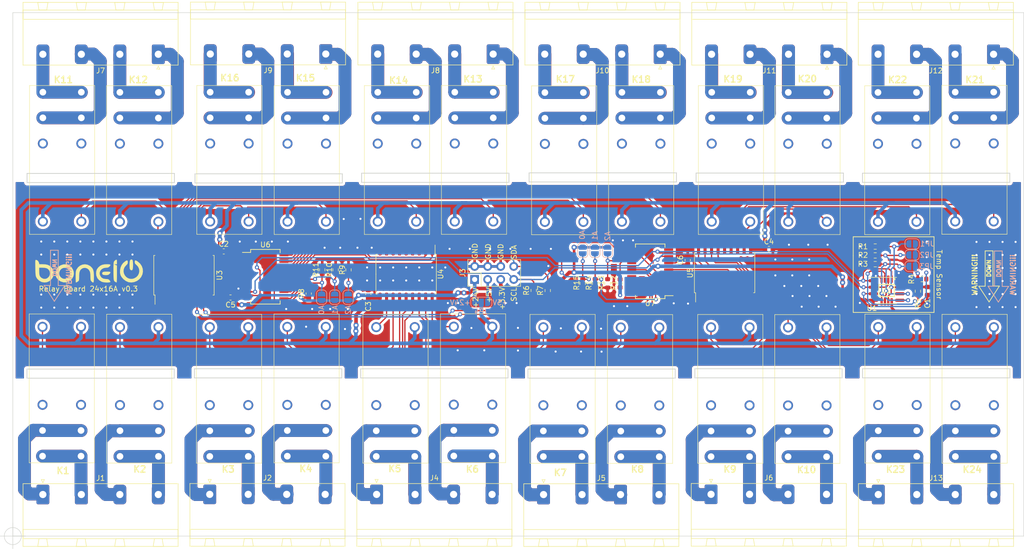
<source format=kicad_pcb>
(kicad_pcb (version 20171130) (host pcbnew "(5.1.12)-1")
  (layers (0 F.Cu signal) (31 B.Cu signal) (34 B.Paste user) (35 F.Paste user) (36 B.SilkS user) (37 F.SilkS user) (38 B.Mask user) (39 F.Mask user) (44 Edge.Cuts user))
  (net 0 "")
  (net 1 "Net-(J1-Pad1)")
  (net 2 "Net-(J1-Pad2)")
  (net 3 "Net-(J2-Pad1)")
  (net 4 "Net-(J2-Pad2)")
  (net 5 "Net-(J4-Pad2)")
  (net 6 "Net-(J4-Pad1)")
  (net 7 "Net-(J5-Pad2)")
  (net 8 "Net-(J5-Pad1)")
  (net 9 "Net-(J8-Pad2)")
  (net 10 "Net-(J8-Pad1)")
  (net 11 "Net-(J9-Pad2)")
  (net 12 "Net-(J9-Pad1)")
  (net 13 "Net-(J10-Pad2)")
  (net 14 "Net-(J10-Pad1)")
  (net 15 "Net-(J11-Pad2)")
  (net 16 "Net-(J11-Pad3)")
  (net 17 "Net-(J11-Pad4)")
  (net 18 GND)
  (net 19 "Net-(J5-Pad3)")
  (net 20 "Net-(J5-Pad4)")
  (net 21 "Net-(J11-Pad1)")
  (net 22 "Net-(J1-Pad3)")
  (net 23 "Net-(J1-Pad4)")
  (net 24 "Net-(J2-Pad4)")
  (net 25 "Net-(J2-Pad3)")
  (net 26 "Net-(J4-Pad4)")
  (net 27 "Net-(J4-Pad3)")
  (net 28 "Net-(J6-Pad3)")
  (net 29 "Net-(J6-Pad4)")
  (net 30 "Net-(J8-Pad3)")
  (net 31 "Net-(J8-Pad4)")
  (net 32 "Net-(J9-Pad4)")
  (net 33 "Net-(J9-Pad3)")
  (net 34 "Net-(J10-Pad3)")
  (net 35 "Net-(J10-Pad4)")
  (net 36 "Net-(J6-Pad1)")
  (net 37 "Net-(J6-Pad2)")
  (net 38 +3V3)
  (net 39 SDA)
  (net 40 SCL)
  (net 41 K20)
  (net 42 K10)
  (net 43 K19)
  (net 44 K9)
  (net 45 K18)
  (net 46 K8)
  (net 47 K17)
  (net 48 K7)
  (net 49 K16)
  (net 50 K6)
  (net 51 K15)
  (net 52 K5)
  (net 53 K14)
  (net 54 K4)
  (net 55 K13)
  (net 56 K3)
  (net 57 K12)
  (net 58 K2)
  (net 59 K11)
  (net 60 K1)
  (net 61 RELAY1)
  (net 62 RELAY2)
  (net 63 RELAY3)
  (net 64 RELAY4)
  (net 65 RELAY11)
  (net 66 RELAY12)
  (net 67 RELAY13)
  (net 68 RELAY14)
  (net 69 RELAY5)
  (net 70 RELAY6)
  (net 71 RELAY7)
  (net 72 RELAY8)
  (net 73 RELAY9)
  (net 74 RELAY10)
  (net 75 RELAY15)
  (net 76 RELAY16)
  (net 77 RELAY17)
  (net 78 RELAY18)
  (net 79 RELAY19)
  (net 80 RELAY20)
  (net 81 +24V)
  (net 82 "Net-(J7-Pad4)")
  (net 83 "Net-(J7-Pad3)")
  (net 84 "Net-(J7-Pad2)")
  (net 85 "Net-(J7-Pad1)")
  (net 86 +5V)
  (net 87 "Net-(J13-Pad4)")
  (net 88 "Net-(J13-Pad3)")
  (net 89 "Net-(J13-Pad2)")
  (net 90 "Net-(J13-Pad1)")
  (net 91 RELAY21)
  (net 92 RELAY22)
  (net 93 RELAY23)
  (net 94 RELAY24)
  (net 95 K22)
  (net 96 K21)
  (net 97 K24)
  (net 98 K23)
  (net 99 "Net-(J12-Pad4)")
  (net 100 "Net-(J12-Pad3)")
  (net 101 "Net-(J12-Pad2)")
  (net 102 "Net-(J12-Pad1)")
  (net 103 VCC)
  (net 104 "Net-(K1-Pad12)")
  (net 105 "Net-(K1-Pad22)")
  (net 106 "Net-(K2-Pad12)")
  (net 107 "Net-(K2-Pad22)")
  (net 108 "Net-(K3-Pad12)")
  (net 109 "Net-(K3-Pad22)")
  (net 110 "Net-(K4-Pad12)")
  (net 111 "Net-(K4-Pad22)")
  (net 112 "Net-(K5-Pad12)")
  (net 113 "Net-(K5-Pad22)")
  (net 114 "Net-(K6-Pad12)")
  (net 115 "Net-(K6-Pad22)")
  (net 116 "Net-(K7-Pad12)")
  (net 117 "Net-(K7-Pad22)")
  (net 118 "Net-(K8-Pad12)")
  (net 119 "Net-(K8-Pad22)")
  (net 120 "Net-(K9-Pad12)")
  (net 121 "Net-(K9-Pad22)")
  (net 122 "Net-(K10-Pad12)")
  (net 123 "Net-(K10-Pad22)")
  (net 124 "Net-(K11-Pad12)")
  (net 125 "Net-(K11-Pad22)")
  (net 126 "Net-(K12-Pad12)")
  (net 127 "Net-(K12-Pad22)")
  (net 128 "Net-(K13-Pad12)")
  (net 129 "Net-(K13-Pad22)")
  (net 130 "Net-(K14-Pad12)")
  (net 131 "Net-(K14-Pad22)")
  (net 132 "Net-(K15-Pad12)")
  (net 133 "Net-(K15-Pad22)")
  (net 134 "Net-(K16-Pad12)")
  (net 135 "Net-(K16-Pad22)")
  (net 136 "Net-(K17-Pad12)")
  (net 137 "Net-(K17-Pad22)")
  (net 138 "Net-(K18-Pad12)")
  (net 139 "Net-(K18-Pad22)")
  (net 140 "Net-(K19-Pad12)")
  (net 141 "Net-(K19-Pad22)")
  (net 142 "Net-(K20-Pad12)")
  (net 143 "Net-(K20-Pad22)")
  (net 144 "Net-(K21-Pad12)")
  (net 145 "Net-(K21-Pad22)")
  (net 146 "Net-(K22-Pad12)")
  (net 147 "Net-(K22-Pad22)")
  (net 148 "Net-(K23-Pad12)")
  (net 149 "Net-(K23-Pad22)")
  (net 150 "Net-(K24-Pad12)")
  (net 151 "Net-(K24-Pad22)")
  (net 152 "Net-(U6-Pad20)")
  (net 153 "Net-(U6-Pad19)")
  (net 154 "Net-(U6-Pad14)")
  (net 155 "Net-(U6-Pad11)")
  (net 156 "Net-(JP2-Pad2)")
  (net 157 "Net-(JP3-Pad2)")
  (net 158 "Net-(JP5-Pad2)")
  (net 159 "Net-(JP6-Pad2)")
  (net 160 "Net-(JP7-Pad2)")
  (net 161 "Net-(JP1-Pad2)")
  (net 162 "Net-(JP8-Pad2)")
  (net 163 "Net-(JP9-Pad2)")
  (net 164 "Net-(JP10-Pad2)")
  (net 165 "Net-(R4-Pad2)")
  (net 166 "Net-(U6-Pad8)")
  (net 167 "Net-(U6-Pad7)")
  (net 168 "Net-(U7-Pad28)")
  (net 169 "Net-(U7-Pad27)")
  (net 170 "Net-(U7-Pad26)")
  (net 171 "Net-(U7-Pad25)")
  (net 172 "Net-(U7-Pad24)")
  (net 173 "Net-(U7-Pad23)")
  (net 174 "Net-(U7-Pad20)")
  (net 175 "Net-(U7-Pad19)")
  (net 176 "Net-(U7-Pad14)")
  (net 177 "Net-(U7-Pad11)")
  (net 178 "Net-(R5-Pad2)")
  (net 179 "Net-(R8-Pad2)")
  (net 180 "Net-(R12-Pad2)")
  (module Resistor_SMD:R_0603_1608Metric (layer F.Cu) (at 465.325 315.628)
    (fp_text reference R4 (at -2.075 0.01 90) (layer F.SilkS))
    (fp_text value 4.7k)
    (pad 2 smd roundrect (at 0.825 0) (size 0.8 0.95) (layers F.Cu F.Paste F.Mask) (net 165 "Net-(R4-Pad2)"))
    (pad 1 smd roundrect (at -0.825 0) (size 0.8 0.95) (layers F.Cu F.Paste F.Mask) (net 38 +3V3))
  )
  (module Jumper:SolderJumper-2_P1.3mm_Open_RoundedPad1.0x1.5mm (layer B.Cu) (at 399.19 310.058 270)
    (fp_text reference A0 (at -3.04 0.1 270) (layer B.SilkS) (effects (justify mirror)))
    (fp_text value NO_Small)
    (pad 2 smd custom (at 0.65 0 270) (size 1 0.5) (layers B.Cu B.Mask) (net 164 "Net-(JP10-Pad2)") (options (clearance outline) (anchor rect)) (primitives (gr_circle (center 0 -0.25) (end 0.5 -0.25) (width 0)) (gr_circle (center 0 0.25) (end 0.5 0.25) (width 0)) (gr_poly (pts (xy 0 0.75) (xy -0.5 0.75) (xy -0.5 -0.75) (xy 0 -0.75)) (width 0))))
    (pad 1 smd custom (at -0.65 0 270) (size 1 0.5) (layers B.Cu B.Mask) (net 38 +3V3) (options (clearance outline) (anchor rect)) (primitives (gr_circle (center 0 -0.25) (end 0.5 -0.25) (width 0)) (gr_circle (center 0 0.25) (end 0.5 0.25) (width 0)) (gr_poly (pts (xy 0 0.75) (xy 0.5 0.75) (xy 0.5 -0.75) (xy 0 -0.75)) (width 0))))
  )
  (module Jumper:SolderJumper-2_P1.3mm_Open_RoundedPad1.0x1.5mm (layer B.Cu) (at 401.57 310.048 270)
    (fp_text reference A1 (at -2.86 0 270) (layer B.SilkS) (effects (justify mirror)))
    (fp_text value NO_Small)
    (pad 2 smd custom (at 0.65 0 270) (size 1 0.5) (layers B.Cu B.Mask) (net 163 "Net-(JP9-Pad2)") (options (clearance outline) (anchor rect)) (primitives (gr_circle (center 0 -0.25) (end 0.5 -0.25) (width 0)) (gr_circle (center 0 0.25) (end 0.5 0.25) (width 0)) (gr_poly (pts (xy 0 0.75) (xy -0.5 0.75) (xy -0.5 -0.75) (xy 0 -0.75)) (width 0))))
    (pad 1 smd custom (at -0.65 0 270) (size 1 0.5) (layers B.Cu B.Mask) (net 38 +3V3) (options (clearance outline) (anchor rect)) (primitives (gr_circle (center 0 -0.25) (end 0.5 -0.25) (width 0)) (gr_circle (center 0 0.25) (end 0.5 0.25) (width 0)) (gr_poly (pts (xy 0 0.75) (xy 0.5 0.75) (xy 0.5 -0.75) (xy 0 -0.75)) (width 0))))
  )
  (module Jumper:SolderJumper-2_P1.3mm_Open_RoundedPad1.0x1.5mm (layer B.Cu) (at 404.02 310.048 270)
    (fp_text reference A2 (at -2.78 -0.01 270) (layer B.SilkS) (effects (justify mirror)))
    (fp_text value NO_Small)
    (pad 2 smd custom (at 0.65 0 270) (size 1 0.5) (layers B.Cu B.Mask) (net 162 "Net-(JP8-Pad2)") (options (clearance outline) (anchor rect)) (primitives (gr_circle (center 0 -0.25) (end 0.5 -0.25) (width 0)) (gr_circle (center 0 0.25) (end 0.5 0.25) (width 0)) (gr_poly (pts (xy 0 0.75) (xy -0.5 0.75) (xy -0.5 -0.75) (xy 0 -0.75)) (width 0))))
    (pad 1 smd custom (at -0.65 0 270) (size 1 0.5) (layers B.Cu B.Mask) (net 38 +3V3) (options (clearance outline) (anchor rect)) (primitives (gr_circle (center 0 -0.25) (end 0.5 -0.25) (width 0)) (gr_circle (center 0 0.25) (end 0.5 0.25) (width 0)) (gr_poly (pts (xy 0 0.75) (xy 0.5 0.75) (xy 0.5 -0.75) (xy 0 -0.75)) (width 0))))
  )
  (module Jumper:SolderJumper-2_P1.3mm_Open_RoundedPad1.0x1.5mm (layer B.Cu) (at 348.31 319.158 90)
    (fp_text reference A0 (at -2.49 -0.03 270) (layer B.SilkS) (effects (justify mirror)))
    (fp_text value NO_Small)
    (pad 2 smd custom (at 0.65 0 90) (size 1 0.5) (layers B.Cu B.Mask) (net 160 "Net-(JP7-Pad2)") (options (clearance outline) (anchor rect)) (primitives (gr_circle (center 0 -0.25) (end 0.5 -0.25) (width 0)) (gr_circle (center 0 0.25) (end 0.5 0.25) (width 0)) (gr_poly (pts (xy 0 0.75) (xy -0.5 0.75) (xy -0.5 -0.75) (xy 0 -0.75)) (width 0))))
    (pad 1 smd custom (at -0.65 0 90) (size 1 0.5) (layers B.Cu B.Mask) (net 38 +3V3) (options (clearance outline) (anchor rect)) (primitives (gr_circle (center 0 -0.25) (end 0.5 -0.25) (width 0)) (gr_circle (center 0 0.25) (end 0.5 0.25) (width 0)) (gr_poly (pts (xy 0 0.75) (xy 0.5 0.75) (xy 0.5 -0.75) (xy 0 -0.75)) (width 0))))
  )
  (module Jumper:SolderJumper-2_P1.3mm_Open_RoundedPad1.0x1.5mm (layer B.Cu) (at 350.86 319.158 90)
    (fp_text reference A1 (at -2.49 0.07 270) (layer B.SilkS) (effects (justify mirror)))
    (fp_text value NO_Small)
    (pad 2 smd custom (at 0.65 0 90) (size 1 0.5) (layers B.Cu B.Mask) (net 159 "Net-(JP6-Pad2)") (options (clearance outline) (anchor rect)) (primitives (gr_circle (center 0 -0.25) (end 0.5 -0.25) (width 0)) (gr_circle (center 0 0.25) (end 0.5 0.25) (width 0)) (gr_poly (pts (xy 0 0.75) (xy -0.5 0.75) (xy -0.5 -0.75) (xy 0 -0.75)) (width 0))))
    (pad 1 smd custom (at -0.65 0 90) (size 1 0.5) (layers B.Cu B.Mask) (net 38 +3V3) (options (clearance outline) (anchor rect)) (primitives (gr_circle (center 0 -0.25) (end 0.5 -0.25) (width 0)) (gr_circle (center 0 0.25) (end 0.5 0.25) (width 0)) (gr_poly (pts (xy 0 0.75) (xy 0.5 0.75) (xy 0.5 -0.75) (xy 0 -0.75)) (width 0))))
  )
  (module Jumper:SolderJumper-2_P1.3mm_Open_RoundedPad1.0x1.5mm (layer B.Cu) (at 353.48 319.168 90)
    (fp_text reference A2 (at -2.48 -0.01 270) (layer B.SilkS) (effects (justify mirror)))
    (fp_text value NO_Small)
    (pad 2 smd custom (at 0.65 0 90) (size 1 0.5) (layers B.Cu B.Mask) (net 158 "Net-(JP5-Pad2)") (options (clearance outline) (anchor rect)) (primitives (gr_circle (center 0 -0.25) (end 0.5 -0.25) (width 0)) (gr_circle (center 0 0.25) (end 0.5 0.25) (width 0)) (gr_poly (pts (xy 0 0.75) (xy -0.5 0.75) (xy -0.5 -0.75) (xy 0 -0.75)) (width 0))))
    (pad 1 smd custom (at -0.65 0 90) (size 1 0.5) (layers B.Cu B.Mask) (net 38 +3V3) (options (clearance outline) (anchor rect)) (primitives (gr_circle (center 0 -0.25) (end 0.5 -0.25) (width 0)) (gr_circle (center 0 0.25) (end 0.5 0.25) (width 0)) (gr_poly (pts (xy 0 0.75) (xy 0.5 0.75) (xy 0.5 -0.75) (xy 0 -0.75)) (width 0))))
  )
  (module Jumper:SolderJumper-2_P1.3mm_Open_RoundedPad1.0x1.5mm (layer B.Cu) (at 463.38 313.138 180)
    (fp_text reference JP3 (at -2.8 0) (layer B.SilkS) (effects (justify mirror)))
    (fp_text value NO_Small)
    (pad 2 smd custom (at 0.65 0 180) (size 1 0.5) (layers B.Cu B.Mask) (net 157 "Net-(JP3-Pad2)") (options (clearance outline) (anchor rect)) (primitives (gr_circle (center 0 -0.25) (end 0.5 -0.25) (width 0)) (gr_circle (center 0 0.25) (end 0.5 0.25) (width 0)) (gr_poly (pts (xy 0 0.75) (xy -0.5 0.75) (xy -0.5 -0.75) (xy 0 -0.75)) (width 0))))
    (pad 1 smd custom (at -0.65 0 180) (size 1 0.5) (layers B.Cu B.Mask) (net 38 +3V3) (options (clearance outline) (anchor rect)) (primitives (gr_circle (center 0 -0.25) (end 0.5 -0.25) (width 0)) (gr_circle (center 0 0.25) (end 0.5 0.25) (width 0)) (gr_poly (pts (xy 0 0.75) (xy 0.5 0.75) (xy 0.5 -0.75) (xy 0 -0.75)) (width 0))))
  )
  (module Jumper:SolderJumper-2_P1.3mm_Open_RoundedPad1.0x1.5mm (layer B.Cu) (at 463.38 310.928 180)
    (fp_text reference JP2 (at -2.83 0) (layer B.SilkS) (effects (justify mirror)))
    (fp_text value NO_Small)
    (pad 2 smd custom (at 0.65 0 180) (size 1 0.5) (layers B.Cu B.Mask) (net 156 "Net-(JP2-Pad2)") (options (clearance outline) (anchor rect)) (primitives (gr_circle (center 0 -0.25) (end 0.5 -0.25) (width 0)) (gr_circle (center 0 0.25) (end 0.5 0.25) (width 0)) (gr_poly (pts (xy 0 0.75) (xy -0.5 0.75) (xy -0.5 -0.75) (xy 0 -0.75)) (width 0))))
    (pad 1 smd custom (at -0.65 0 180) (size 1 0.5) (layers B.Cu B.Mask) (net 38 +3V3) (options (clearance outline) (anchor rect)) (primitives (gr_circle (center 0 -0.25) (end 0.5 -0.25) (width 0)) (gr_circle (center 0 0.25) (end 0.5 0.25) (width 0)) (gr_poly (pts (xy 0 0.75) (xy 0.5 0.75) (xy 0.5 -0.75) (xy 0 -0.75)) (width 0))))
  )
  (module Jumper:SolderJumper-2_P1.3mm_Open_RoundedPad1.0x1.5mm (layer B.Cu) (at 463.39 308.768 180)
    (fp_text reference JP1 (at -2.88 0.01) (layer B.SilkS) (effects (justify mirror)))
    (fp_text value NO_Small)
    (pad 2 smd custom (at 0.65 0 180) (size 1 0.5) (layers B.Cu B.Mask) (net 161 "Net-(JP1-Pad2)") (options (clearance outline) (anchor rect)) (primitives (gr_circle (center 0 -0.25) (end 0.5 -0.25) (width 0)) (gr_circle (center 0 0.25) (end 0.5 0.25) (width 0)) (gr_poly (pts (xy 0 0.75) (xy -0.5 0.75) (xy -0.5 -0.75) (xy 0 -0.75)) (width 0))))
    (pad 1 smd custom (at -0.65 0 180) (size 1 0.5) (layers B.Cu B.Mask) (net 38 +3V3) (options (clearance outline) (anchor rect)) (primitives (gr_circle (center 0 -0.25) (end 0.5 -0.25) (width 0)) (gr_circle (center 0 0.25) (end 0.5 0.25) (width 0)) (gr_poly (pts (xy 0 0.75) (xy 0.5 0.75) (xy 0.5 -0.75) (xy 0 -0.75)) (width 0))))
  )
  (module Package_SO:SO-8_3.9x4.9mm_P1.27mm (layer F.Cu) (at 458.41 317.848)
    (fp_text reference U1 (at -2.86 3.47) (layer F.SilkS))
    (fp_text value MCP9808-E_SO8)
    (pad 8 smd roundrect (at 2.575 -1.905) (size 1.75 0.6) (layers F.Cu F.Paste F.Mask) (net 38 +3V3))
    (pad 7 smd roundrect (at 2.575 -0.635) (size 1.75 0.6) (layers F.Cu F.Paste F.Mask) (net 161 "Net-(JP1-Pad2)"))
    (pad 6 smd roundrect (at 2.575 0.635) (size 1.75 0.6) (layers F.Cu F.Paste F.Mask) (net 156 "Net-(JP2-Pad2)"))
    (pad 5 smd roundrect (at 2.575 1.905) (size 1.75 0.6) (layers F.Cu F.Paste F.Mask) (net 157 "Net-(JP3-Pad2)"))
    (pad 4 smd roundrect (at -2.575 1.905) (size 1.75 0.6) (layers F.Cu F.Paste F.Mask) (net 18 GND))
    (pad 3 smd roundrect (at -2.575 0.635) (size 1.75 0.6) (layers F.Cu F.Paste F.Mask) (net 165 "Net-(R4-Pad2)"))
    (pad 2 smd roundrect (at -2.575 -0.635) (size 1.75 0.6) (layers F.Cu F.Paste F.Mask) (net 40 SCL))
    (pad 1 smd roundrect (at -2.575 -1.905) (size 1.75 0.6) (layers F.Cu F.Paste F.Mask) (net 39 SDA))
  )
  (module Resistor_SMD:R_0603_1608Metric (layer F.Cu) (at 456.19 312.718 180)
    (fp_text reference R3 (at 2.41 0.02) (layer F.SilkS))
    (fp_text value 10k)
    (pad 2 smd roundrect (at 0.825 0 180) (size 0.8 0.95) (layers F.Cu F.Paste F.Mask) (net 18 GND))
    (pad 1 smd roundrect (at -0.825 0 180) (size 0.8 0.95) (layers F.Cu F.Paste F.Mask) (net 157 "Net-(JP3-Pad2)"))
  )
  (module Resistor_SMD:R_0603_1608Metric (layer F.Cu) (at 456.19 311.018 180)
    (fp_text reference R2 (at 2.38 0.06) (layer F.SilkS))
    (fp_text value 10k)
    (pad 2 smd roundrect (at 0.825 0 180) (size 0.8 0.95) (layers F.Cu F.Paste F.Mask) (net 18 GND))
    (pad 1 smd roundrect (at -0.825 0 180) (size 0.8 0.95) (layers F.Cu F.Paste F.Mask) (net 156 "Net-(JP2-Pad2)"))
  )
  (module Resistor_SMD:R_0603_1608Metric (layer F.Cu) (at 456.19 309.288 180)
    (fp_text reference R1 (at 2.39 0) (layer F.SilkS))
    (fp_text value 10k)
    (pad 2 smd roundrect (at 0.825 0 180) (size 0.8 0.95) (layers F.Cu F.Paste F.Mask) (net 18 GND))
    (pad 1 smd roundrect (at -0.825 0 180) (size 0.8 0.95) (layers F.Cu F.Paste F.Mask) (net 161 "Net-(JP1-Pad2)"))
  )
  (module Resistor_SMD:R_0603_1608Metric (layer F.Cu) (at 345.8 318.453 90)
    (fp_text reference R8 (at 0 -1.43 90) (layer F.SilkS))
    (fp_text value 4.7k)
    (pad 2 smd roundrect (at 0.7875 0 90) (size 0.875 0.95) (layers F.Cu F.Paste F.Mask) (net 179 "Net-(R8-Pad2)"))
    (pad 1 smd roundrect (at -0.7875 0 90) (size 0.875 0.95) (layers F.Cu F.Paste F.Mask) (net 38 +3V3))
  )
  (module Resistor_SMD:R_0603_1608Metric (layer F.Cu) (at 399.19 316.468 270)
    (fp_text reference R15 (at -0.1125 1.2 90) (layer F.SilkS))
    (fp_text value 10k)
    (pad 2 smd roundrect (at 0.825 0 270) (size 0.8 0.95) (layers F.Cu F.Paste F.Mask) (net 18 GND))
    (pad 1 smd roundrect (at -0.825 0 270) (size 0.8 0.95) (layers F.Cu F.Paste F.Mask) (net 164 "Net-(JP10-Pad2)"))
  )
  (module Resistor_SMD:R_0603_1608Metric (layer F.Cu) (at 401.616666 316.468 270)
    (fp_text reference R14 (at -0.1125 1.22 90) (layer F.SilkS))
    (fp_text value 10k)
    (pad 2 smd roundrect (at 0.825 0 270) (size 0.8 0.95) (layers F.Cu F.Paste F.Mask) (net 18 GND))
    (pad 1 smd roundrect (at -0.825 0 270) (size 0.8 0.95) (layers F.Cu F.Paste F.Mask) (net 163 "Net-(JP9-Pad2)"))
  )
  (module Resistor_SMD:R_0603_1608Metric (layer F.Cu) (at 404.043332 316.468 270)
    (fp_text reference R13 (at -0.1125 1.21 90) (layer F.SilkS))
    (fp_text value 10k)
    (pad 2 smd roundrect (at 0.825 0 270) (size 0.8 0.95) (layers F.Cu F.Paste F.Mask) (net 18 GND))
    (pad 1 smd roundrect (at -0.825 0 270) (size 0.8 0.95) (layers F.Cu F.Paste F.Mask) (net 162 "Net-(JP8-Pad2)"))
  )
  (module Resistor_SMD:R_0603_1608Metric (layer F.Cu) (at 348.43 313.823 90)
    (fp_text reference R11 (at 0.015 -1.25 90) (layer F.SilkS))
    (fp_text value 10k)
    (pad 2 smd roundrect (at 0.825 0 90) (size 0.8 0.95) (layers F.Cu F.Paste F.Mask) (net 18 GND))
    (pad 1 smd roundrect (at -0.825 0 90) (size 0.8 0.95) (layers F.Cu F.Paste F.Mask) (net 160 "Net-(JP7-Pad2)"))
  )
  (module Resistor_SMD:R_0603_1608Metric (layer F.Cu) (at 351.04 313.823 90)
    (fp_text reference R10 (at -0.015 -1.24 90) (layer F.SilkS))
    (fp_text value 10k)
    (pad 2 smd roundrect (at 0.825 0 90) (size 0.8 0.95) (layers F.Cu F.Paste F.Mask) (net 18 GND))
    (pad 1 smd roundrect (at -0.825 0 90) (size 0.8 0.95) (layers F.Cu F.Paste F.Mask) (net 159 "Net-(JP6-Pad2)"))
  )
  (module Resistor_SMD:R_0603_1608Metric (layer F.Cu) (at 353.55 313.833 90)
    (fp_text reference R9 (at 0.005 -1.21 90) (layer F.SilkS))
    (fp_text value 10k)
    (pad 2 smd roundrect (at 0.825 0 90) (size 0.8 0.95) (layers F.Cu F.Paste F.Mask) (net 18 GND))
    (pad 1 smd roundrect (at -0.825 0 90) (size 0.8 0.95) (layers F.Cu F.Paste F.Mask) (net 158 "Net-(JP5-Pad2)"))
  )
  (module "boneIO - relay board 24x16A:RM852011351024" (layer F.Cu) (at 471.81 345.208 270)
    (fp_text reference K24 (at 7.53 -3.28 180) (layer F.SilkS) (effects (font (size 1.27 1.27) (thickness 0.254))))
    (fp_text value RM85-2011-35-1024 hide)
    (pad 11 thru_hole circle (at 0 0 270) (size 1.95 1.95) (drill 1.3) (layers *.Cu *.Mask) (net 88 "Net-(J13-Pad3)"))
    (pad 12 thru_hole circle (at -5 0 270) (size 1.95 1.95) (drill 1.3) (layers *.Cu *.Mask) (net 150 "Net-(K24-Pad12)"))
    (pad 14 thru_hole circle (at 5 0 270) (size 1.95 1.95) (drill 1.3) (layers *.Cu *.Mask) (net 87 "Net-(J13-Pad4)"))
    (pad 21 thru_hole circle (at 0 -7.5 270) (size 1.95 1.95) (drill 1.3) (layers *.Cu *.Mask) (net 88 "Net-(J13-Pad3)"))
    (pad 22 thru_hole circle (at -5 -7.5 270) (size 1.95 1.95) (drill 1.3) (layers *.Cu *.Mask) (net 151 "Net-(K24-Pad22)"))
    (pad 24 thru_hole circle (at 5 -7.5 270) (size 1.95 1.95) (drill 1.3) (layers *.Cu *.Mask) (net 87 "Net-(J13-Pad4)"))
    (pad A1 thru_hole circle (at -20.2 0 270) (size 1.95 1.95) (drill 1.3) (layers *.Cu *.Mask) (net 94 RELAY24))
    (pad A2 thru_hole circle (at -20.2 -7.5 270) (size 1.95 1.95) (drill 1.3) (layers *.Cu *.Mask) (net 103 VCC))
  )
  (module "boneIO - relay board 24x16A:RM852011351024" (layer F.Cu) (at 456.78 345.168 270)
    (fp_text reference K23 (at 7.55 -3.37 180) (layer F.SilkS) (effects (font (size 1.27 1.27) (thickness 0.254))))
    (fp_text value RM85-2011-35-1024 hide)
    (pad 11 thru_hole circle (at 0 0 270) (size 1.95 1.95) (drill 1.3) (layers *.Cu *.Mask) (net 90 "Net-(J13-Pad1)"))
    (pad 12 thru_hole circle (at -5 0 270) (size 1.95 1.95) (drill 1.3) (layers *.Cu *.Mask) (net 148 "Net-(K23-Pad12)"))
    (pad 14 thru_hole circle (at 5 0 270) (size 1.95 1.95) (drill 1.3) (layers *.Cu *.Mask) (net 89 "Net-(J13-Pad2)"))
    (pad 21 thru_hole circle (at 0 -7.5 270) (size 1.95 1.95) (drill 1.3) (layers *.Cu *.Mask) (net 90 "Net-(J13-Pad1)"))
    (pad 22 thru_hole circle (at -5 -7.5 270) (size 1.95 1.95) (drill 1.3) (layers *.Cu *.Mask) (net 149 "Net-(K23-Pad22)"))
    (pad 24 thru_hole circle (at 5 -7.5 270) (size 1.95 1.95) (drill 1.3) (layers *.Cu *.Mask) (net 89 "Net-(J13-Pad2)"))
    (pad A1 thru_hole circle (at -20.2 0 270) (size 1.95 1.95) (drill 1.3) (layers *.Cu *.Mask) (net 93 RELAY23))
    (pad A2 thru_hole circle (at -20.2 -7.5 270) (size 1.95 1.95) (drill 1.3) (layers *.Cu *.Mask) (net 103 VCC))
  )
  (module "boneIO - relay board 24x16A:RM852011351024" (layer F.Cu) (at 464.23 284.258 90)
    (fp_text reference K22 (at 7.48 -3.68 180) (layer F.SilkS) (effects (font (size 1.27 1.27) (thickness 0.254))))
    (fp_text value RM85-2011-35-1024 hide)
    (pad 11 thru_hole circle (at 0 0 90) (size 1.95 1.95) (drill 1.3) (layers *.Cu *.Mask) (net 100 "Net-(J12-Pad3)"))
    (pad 12 thru_hole circle (at -5 0 90) (size 1.95 1.95) (drill 1.3) (layers *.Cu *.Mask) (net 146 "Net-(K22-Pad12)"))
    (pad 14 thru_hole circle (at 5 0 90) (size 1.95 1.95) (drill 1.3) (layers *.Cu *.Mask) (net 99 "Net-(J12-Pad4)"))
    (pad 21 thru_hole circle (at 0 -7.5 90) (size 1.95 1.95) (drill 1.3) (layers *.Cu *.Mask) (net 100 "Net-(J12-Pad3)"))
    (pad 22 thru_hole circle (at -5 -7.5 90) (size 1.95 1.95) (drill 1.3) (layers *.Cu *.Mask) (net 147 "Net-(K22-Pad22)"))
    (pad 24 thru_hole circle (at 5 -7.5 90) (size 1.95 1.95) (drill 1.3) (layers *.Cu *.Mask) (net 99 "Net-(J12-Pad4)"))
    (pad A1 thru_hole circle (at -20.2 0 90) (size 1.95 1.95) (drill 1.3) (layers *.Cu *.Mask) (net 92 RELAY22))
    (pad A2 thru_hole circle (at -20.2 -7.5 90) (size 1.95 1.95) (drill 1.3) (layers *.Cu *.Mask) (net 103 VCC))
  )
  (module "boneIO - relay board 24x16A:RM852011351024" (layer F.Cu) (at 479.28 284.188 90)
    (fp_text reference K21 (at 7.41 -3.66 180) (layer F.SilkS) (effects (font (size 1.27 1.27) (thickness 0.254))))
    (fp_text value RM85-2011-35-1024 hide)
    (pad 11 thru_hole circle (at 0 0 90) (size 1.95 1.95) (drill 1.3) (layers *.Cu *.Mask) (net 102 "Net-(J12-Pad1)"))
    (pad 12 thru_hole circle (at -5 0 90) (size 1.95 1.95) (drill 1.3) (layers *.Cu *.Mask) (net 144 "Net-(K21-Pad12)"))
    (pad 14 thru_hole circle (at 5 0 90) (size 1.95 1.95) (drill 1.3) (layers *.Cu *.Mask) (net 101 "Net-(J12-Pad2)"))
    (pad 21 thru_hole circle (at 0 -7.5 90) (size 1.95 1.95) (drill 1.3) (layers *.Cu *.Mask) (net 102 "Net-(J12-Pad1)"))
    (pad 22 thru_hole circle (at -5 -7.5 90) (size 1.95 1.95) (drill 1.3) (layers *.Cu *.Mask) (net 145 "Net-(K21-Pad22)"))
    (pad 24 thru_hole circle (at 5 -7.5 90) (size 1.95 1.95) (drill 1.3) (layers *.Cu *.Mask) (net 101 "Net-(J12-Pad2)"))
    (pad A1 thru_hole circle (at -20.2 0 90) (size 1.95 1.95) (drill 1.3) (layers *.Cu *.Mask) (net 91 RELAY21))
    (pad A2 thru_hole circle (at -20.2 -7.5 90) (size 1.95 1.95) (drill 1.3) (layers *.Cu *.Mask) (net 103 VCC))
  )
  (module "boneIO - relay board 24x16A:RM852011351024" (layer F.Cu) (at 446.75 284.248 90)
    (fp_text reference K20 (at 7.64 -3.79 180) (layer F.SilkS) (effects (font (size 1.27 1.27) (thickness 0.254))))
    (fp_text value RM85-2011-35-1024 hide)
    (pad 11 thru_hole circle (at 0 0 90) (size 1.95 1.95) (drill 1.3) (layers *.Cu *.Mask) (net 21 "Net-(J11-Pad1)"))
    (pad 12 thru_hole circle (at -5 0 90) (size 1.95 1.95) (drill 1.3) (layers *.Cu *.Mask) (net 142 "Net-(K20-Pad12)"))
    (pad 14 thru_hole circle (at 5 0 90) (size 1.95 1.95) (drill 1.3) (layers *.Cu *.Mask) (net 15 "Net-(J11-Pad2)"))
    (pad 21 thru_hole circle (at 0 -7.5 90) (size 1.95 1.95) (drill 1.3) (layers *.Cu *.Mask) (net 21 "Net-(J11-Pad1)"))
    (pad 22 thru_hole circle (at -5 -7.5 90) (size 1.95 1.95) (drill 1.3) (layers *.Cu *.Mask) (net 143 "Net-(K20-Pad22)"))
    (pad 24 thru_hole circle (at 5 -7.5 90) (size 1.95 1.95) (drill 1.3) (layers *.Cu *.Mask) (net 15 "Net-(J11-Pad2)"))
    (pad A1 thru_hole circle (at -20.2 0 90) (size 1.95 1.95) (drill 1.3) (layers *.Cu *.Mask) (net 80 RELAY20))
    (pad A2 thru_hole circle (at -20.2 -7.5 90) (size 1.95 1.95) (drill 1.3) (layers *.Cu *.Mask) (net 103 VCC))
  )
  (module "boneIO - relay board 24x16A:RM852011351024" (layer F.Cu) (at 431.83 284.228 90)
    (fp_text reference K19 (at 7.57 -3.36 180) (layer F.SilkS) (effects (font (size 1.27 1.27) (thickness 0.254))))
    (fp_text value RM85-2011-35-1024 hide)
    (pad 11 thru_hole circle (at 0 0 90) (size 1.95 1.95) (drill 1.3) (layers *.Cu *.Mask) (net 16 "Net-(J11-Pad3)"))
    (pad 12 thru_hole circle (at -5 0 90) (size 1.95 1.95) (drill 1.3) (layers *.Cu *.Mask) (net 140 "Net-(K19-Pad12)"))
    (pad 14 thru_hole circle (at 5 0 90) (size 1.95 1.95) (drill 1.3) (layers *.Cu *.Mask) (net 17 "Net-(J11-Pad4)"))
    (pad 21 thru_hole circle (at 0 -7.5 90) (size 1.95 1.95) (drill 1.3) (layers *.Cu *.Mask) (net 16 "Net-(J11-Pad3)"))
    (pad 22 thru_hole circle (at -5 -7.5 90) (size 1.95 1.95) (drill 1.3) (layers *.Cu *.Mask) (net 141 "Net-(K19-Pad22)"))
    (pad 24 thru_hole circle (at 5 -7.5 90) (size 1.95 1.95) (drill 1.3) (layers *.Cu *.Mask) (net 17 "Net-(J11-Pad4)"))
    (pad A1 thru_hole circle (at -20.2 0 90) (size 1.95 1.95) (drill 1.3) (layers *.Cu *.Mask) (net 79 RELAY19))
    (pad A2 thru_hole circle (at -20.2 -7.5 90) (size 1.95 1.95) (drill 1.3) (layers *.Cu *.Mask) (net 103 VCC))
  )
  (module "boneIO - relay board 24x16A:RM852011351024" (layer F.Cu) (at 414.33 284.238 90)
    (fp_text reference K18 (at 7.52 -3.74 180) (layer F.SilkS) (effects (font (size 1.27 1.27) (thickness 0.254))))
    (fp_text value RM85-2011-35-1024 hide)
    (pad 11 thru_hole circle (at 0 0 90) (size 1.95 1.95) (drill 1.3) (layers *.Cu *.Mask) (net 14 "Net-(J10-Pad1)"))
    (pad 12 thru_hole circle (at -5 0 90) (size 1.95 1.95) (drill 1.3) (layers *.Cu *.Mask) (net 138 "Net-(K18-Pad12)"))
    (pad 14 thru_hole circle (at 5 0 90) (size 1.95 1.95) (drill 1.3) (layers *.Cu *.Mask) (net 13 "Net-(J10-Pad2)"))
    (pad 21 thru_hole circle (at 0 -7.5 90) (size 1.95 1.95) (drill 1.3) (layers *.Cu *.Mask) (net 14 "Net-(J10-Pad1)"))
    (pad 22 thru_hole circle (at -5 -7.5 90) (size 1.95 1.95) (drill 1.3) (layers *.Cu *.Mask) (net 139 "Net-(K18-Pad22)"))
    (pad 24 thru_hole circle (at 5 -7.5 90) (size 1.95 1.95) (drill 1.3) (layers *.Cu *.Mask) (net 13 "Net-(J10-Pad2)"))
    (pad A1 thru_hole circle (at -20.2 0 90) (size 1.95 1.95) (drill 1.3) (layers *.Cu *.Mask) (net 78 RELAY18))
    (pad A2 thru_hole circle (at -20.2 -7.5 90) (size 1.95 1.95) (drill 1.3) (layers *.Cu *.Mask) (net 103 VCC))
  )
  (module "boneIO - relay board 24x16A:RM852011351024" (layer F.Cu) (at 399.32 284.278 90)
    (fp_text reference K17 (at 7.62 -3.51 180) (layer F.SilkS) (effects (font (size 1.27 1.27) (thickness 0.254))))
    (fp_text value RM85-2011-35-1024 hide)
    (pad 11 thru_hole circle (at 0 0 90) (size 1.95 1.95) (drill 1.3) (layers *.Cu *.Mask) (net 34 "Net-(J10-Pad3)"))
    (pad 12 thru_hole circle (at -5 0 90) (size 1.95 1.95) (drill 1.3) (layers *.Cu *.Mask) (net 136 "Net-(K17-Pad12)"))
    (pad 14 thru_hole circle (at 5 0 90) (size 1.95 1.95) (drill 1.3) (layers *.Cu *.Mask) (net 35 "Net-(J10-Pad4)"))
    (pad 21 thru_hole circle (at 0 -7.5 90) (size 1.95 1.95) (drill 1.3) (layers *.Cu *.Mask) (net 34 "Net-(J10-Pad3)"))
    (pad 22 thru_hole circle (at -5 -7.5 90) (size 1.95 1.95) (drill 1.3) (layers *.Cu *.Mask) (net 137 "Net-(K17-Pad22)"))
    (pad 24 thru_hole circle (at 5 -7.5 90) (size 1.95 1.95) (drill 1.3) (layers *.Cu *.Mask) (net 35 "Net-(J10-Pad4)"))
    (pad A1 thru_hole circle (at -20.2 0 90) (size 1.95 1.95) (drill 1.3) (layers *.Cu *.Mask) (net 77 RELAY17))
    (pad A2 thru_hole circle (at -20.2 -7.5 90) (size 1.95 1.95) (drill 1.3) (layers *.Cu *.Mask) (net 103 VCC))
  )
  (module "boneIO - relay board 24x16A:RM852011351024" (layer F.Cu) (at 334.09 284.208 90)
    (fp_text reference K16 (at 7.78 -3.67 180) (layer F.SilkS) (effects (font (size 1.27 1.27) (thickness 0.254))))
    (fp_text value RM85-2011-35-1024 hide)
    (pad 11 thru_hole circle (at 0 0 90) (size 1.95 1.95) (drill 1.3) (layers *.Cu *.Mask) (net 33 "Net-(J9-Pad3)"))
    (pad 12 thru_hole circle (at -5 0 90) (size 1.95 1.95) (drill 1.3) (layers *.Cu *.Mask) (net 134 "Net-(K16-Pad12)"))
    (pad 14 thru_hole circle (at 5 0 90) (size 1.95 1.95) (drill 1.3) (layers *.Cu *.Mask) (net 32 "Net-(J9-Pad4)"))
    (pad 21 thru_hole circle (at 0 -7.5 90) (size 1.95 1.95) (drill 1.3) (layers *.Cu *.Mask) (net 33 "Net-(J9-Pad3)"))
    (pad 22 thru_hole circle (at -5 -7.5 90) (size 1.95 1.95) (drill 1.3) (layers *.Cu *.Mask) (net 135 "Net-(K16-Pad22)"))
    (pad 24 thru_hole circle (at 5 -7.5 90) (size 1.95 1.95) (drill 1.3) (layers *.Cu *.Mask) (net 32 "Net-(J9-Pad4)"))
    (pad A1 thru_hole circle (at -20.2 0 90) (size 1.95 1.95) (drill 1.3) (layers *.Cu *.Mask) (net 67 RELAY13))
    (pad A2 thru_hole circle (at -20.2 -7.5 90) (size 1.95 1.95) (drill 1.3) (layers *.Cu *.Mask) (net 103 VCC))
  )
  (module "boneIO - relay board 24x16A:RM852011351024" (layer F.Cu) (at 349.17 284.228 90)
    (fp_text reference K15 (at 7.78 -4 180) (layer F.SilkS) (effects (font (size 1.27 1.27) (thickness 0.254))))
    (fp_text value RM85-2011-35-1024 hide)
    (pad 11 thru_hole circle (at 0 0 90) (size 1.95 1.95) (drill 1.3) (layers *.Cu *.Mask) (net 12 "Net-(J9-Pad1)"))
    (pad 12 thru_hole circle (at -5 0 90) (size 1.95 1.95) (drill 1.3) (layers *.Cu *.Mask) (net 132 "Net-(K15-Pad12)"))
    (pad 14 thru_hole circle (at 5 0 90) (size 1.95 1.95) (drill 1.3) (layers *.Cu *.Mask) (net 11 "Net-(J9-Pad2)"))
    (pad 21 thru_hole circle (at 0 -7.5 90) (size 1.95 1.95) (drill 1.3) (layers *.Cu *.Mask) (net 12 "Net-(J9-Pad1)"))
    (pad 22 thru_hole circle (at -5 -7.5 90) (size 1.95 1.95) (drill 1.3) (layers *.Cu *.Mask) (net 133 "Net-(K15-Pad22)"))
    (pad 24 thru_hole circle (at 5 -7.5 90) (size 1.95 1.95) (drill 1.3) (layers *.Cu *.Mask) (net 11 "Net-(J9-Pad2)"))
    (pad A1 thru_hole circle (at -20.2 0 90) (size 1.95 1.95) (drill 1.3) (layers *.Cu *.Mask) (net 68 RELAY14))
    (pad A2 thru_hole circle (at -20.2 -7.5 90) (size 1.95 1.95) (drill 1.3) (layers *.Cu *.Mask) (net 103 VCC))
  )
  (module "boneIO - relay board 24x16A:RM852011351024" (layer F.Cu) (at 366.75 284.228 90)
    (fp_text reference K14 (at 7.33 -3.43 180) (layer F.SilkS) (effects (font (size 1.27 1.27) (thickness 0.254))))
    (fp_text value RM85-2011-35-1024 hide)
    (pad 11 thru_hole circle (at 0 0 90) (size 1.95 1.95) (drill 1.3) (layers *.Cu *.Mask) (net 30 "Net-(J8-Pad3)"))
    (pad 12 thru_hole circle (at -5 0 90) (size 1.95 1.95) (drill 1.3) (layers *.Cu *.Mask) (net 130 "Net-(K14-Pad12)"))
    (pad 14 thru_hole circle (at 5 0 90) (size 1.95 1.95) (drill 1.3) (layers *.Cu *.Mask) (net 31 "Net-(J8-Pad4)"))
    (pad 21 thru_hole circle (at 0 -7.5 90) (size 1.95 1.95) (drill 1.3) (layers *.Cu *.Mask) (net 30 "Net-(J8-Pad3)"))
    (pad 22 thru_hole circle (at -5 -7.5 90) (size 1.95 1.95) (drill 1.3) (layers *.Cu *.Mask) (net 131 "Net-(K14-Pad22)"))
    (pad 24 thru_hole circle (at 5 -7.5 90) (size 1.95 1.95) (drill 1.3) (layers *.Cu *.Mask) (net 31 "Net-(J8-Pad4)"))
    (pad A1 thru_hole circle (at -20.2 0 90) (size 1.95 1.95) (drill 1.3) (layers *.Cu *.Mask) (net 75 RELAY15))
    (pad A2 thru_hole circle (at -20.2 -7.5 90) (size 1.95 1.95) (drill 1.3) (layers *.Cu *.Mask) (net 103 VCC))
  )
  (module "boneIO - relay board 24x16A:RM852011351024" (layer F.Cu) (at 381.76 284.208 90)
    (fp_text reference K13 (at 7.55 -3.96 180) (layer F.SilkS) (effects (font (size 1.27 1.27) (thickness 0.254))))
    (fp_text value RM85-2011-35-1024 hide)
    (pad 11 thru_hole circle (at 0 0 90) (size 1.95 1.95) (drill 1.3) (layers *.Cu *.Mask) (net 10 "Net-(J8-Pad1)"))
    (pad 12 thru_hole circle (at -5 0 90) (size 1.95 1.95) (drill 1.3) (layers *.Cu *.Mask) (net 128 "Net-(K13-Pad12)"))
    (pad 14 thru_hole circle (at 5 0 90) (size 1.95 1.95) (drill 1.3) (layers *.Cu *.Mask) (net 9 "Net-(J8-Pad2)"))
    (pad 21 thru_hole circle (at 0 -7.5 90) (size 1.95 1.95) (drill 1.3) (layers *.Cu *.Mask) (net 10 "Net-(J8-Pad1)"))
    (pad 22 thru_hole circle (at -5 -7.5 90) (size 1.95 1.95) (drill 1.3) (layers *.Cu *.Mask) (net 129 "Net-(K13-Pad22)"))
    (pad 24 thru_hole circle (at 5 -7.5 90) (size 1.95 1.95) (drill 1.3) (layers *.Cu *.Mask) (net 9 "Net-(J8-Pad2)"))
    (pad A1 thru_hole circle (at -20.2 0 90) (size 1.95 1.95) (drill 1.3) (layers *.Cu *.Mask) (net 76 RELAY16))
    (pad A2 thru_hole circle (at -20.2 -7.5 90) (size 1.95 1.95) (drill 1.3) (layers *.Cu *.Mask) (net 103 VCC))
  )
  (module "boneIO - relay board 24x16A:RM852011351024" (layer F.Cu) (at 316.5 284.238 90)
    (fp_text reference K12 (at 7.46 -3.91 180) (layer F.SilkS) (effects (font (size 1.27 1.27) (thickness 0.254))))
    (fp_text value RM85-2011-35-1024 hide)
    (pad 11 thru_hole circle (at 0 0 90) (size 1.95 1.95) (drill 1.3) (layers *.Cu *.Mask) (net 85 "Net-(J7-Pad1)"))
    (pad 12 thru_hole circle (at -5 0 90) (size 1.95 1.95) (drill 1.3) (layers *.Cu *.Mask) (net 126 "Net-(K12-Pad12)"))
    (pad 14 thru_hole circle (at 5 0 90) (size 1.95 1.95) (drill 1.3) (layers *.Cu *.Mask) (net 84 "Net-(J7-Pad2)"))
    (pad 21 thru_hole circle (at 0 -7.5 90) (size 1.95 1.95) (drill 1.3) (layers *.Cu *.Mask) (net 85 "Net-(J7-Pad1)"))
    (pad 22 thru_hole circle (at -5 -7.5 90) (size 1.95 1.95) (drill 1.3) (layers *.Cu *.Mask) (net 127 "Net-(K12-Pad22)"))
    (pad 24 thru_hole circle (at 5 -7.5 90) (size 1.95 1.95) (drill 1.3) (layers *.Cu *.Mask) (net 84 "Net-(J7-Pad2)"))
    (pad A1 thru_hole circle (at -20.2 0 90) (size 1.95 1.95) (drill 1.3) (layers *.Cu *.Mask) (net 66 RELAY12))
    (pad A2 thru_hole circle (at -20.2 -7.5 90) (size 1.95 1.95) (drill 1.3) (layers *.Cu *.Mask) (net 103 VCC))
  )
  (module "boneIO - relay board 24x16A:RM852011351024" (layer F.Cu) (at 301.49 284.208 90)
    (fp_text reference K11 (at 7.43 -3.5 180) (layer F.SilkS) (effects (font (size 1.27 1.27) (thickness 0.254))))
    (fp_text value RM85-2011-35-1024 hide)
    (pad 11 thru_hole circle (at 0 0 90) (size 1.95 1.95) (drill 1.3) (layers *.Cu *.Mask) (net 83 "Net-(J7-Pad3)"))
    (pad 12 thru_hole circle (at -5 0 90) (size 1.95 1.95) (drill 1.3) (layers *.Cu *.Mask) (net 124 "Net-(K11-Pad12)"))
    (pad 14 thru_hole circle (at 5 0 90) (size 1.95 1.95) (drill 1.3) (layers *.Cu *.Mask) (net 82 "Net-(J7-Pad4)"))
    (pad 21 thru_hole circle (at 0 -7.5 90) (size 1.95 1.95) (drill 1.3) (layers *.Cu *.Mask) (net 83 "Net-(J7-Pad3)"))
    (pad 22 thru_hole circle (at -5 -7.5 90) (size 1.95 1.95) (drill 1.3) (layers *.Cu *.Mask) (net 125 "Net-(K11-Pad22)"))
    (pad 24 thru_hole circle (at 5 -7.5 90) (size 1.95 1.95) (drill 1.3) (layers *.Cu *.Mask) (net 82 "Net-(J7-Pad4)"))
    (pad A1 thru_hole circle (at -20.2 0 90) (size 1.95 1.95) (drill 1.3) (layers *.Cu *.Mask) (net 65 RELAY11))
    (pad A2 thru_hole circle (at -20.2 -7.5 90) (size 1.95 1.95) (drill 1.3) (layers *.Cu *.Mask) (net 103 VCC))
  )
  (module "boneIO - relay board 24x16A:RM852011351024" (layer F.Cu) (at 439.21 345.248 270)
    (fp_text reference K10 (at 7.53 -3.6 180) (layer F.SilkS) (effects (font (size 1.27 1.27) (thickness 0.254))))
    (fp_text value RM85-2011-35-1024 hide)
    (pad 11 thru_hole circle (at 0 0 270) (size 1.95 1.95) (drill 1.3) (layers *.Cu *.Mask) (net 28 "Net-(J6-Pad3)"))
    (pad 12 thru_hole circle (at -5 0 270) (size 1.95 1.95) (drill 1.3) (layers *.Cu *.Mask) (net 122 "Net-(K10-Pad12)"))
    (pad 14 thru_hole circle (at 5 0 270) (size 1.95 1.95) (drill 1.3) (layers *.Cu *.Mask) (net 29 "Net-(J6-Pad4)"))
    (pad 21 thru_hole circle (at 0 -7.5 270) (size 1.95 1.95) (drill 1.3) (layers *.Cu *.Mask) (net 28 "Net-(J6-Pad3)"))
    (pad 22 thru_hole circle (at -5 -7.5 270) (size 1.95 1.95) (drill 1.3) (layers *.Cu *.Mask) (net 123 "Net-(K10-Pad22)"))
    (pad 24 thru_hole circle (at 5 -7.5 270) (size 1.95 1.95) (drill 1.3) (layers *.Cu *.Mask) (net 29 "Net-(J6-Pad4)"))
    (pad A1 thru_hole circle (at -20.2 0 270) (size 1.95 1.95) (drill 1.3) (layers *.Cu *.Mask) (net 74 RELAY10))
    (pad A2 thru_hole circle (at -20.2 -7.5 270) (size 1.95 1.95) (drill 1.3) (layers *.Cu *.Mask) (net 103 VCC))
  )
  (module "boneIO - relay board 24x16A:RM852011351024" (layer F.Cu) (at 424.2 345.228 270)
    (fp_text reference K9 (at 7.45 -3.68 180) (layer F.SilkS) (effects (font (size 1.27 1.27) (thickness 0.254))))
    (fp_text value RM85-2011-35-1024 hide)
    (pad 11 thru_hole circle (at 0 0 270) (size 1.95 1.95) (drill 1.3) (layers *.Cu *.Mask) (net 36 "Net-(J6-Pad1)"))
    (pad 12 thru_hole circle (at -5 0 270) (size 1.95 1.95) (drill 1.3) (layers *.Cu *.Mask) (net 120 "Net-(K9-Pad12)"))
    (pad 14 thru_hole circle (at 5 0 270) (size 1.95 1.95) (drill 1.3) (layers *.Cu *.Mask) (net 37 "Net-(J6-Pad2)"))
    (pad 21 thru_hole circle (at 0 -7.5 270) (size 1.95 1.95) (drill 1.3) (layers *.Cu *.Mask) (net 36 "Net-(J6-Pad1)"))
    (pad 22 thru_hole circle (at -5 -7.5 270) (size 1.95 1.95) (drill 1.3) (layers *.Cu *.Mask) (net 121 "Net-(K9-Pad22)"))
    (pad 24 thru_hole circle (at 5 -7.5 270) (size 1.95 1.95) (drill 1.3) (layers *.Cu *.Mask) (net 37 "Net-(J6-Pad2)"))
    (pad A1 thru_hole circle (at -20.2 0 270) (size 1.95 1.95) (drill 1.3) (layers *.Cu *.Mask) (net 73 RELAY9))
    (pad A2 thru_hole circle (at -20.2 -7.5 270) (size 1.95 1.95) (drill 1.3) (layers *.Cu *.Mask) (net 103 VCC))
  )
  (module "boneIO - relay board 24x16A:RM852011351024" (layer F.Cu) (at 406.61 345.248 270)
    (fp_text reference K8 (at 7.43 -3.24 180) (layer F.SilkS) (effects (font (size 1.27 1.27) (thickness 0.254))))
    (fp_text value RM85-2011-35-1024 hide)
    (pad 11 thru_hole circle (at 0 0 270) (size 1.95 1.95) (drill 1.3) (layers *.Cu *.Mask) (net 19 "Net-(J5-Pad3)"))
    (pad 12 thru_hole circle (at -5 0 270) (size 1.95 1.95) (drill 1.3) (layers *.Cu *.Mask) (net 118 "Net-(K8-Pad12)"))
    (pad 14 thru_hole circle (at 5 0 270) (size 1.95 1.95) (drill 1.3) (layers *.Cu *.Mask) (net 20 "Net-(J5-Pad4)"))
    (pad 21 thru_hole circle (at 0 -7.5 270) (size 1.95 1.95) (drill 1.3) (layers *.Cu *.Mask) (net 19 "Net-(J5-Pad3)"))
    (pad 22 thru_hole circle (at -5 -7.5 270) (size 1.95 1.95) (drill 1.3) (layers *.Cu *.Mask) (net 119 "Net-(K8-Pad22)"))
    (pad 24 thru_hole circle (at 5 -7.5 270) (size 1.95 1.95) (drill 1.3) (layers *.Cu *.Mask) (net 20 "Net-(J5-Pad4)"))
    (pad A1 thru_hole circle (at -20.2 0 270) (size 1.95 1.95) (drill 1.3) (layers *.Cu *.Mask) (net 72 RELAY8))
    (pad A2 thru_hole circle (at -20.2 -7.5 270) (size 1.95 1.95) (drill 1.3) (layers *.Cu *.Mask) (net 103 VCC))
  )
  (module "boneIO - relay board 24x16A:RM852011351024" (layer F.Cu) (at 391.52 345.218 270)
    (fp_text reference K7 (at 8.13 -3.31) (layer F.SilkS) (effects (font (size 1.27 1.27) (thickness 0.254))))
    (fp_text value RM85-2011-35-1024 hide)
    (pad 11 thru_hole circle (at 0 0 270) (size 1.95 1.95) (drill 1.3) (layers *.Cu *.Mask) (net 8 "Net-(J5-Pad1)"))
    (pad 12 thru_hole circle (at -5 0 270) (size 1.95 1.95) (drill 1.3) (layers *.Cu *.Mask) (net 116 "Net-(K7-Pad12)"))
    (pad 14 thru_hole circle (at 5 0 270) (size 1.95 1.95) (drill 1.3) (layers *.Cu *.Mask) (net 7 "Net-(J5-Pad2)"))
    (pad 21 thru_hole circle (at 0 -7.5 270) (size 1.95 1.95) (drill 1.3) (layers *.Cu *.Mask) (net 8 "Net-(J5-Pad1)"))
    (pad 22 thru_hole circle (at -5 -7.5 270) (size 1.95 1.95) (drill 1.3) (layers *.Cu *.Mask) (net 117 "Net-(K7-Pad22)"))
    (pad 24 thru_hole circle (at 5 -7.5 270) (size 1.95 1.95) (drill 1.3) (layers *.Cu *.Mask) (net 7 "Net-(J5-Pad2)"))
    (pad A1 thru_hole circle (at -20.2 0 270) (size 1.95 1.95) (drill 1.3) (layers *.Cu *.Mask) (net 71 RELAY7))
    (pad A2 thru_hole circle (at -20.2 -7.5 270) (size 1.95 1.95) (drill 1.3) (layers *.Cu *.Mask) (net 103 VCC))
  )
  (module "boneIO - relay board 24x16A:RM852011351024" (layer F.Cu) (at 374.07 345.098 270)
    (fp_text reference K6 (at 7.58 -3.62 180) (layer F.SilkS) (effects (font (size 1.27 1.27) (thickness 0.254))))
    (fp_text value RM85-2011-35-1024 hide)
    (pad 11 thru_hole circle (at 0 0 270) (size 1.95 1.95) (drill 1.3) (layers *.Cu *.Mask) (net 27 "Net-(J4-Pad3)"))
    (pad 12 thru_hole circle (at -5 0 270) (size 1.95 1.95) (drill 1.3) (layers *.Cu *.Mask) (net 114 "Net-(K6-Pad12)"))
    (pad 14 thru_hole circle (at 5 0 270) (size 1.95 1.95) (drill 1.3) (layers *.Cu *.Mask) (net 26 "Net-(J4-Pad4)"))
    (pad 21 thru_hole circle (at 0 -7.5 270) (size 1.95 1.95) (drill 1.3) (layers *.Cu *.Mask) (net 27 "Net-(J4-Pad3)"))
    (pad 22 thru_hole circle (at -5 -7.5 270) (size 1.95 1.95) (drill 1.3) (layers *.Cu *.Mask) (net 115 "Net-(K6-Pad22)"))
    (pad 24 thru_hole circle (at 5 -7.5 270) (size 1.95 1.95) (drill 1.3) (layers *.Cu *.Mask) (net 26 "Net-(J4-Pad4)"))
    (pad A1 thru_hole circle (at -20.2 0 270) (size 1.95 1.95) (drill 1.3) (layers *.Cu *.Mask) (net 70 RELAY6))
    (pad A2 thru_hole circle (at -20.2 -7.5 270) (size 1.95 1.95) (drill 1.3) (layers *.Cu *.Mask) (net 103 VCC))
  )
  (module "boneIO - relay board 24x16A:RM852011351024" (layer F.Cu) (at 358.96 345.188 270)
    (fp_text reference K5 (at 7.39 -3.61 180) (layer F.SilkS) (effects (font (size 1.27 1.27) (thickness 0.254))))
    (fp_text value RM85-2011-35-1024 hide)
    (pad 11 thru_hole circle (at 0 0 270) (size 1.95 1.95) (drill 1.3) (layers *.Cu *.Mask) (net 6 "Net-(J4-Pad1)"))
    (pad 12 thru_hole circle (at -5 0 270) (size 1.95 1.95) (drill 1.3) (layers *.Cu *.Mask) (net 112 "Net-(K5-Pad12)"))
    (pad 14 thru_hole circle (at 5 0 270) (size 1.95 1.95) (drill 1.3) (layers *.Cu *.Mask) (net 5 "Net-(J4-Pad2)"))
    (pad 21 thru_hole circle (at 0 -7.5 270) (size 1.95 1.95) (drill 1.3) (layers *.Cu *.Mask) (net 6 "Net-(J4-Pad1)"))
    (pad 22 thru_hole circle (at -5 -7.5 270) (size 1.95 1.95) (drill 1.3) (layers *.Cu *.Mask) (net 113 "Net-(K5-Pad22)"))
    (pad 24 thru_hole circle (at 5 -7.5 270) (size 1.95 1.95) (drill 1.3) (layers *.Cu *.Mask) (net 5 "Net-(J4-Pad2)"))
    (pad A1 thru_hole circle (at -20.2 0 270) (size 1.95 1.95) (drill 1.3) (layers *.Cu *.Mask) (net 69 RELAY5))
    (pad A2 thru_hole circle (at -20.2 -7.5 270) (size 1.95 1.95) (drill 1.3) (layers *.Cu *.Mask) (net 103 VCC))
  )
  (module "boneIO - relay board 24x16A:RM852011351024" (layer F.Cu) (at 341.63 345.138 270)
    (fp_text reference K4 (at 7.44 -3.6 180) (layer F.SilkS) (effects (font (size 1.27 1.27) (thickness 0.254))))
    (fp_text value RM85-2011-35-1024 hide)
    (pad 11 thru_hole circle (at 0 0 270) (size 1.95 1.95) (drill 1.3) (layers *.Cu *.Mask) (net 25 "Net-(J2-Pad3)"))
    (pad 12 thru_hole circle (at -5 0 270) (size 1.95 1.95) (drill 1.3) (layers *.Cu *.Mask) (net 110 "Net-(K4-Pad12)"))
    (pad 14 thru_hole circle (at 5 0 270) (size 1.95 1.95) (drill 1.3) (layers *.Cu *.Mask) (net 24 "Net-(J2-Pad4)"))
    (pad 21 thru_hole circle (at 0 -7.5 270) (size 1.95 1.95) (drill 1.3) (layers *.Cu *.Mask) (net 25 "Net-(J2-Pad3)"))
    (pad 22 thru_hole circle (at -5 -7.5 270) (size 1.95 1.95) (drill 1.3) (layers *.Cu *.Mask) (net 111 "Net-(K4-Pad22)"))
    (pad 24 thru_hole circle (at 5 -7.5 270) (size 1.95 1.95) (drill 1.3) (layers *.Cu *.Mask) (net 24 "Net-(J2-Pad4)"))
    (pad A1 thru_hole circle (at -20.2 0 270) (size 1.95 1.95) (drill 1.3) (layers *.Cu *.Mask) (net 64 RELAY4))
    (pad A2 thru_hole circle (at -20.2 -7.5 270) (size 1.95 1.95) (drill 1.3) (layers *.Cu *.Mask) (net 103 VCC))
  )
  (module "boneIO - relay board 24x16A:RM852011351024" (layer F.Cu) (at 326.52 345.188 270)
    (fp_text reference K3 (at 7.49 -3.59 180) (layer F.SilkS) (effects (font (size 1.27 1.27) (thickness 0.254))))
    (fp_text value RM85-2011-35-1024 hide)
    (pad 11 thru_hole circle (at 0 0 270) (size 1.95 1.95) (drill 1.3) (layers *.Cu *.Mask) (net 3 "Net-(J2-Pad1)"))
    (pad 12 thru_hole circle (at -5 0 270) (size 1.95 1.95) (drill 1.3) (layers *.Cu *.Mask) (net 108 "Net-(K3-Pad12)"))
    (pad 14 thru_hole circle (at 5 0 270) (size 1.95 1.95) (drill 1.3) (layers *.Cu *.Mask) (net 4 "Net-(J2-Pad2)"))
    (pad 21 thru_hole circle (at 0 -7.5 270) (size 1.95 1.95) (drill 1.3) (layers *.Cu *.Mask) (net 3 "Net-(J2-Pad1)"))
    (pad 22 thru_hole circle (at -5 -7.5 270) (size 1.95 1.95) (drill 1.3) (layers *.Cu *.Mask) (net 109 "Net-(K3-Pad22)"))
    (pad 24 thru_hole circle (at 5 -7.5 270) (size 1.95 1.95) (drill 1.3) (layers *.Cu *.Mask) (net 4 "Net-(J2-Pad2)"))
    (pad A1 thru_hole circle (at -20.2 0 270) (size 1.95 1.95) (drill 1.3) (layers *.Cu *.Mask) (net 63 RELAY3))
    (pad A2 thru_hole circle (at -20.2 -7.5 270) (size 1.95 1.95) (drill 1.3) (layers *.Cu *.Mask) (net 103 VCC))
  )
  (module "boneIO - relay board 24x16A:RM852011351024" (layer F.Cu) (at 309.02 345.178 270)
    (fp_text reference K2 (at 7.5 -3.86 180) (layer F.SilkS) (effects (font (size 1.27 1.27) (thickness 0.254))))
    (fp_text value RM85-2011-35-1024 hide)
    (pad 11 thru_hole circle (at 0 0 270) (size 1.95 1.95) (drill 1.3) (layers *.Cu *.Mask) (net 22 "Net-(J1-Pad3)"))
    (pad 12 thru_hole circle (at -5 0 270) (size 1.95 1.95) (drill 1.3) (layers *.Cu *.Mask) (net 106 "Net-(K2-Pad12)"))
    (pad 14 thru_hole circle (at 5 0 270) (size 1.95 1.95) (drill 1.3) (layers *.Cu *.Mask) (net 23 "Net-(J1-Pad4)"))
    (pad 21 thru_hole circle (at 0 -7.5 270) (size 1.95 1.95) (drill 1.3) (layers *.Cu *.Mask) (net 22 "Net-(J1-Pad3)"))
    (pad 22 thru_hole circle (at -5 -7.5 270) (size 1.95 1.95) (drill 1.3) (layers *.Cu *.Mask) (net 107 "Net-(K2-Pad22)"))
    (pad 24 thru_hole circle (at 5 -7.5 270) (size 1.95 1.95) (drill 1.3) (layers *.Cu *.Mask) (net 23 "Net-(J1-Pad4)"))
    (pad A1 thru_hole circle (at -20.2 0 270) (size 1.95 1.95) (drill 1.3) (layers *.Cu *.Mask) (net 62 RELAY2))
    (pad A2 thru_hole circle (at -20.2 -7.5 270) (size 1.95 1.95) (drill 1.3) (layers *.Cu *.Mask) (net 103 VCC))
  )
  (module "boneIO - relay board 24x16A:RM852011351024" (layer F.Cu) (at 293.93 345.128 270)
    (fp_text reference K1 (at 7.84 -3.99 180) (layer F.SilkS) (effects (font (size 1.27 1.27) (thickness 0.254))))
    (fp_text value RM85-2011-35-1024 hide)
    (pad 11 thru_hole circle (at 0 0 270) (size 1.95 1.95) (drill 1.3) (layers *.Cu *.Mask) (net 1 "Net-(J1-Pad1)"))
    (pad 12 thru_hole circle (at -5 0 270) (size 1.95 1.95) (drill 1.3) (layers *.Cu *.Mask) (net 104 "Net-(K1-Pad12)"))
    (pad 14 thru_hole circle (at 5 0 270) (size 1.95 1.95) (drill 1.3) (layers *.Cu *.Mask) (net 2 "Net-(J1-Pad2)"))
    (pad 21 thru_hole circle (at 0 -7.5 270) (size 1.95 1.95) (drill 1.3) (layers *.Cu *.Mask) (net 1 "Net-(J1-Pad1)"))
    (pad 22 thru_hole circle (at -5 -7.5 270) (size 1.95 1.95) (drill 1.3) (layers *.Cu *.Mask) (net 105 "Net-(K1-Pad22)"))
    (pad 24 thru_hole circle (at 5 -7.5 270) (size 1.95 1.95) (drill 1.3) (layers *.Cu *.Mask) (net 2 "Net-(J1-Pad2)"))
    (pad A1 thru_hole circle (at -20.2 0 270) (size 1.95 1.95) (drill 1.3) (layers *.Cu *.Mask) (net 61 RELAY1))
    (pad A2 thru_hole circle (at -20.2 -7.5 270) (size 1.95 1.95) (drill 1.3) (layers *.Cu *.Mask) (net 103 VCC))
  )
  (module Package_SO:SOIC-18W_7.5x11.6mm_P1.27mm (layer F.Cu) (at 364.78 314.658 270)
    (fp_text reference U4 (at 0 -6.72 90) (layer F.SilkS))
    (fp_text value ULN2803A)
    (pad 18 smd roundrect (at 4.65 -5.08 270) (size 2.05 0.6) (layers F.Cu F.Paste F.Mask) (net 70 RELAY6))
    (pad 17 smd roundrect (at 4.65 -3.81 270) (size 2.05 0.6) (layers F.Cu F.Paste F.Mask) (net 71 RELAY7))
    (pad 16 smd roundrect (at 4.65 -2.54 270) (size 2.05 0.6) (layers F.Cu F.Paste F.Mask) (net 72 RELAY8))
    (pad 15 smd roundrect (at 4.65 -1.27 270) (size 2.05 0.6) (layers F.Cu F.Paste F.Mask) (net 61 RELAY1))
    (pad 14 smd roundrect (at 4.65 0 270) (size 2.05 0.6) (layers F.Cu F.Paste F.Mask) (net 62 RELAY2))
    (pad 13 smd roundrect (at 4.65 1.27 270) (size 2.05 0.6) (layers F.Cu F.Paste F.Mask) (net 63 RELAY3))
    (pad 12 smd roundrect (at 4.65 2.54 270) (size 2.05 0.6) (layers F.Cu F.Paste F.Mask) (net 64 RELAY4))
    (pad 11 smd roundrect (at 4.65 3.81 270) (size 2.05 0.6) (layers F.Cu F.Paste F.Mask) (net 69 RELAY5))
    (pad 10 smd roundrect (at 4.65 5.08 270) (size 2.05 0.6) (layers F.Cu F.Paste F.Mask) (net 103 VCC))
    (pad 9 smd roundrect (at -4.65 5.08 270) (size 2.05 0.6) (layers F.Cu F.Paste F.Mask) (net 18 GND))
    (pad 8 smd roundrect (at -4.65 3.81 270) (size 2.05 0.6) (layers F.Cu F.Paste F.Mask) (net 59 K11))
    (pad 7 smd roundrect (at -4.65 2.54 270) (size 2.05 0.6) (layers F.Cu F.Paste F.Mask) (net 57 K12))
    (pad 6 smd roundrect (at -4.65 1.27 270) (size 2.05 0.6) (layers F.Cu F.Paste F.Mask) (net 55 K13))
    (pad 5 smd roundrect (at -4.65 0 270) (size 2.05 0.6) (layers F.Cu F.Paste F.Mask) (net 53 K14))
    (pad 4 smd roundrect (at -4.65 -1.27 270) (size 2.05 0.6) (layers F.Cu F.Paste F.Mask) (net 51 K15))
    (pad 3 smd roundrect (at -4.65 -2.54 270) (size 2.05 0.6) (layers F.Cu F.Paste F.Mask) (net 49 K16))
    (pad 2 smd roundrect (at -4.65 -3.81 270) (size 2.05 0.6) (layers F.Cu F.Paste F.Mask) (net 97 K24))
    (pad 1 smd roundrect (at -4.65 -5.08 270) (size 2.05 0.6) (layers F.Cu F.Paste F.Mask) (net 98 K23))
  )
  (module Package_SO:SOIC-18W_7.5x11.6mm_P1.27mm (layer F.Cu) (at 321.49 314.878 90)
    (fp_text reference U3 (at -0.01 6.93 90) (layer F.SilkS))
    (fp_text value ULN2803A)
    (pad 18 smd roundrect (at 4.65 -5.08 90) (size 2.05 0.6) (layers F.Cu F.Paste F.Mask) (net 66 RELAY12))
    (pad 17 smd roundrect (at 4.65 -3.81 90) (size 2.05 0.6) (layers F.Cu F.Paste F.Mask) (net 65 RELAY11))
    (pad 16 smd roundrect (at 4.65 -2.54 90) (size 2.05 0.6) (layers F.Cu F.Paste F.Mask) (net 78 RELAY18))
    (pad 15 smd roundrect (at 4.65 -1.27 90) (size 2.05 0.6) (layers F.Cu F.Paste F.Mask) (net 77 RELAY17))
    (pad 14 smd roundrect (at 4.65 0 90) (size 2.05 0.6) (layers F.Cu F.Paste F.Mask) (net 76 RELAY16))
    (pad 13 smd roundrect (at 4.65 1.27 90) (size 2.05 0.6) (layers F.Cu F.Paste F.Mask) (net 75 RELAY15))
    (pad 12 smd roundrect (at 4.65 2.54 90) (size 2.05 0.6) (layers F.Cu F.Paste F.Mask) (net 68 RELAY14))
    (pad 11 smd roundrect (at 4.65 3.81 90) (size 2.05 0.6) (layers F.Cu F.Paste F.Mask) (net 67 RELAY13))
    (pad 10 smd roundrect (at 4.65 5.08 90) (size 2.05 0.6) (layers F.Cu F.Paste F.Mask) (net 103 VCC))
    (pad 9 smd roundrect (at -4.65 5.08 90) (size 2.05 0.6) (layers F.Cu F.Paste F.Mask) (net 18 GND))
    (pad 8 smd roundrect (at -4.65 3.81 90) (size 2.05 0.6) (layers F.Cu F.Paste F.Mask) (net 95 K22))
    (pad 7 smd roundrect (at -4.65 2.54 90) (size 2.05 0.6) (layers F.Cu F.Paste F.Mask) (net 96 K21))
    (pad 6 smd roundrect (at -4.65 1.27 90) (size 2.05 0.6) (layers F.Cu F.Paste F.Mask) (net 50 K6))
    (pad 5 smd roundrect (at -4.65 0 90) (size 2.05 0.6) (layers F.Cu F.Paste F.Mask) (net 52 K5))
    (pad 4 smd roundrect (at -4.65 -1.27 90) (size 2.05 0.6) (layers F.Cu F.Paste F.Mask) (net 54 K4))
    (pad 3 smd roundrect (at -4.65 -2.54 90) (size 2.05 0.6) (layers F.Cu F.Paste F.Mask) (net 56 K3))
    (pad 2 smd roundrect (at -4.65 -3.81 90) (size 2.05 0.6) (layers F.Cu F.Paste F.Mask) (net 58 K2))
    (pad 1 smd roundrect (at -4.65 -5.08 90) (size 2.05 0.6) (layers F.Cu F.Paste F.Mask) (net 60 K1))
  )
  (module Package_SO:SSOP-28_5.3x10.2mm_P0.65mm (layer F.Cu) (at 412.34 314.113 180)
    (fp_text reference U7 (at 0 -6.25) (layer F.SilkS))
    (fp_text value MCP23017_SS)
    (pad 28 smd rect (at 3.6 -4.225 180) (size 1.75 0.45) (layers F.Cu F.Paste F.Mask) (net 168 "Net-(U7-Pad28)"))
    (pad 27 smd rect (at 3.6 -3.575 180) (size 1.75 0.45) (layers F.Cu F.Paste F.Mask) (net 169 "Net-(U7-Pad27)"))
    (pad 26 smd rect (at 3.6 -2.925 180) (size 1.75 0.45) (layers F.Cu F.Paste F.Mask) (net 170 "Net-(U7-Pad26)"))
    (pad 25 smd rect (at 3.6 -2.275 180) (size 1.75 0.45) (layers F.Cu F.Paste F.Mask) (net 171 "Net-(U7-Pad25)"))
    (pad 24 smd rect (at 3.6 -1.625 180) (size 1.75 0.45) (layers F.Cu F.Paste F.Mask) (net 172 "Net-(U7-Pad24)"))
    (pad 23 smd rect (at 3.6 -0.975 180) (size 1.75 0.45) (layers F.Cu F.Paste F.Mask) (net 173 "Net-(U7-Pad23)"))
    (pad 22 smd rect (at 3.6 -0.325 180) (size 1.75 0.45) (layers F.Cu F.Paste F.Mask) (net 95 K22))
    (pad 21 smd rect (at 3.6 0.325 180) (size 1.75 0.45) (layers F.Cu F.Paste F.Mask) (net 96 K21))
    (pad 20 smd rect (at 3.6 0.975 180) (size 1.75 0.45) (layers F.Cu F.Paste F.Mask) (net 174 "Net-(U7-Pad20)"))
    (pad 19 smd rect (at 3.6 1.625 180) (size 1.75 0.45) (layers F.Cu F.Paste F.Mask) (net 175 "Net-(U7-Pad19)"))
    (pad 18 smd rect (at 3.6 2.275 180) (size 1.75 0.45) (layers F.Cu F.Paste F.Mask) (net 180 "Net-(R12-Pad2)"))
    (pad 17 smd rect (at 3.6 2.925 180) (size 1.75 0.45) (layers F.Cu F.Paste F.Mask) (net 162 "Net-(JP8-Pad2)"))
    (pad 16 smd rect (at 3.6 3.575 180) (size 1.75 0.45) (layers F.Cu F.Paste F.Mask) (net 163 "Net-(JP9-Pad2)"))
    (pad 15 smd rect (at 3.6 4.225 180) (size 1.75 0.45) (layers F.Cu F.Paste F.Mask) (net 164 "Net-(JP10-Pad2)"))
    (pad 14 smd rect (at -3.6 4.225 180) (size 1.75 0.45) (layers F.Cu F.Paste F.Mask) (net 176 "Net-(U7-Pad14)"))
    (pad 13 smd rect (at -3.6 3.575 180) (size 1.75 0.45) (layers F.Cu F.Paste F.Mask) (net 39 SDA))
    (pad 12 smd rect (at -3.6 2.925 180) (size 1.75 0.45) (layers F.Cu F.Paste F.Mask) (net 40 SCL))
    (pad 11 smd rect (at -3.6 2.275 180) (size 1.75 0.45) (layers F.Cu F.Paste F.Mask) (net 177 "Net-(U7-Pad11)"))
    (pad 10 smd rect (at -3.6 1.625 180) (size 1.75 0.45) (layers F.Cu F.Paste F.Mask) (net 18 GND))
    (pad 9 smd rect (at -3.6 0.975 180) (size 1.75 0.45) (layers F.Cu F.Paste F.Mask) (net 38 +3V3))
    (pad 8 smd rect (at -3.6 0.325 180) (size 1.75 0.45) (layers F.Cu F.Paste F.Mask) (net 47 K17))
    (pad 7 smd rect (at -3.6 -0.325 180) (size 1.75 0.45) (layers F.Cu F.Paste F.Mask) (net 45 K18))
    (pad 6 smd rect (at -3.6 -0.975 180) (size 1.75 0.45) (layers F.Cu F.Paste F.Mask) (net 43 K19))
    (pad 5 smd rect (at -3.6 -1.625 180) (size 1.75 0.45) (layers F.Cu F.Paste F.Mask) (net 41 K20))
    (pad 4 smd rect (at -3.6 -2.275 180) (size 1.75 0.45) (layers F.Cu F.Paste F.Mask) (net 48 K7))
    (pad 3 smd rect (at -3.6 -2.925 180) (size 1.75 0.45) (layers F.Cu F.Paste F.Mask) (net 46 K8))
    (pad 2 smd rect (at -3.6 -3.575 180) (size 1.75 0.45) (layers F.Cu F.Paste F.Mask) (net 44 K9))
    (pad 1 smd rect (at -3.6 -4.225 180) (size 1.75 0.45) (layers F.Cu F.Paste F.Mask) (net 42 K10))
  )
  (module Package_SO:SSOP-28_5.3x10.2mm_P0.65mm (layer F.Cu) (at 337.36 315.173)
    (fp_text reference U6 (at 0 -6.25) (layer F.SilkS))
    (fp_text value MCP23017_SS)
    (pad 28 smd rect (at 3.6 -4.225) (size 1.75 0.45) (layers F.Cu F.Paste F.Mask) (net 49 K16))
    (pad 27 smd rect (at 3.6 -3.575) (size 1.75 0.45) (layers F.Cu F.Paste F.Mask) (net 51 K15))
    (pad 26 smd rect (at 3.6 -2.925) (size 1.75 0.45) (layers F.Cu F.Paste F.Mask) (net 53 K14))
    (pad 25 smd rect (at 3.6 -2.275) (size 1.75 0.45) (layers F.Cu F.Paste F.Mask) (net 55 K13))
    (pad 24 smd rect (at 3.6 -1.625) (size 1.75 0.45) (layers F.Cu F.Paste F.Mask) (net 57 K12))
    (pad 23 smd rect (at 3.6 -0.975) (size 1.75 0.45) (layers F.Cu F.Paste F.Mask) (net 59 K11))
    (pad 22 smd rect (at 3.6 -0.325) (size 1.75 0.45) (layers F.Cu F.Paste F.Mask) (net 97 K24))
    (pad 21 smd rect (at 3.6 0.325) (size 1.75 0.45) (layers F.Cu F.Paste F.Mask) (net 98 K23))
    (pad 20 smd rect (at 3.6 0.975) (size 1.75 0.45) (layers F.Cu F.Paste F.Mask) (net 152 "Net-(U6-Pad20)"))
    (pad 19 smd rect (at 3.6 1.625) (size 1.75 0.45) (layers F.Cu F.Paste F.Mask) (net 153 "Net-(U6-Pad19)"))
    (pad 18 smd rect (at 3.6 2.275) (size 1.75 0.45) (layers F.Cu F.Paste F.Mask) (net 179 "Net-(R8-Pad2)"))
    (pad 17 smd rect (at 3.6 2.925) (size 1.75 0.45) (layers F.Cu F.Paste F.Mask) (net 158 "Net-(JP5-Pad2)"))
    (pad 16 smd rect (at 3.6 3.575) (size 1.75 0.45) (layers F.Cu F.Paste F.Mask) (net 159 "Net-(JP6-Pad2)"))
    (pad 15 smd rect (at 3.6 4.225) (size 1.75 0.45) (layers F.Cu F.Paste F.Mask) (net 160 "Net-(JP7-Pad2)"))
    (pad 14 smd rect (at -3.6 4.225) (size 1.75 0.45) (layers F.Cu F.Paste F.Mask) (net 154 "Net-(U6-Pad14)"))
    (pad 13 smd rect (at -3.6 3.575) (size 1.75 0.45) (layers F.Cu F.Paste F.Mask) (net 39 SDA))
    (pad 12 smd rect (at -3.6 2.925) (size 1.75 0.45) (layers F.Cu F.Paste F.Mask) (net 40 SCL))
    (pad 11 smd rect (at -3.6 2.275) (size 1.75 0.45) (layers F.Cu F.Paste F.Mask) (net 155 "Net-(U6-Pad11)"))
    (pad 10 smd rect (at -3.6 1.625) (size 1.75 0.45) (layers F.Cu F.Paste F.Mask) (net 18 GND))
    (pad 9 smd rect (at -3.6 0.975) (size 1.75 0.45) (layers F.Cu F.Paste F.Mask) (net 38 +3V3))
    (pad 8 smd rect (at -3.6 0.325) (size 1.75 0.45) (layers F.Cu F.Paste F.Mask) (net 166 "Net-(U6-Pad8)"))
    (pad 7 smd rect (at -3.6 -0.325) (size 1.75 0.45) (layers F.Cu F.Paste F.Mask) (net 167 "Net-(U6-Pad7)"))
    (pad 6 smd rect (at -3.6 -0.975) (size 1.75 0.45) (layers F.Cu F.Paste F.Mask) (net 50 K6))
    (pad 5 smd rect (at -3.6 -1.625) (size 1.75 0.45) (layers F.Cu F.Paste F.Mask) (net 52 K5))
    (pad 4 smd rect (at -3.6 -2.275) (size 1.75 0.45) (layers F.Cu F.Paste F.Mask) (net 54 K4))
    (pad 3 smd rect (at -3.6 -2.925) (size 1.75 0.45) (layers F.Cu F.Paste F.Mask) (net 56 K3))
    (pad 2 smd rect (at -3.6 -3.575) (size 1.75 0.45) (layers F.Cu F.Paste F.Mask) (net 58 K2))
    (pad 1 smd rect (at -3.6 -4.225) (size 1.75 0.45) (layers F.Cu F.Paste F.Mask) (net 60 K1))
  )
  (module Jumper:SolderJumper-3_P1.3mm_Bridged12_RoundedPad1.0x1.5mm (layer B.Cu) (at 379.43 320.158)
    (fp_text reference JP4 (at 0 1.8) (layer B.SilkS) (effects (justify mirror)))
    (fp_text value SolderJumper_3_Bridged12)
    (fp_poly (pts (xy -0.9 0.3) (xy -0.4 0.3) (xy -0.4 -0.3) (xy -0.9 -0.3)) (layer B.Cu) (width 0))
    (pad 1 smd custom (at -1.3 0) (size 1 0.5) (layers B.Cu B.Mask) (net 81 +24V) (options (clearance outline) (anchor rect)) (primitives (gr_circle (center 0 -0.25) (end 0.5 -0.25) (width 0)) (gr_circle (center 0 0.25) (end 0.5 0.25) (width 0)) (gr_poly (pts (xy 0.55 0.75) (xy 0 0.75) (xy 0 -0.75) (xy 0.55 -0.75)) (width 0))))
    (pad 2 smd rect (at 0 0) (size 1 1.5) (layers B.Cu B.Mask) (net 103 VCC))
    (pad 3 smd custom (at 1.3 0) (size 1 0.5) (layers B.Cu B.Mask) (net 86 +5V) (options (clearance outline) (anchor rect)) (primitives (gr_circle (center 0 -0.25) (end 0.5 -0.25) (width 0)) (gr_circle (center 0 0.25) (end 0.5 0.25) (width 0)) (gr_poly (pts (xy -0.55 0.75) (xy 0 0.75) (xy 0 -0.75) (xy -0.55 -0.75)) (width 0))))
  )
  (module Connector_Phoenix_GMSTB:PhoenixContact_GMSTBA_2,5_4-G_1x04_P7.50mm_Horizontal (layer F.Cu) (at 456.79 357.608)
    (fp_text reference J13 (at 11.25 -3.2) (layer F.SilkS))
    (fp_text value Screw_Terminal_01x04)
    (pad 4 thru_hole roundrect (at 22.5 0) (size 2.5 3.8) (drill 1.4) (layers *.Cu *.Mask) (net 87 "Net-(J13-Pad4)"))
    (pad 3 thru_hole roundrect (at 15 0) (size 2.5 3.8) (drill 1.4) (layers *.Cu *.Mask) (net 88 "Net-(J13-Pad3)"))
    (pad 2 thru_hole roundrect (at 7.5 0) (size 2.5 3.8) (drill 1.4) (layers *.Cu *.Mask) (net 89 "Net-(J13-Pad2)"))
    (pad 1 thru_hole roundrect (at 0 0) (size 2.5 3.8) (drill 1.4) (layers *.Cu *.Mask) (roundrect_rratio 0.125) (net 90 "Net-(J13-Pad1)"))
  )
  (module Connector_Phoenix_GMSTB:PhoenixContact_GMSTBA_2,5_4-G_1x04_P7.50mm_Horizontal (layer F.Cu) (at 479.25 271.818 180)
    (fp_text reference J12 (at 11.25 -3.2) (layer F.SilkS))
    (fp_text value Screw_Terminal_01x04)
    (pad 4 thru_hole roundrect (at 22.5 0 180) (size 2.5 3.8) (drill 1.4) (layers *.Cu *.Mask) (net 99 "Net-(J12-Pad4)"))
    (pad 3 thru_hole roundrect (at 15 0 180) (size 2.5 3.8) (drill 1.4) (layers *.Cu *.Mask) (net 100 "Net-(J12-Pad3)"))
    (pad 2 thru_hole roundrect (at 7.5 0 180) (size 2.5 3.8) (drill 1.4) (layers *.Cu *.Mask) (net 101 "Net-(J12-Pad2)"))
    (pad 1 thru_hole roundrect (at 0 0 180) (size 2.5 3.8) (drill 1.4) (layers *.Cu *.Mask) (roundrect_rratio 0.125) (net 102 "Net-(J12-Pad1)"))
  )
  (module Connector_Phoenix_GMSTB:PhoenixContact_GMSTBA_2,5_4-G_1x04_P7.50mm_Horizontal (layer F.Cu) (at 414.29 271.798 180)
    (fp_text reference J10 (at 11.25 -3.2) (layer F.SilkS))
    (fp_text value Screw_Terminal_01x04)
    (pad 4 thru_hole roundrect (at 22.5 0 180) (size 2.5 3.8) (drill 1.4) (layers *.Cu *.Mask) (net 35 "Net-(J10-Pad4)"))
    (pad 3 thru_hole roundrect (at 15 0 180) (size 2.5 3.8) (drill 1.4) (layers *.Cu *.Mask) (net 34 "Net-(J10-Pad3)"))
    (pad 2 thru_hole roundrect (at 7.5 0 180) (size 2.5 3.8) (drill 1.4) (layers *.Cu *.Mask) (net 13 "Net-(J10-Pad2)"))
    (pad 1 thru_hole roundrect (at 0 0 180) (size 2.5 3.8) (drill 1.4) (layers *.Cu *.Mask) (roundrect_rratio 0.125) (net 14 "Net-(J10-Pad1)"))
  )
  (module Connector_Phoenix_GMSTB:PhoenixContact_GMSTBA_2,5_4-G_1x04_P7.50mm_Horizontal (layer F.Cu) (at 349.12 271.768 180)
    (fp_text reference J9 (at 11.25 -3.2) (layer F.SilkS))
    (fp_text value Screw_Terminal_01x04)
    (pad 4 thru_hole roundrect (at 22.5 0 180) (size 2.5 3.8) (drill 1.4) (layers *.Cu *.Mask) (net 32 "Net-(J9-Pad4)"))
    (pad 3 thru_hole roundrect (at 15 0 180) (size 2.5 3.8) (drill 1.4) (layers *.Cu *.Mask) (net 33 "Net-(J9-Pad3)"))
    (pad 2 thru_hole roundrect (at 7.5 0 180) (size 2.5 3.8) (drill 1.4) (layers *.Cu *.Mask) (net 11 "Net-(J9-Pad2)"))
    (pad 1 thru_hole roundrect (at 0 0 180) (size 2.5 3.8) (drill 1.4) (layers *.Cu *.Mask) (roundrect_rratio 0.125) (net 12 "Net-(J9-Pad1)"))
  )
  (module Connector_Phoenix_GMSTB:PhoenixContact_GMSTBA_2,5_4-G_1x04_P7.50mm_Horizontal (layer F.Cu) (at 381.74 271.788 180)
    (fp_text reference J8 (at 11.25 -3.2) (layer F.SilkS))
    (fp_text value Screw_Terminal_01x04)
    (pad 4 thru_hole roundrect (at 22.5 0 180) (size 2.5 3.8) (drill 1.4) (layers *.Cu *.Mask) (net 31 "Net-(J8-Pad4)"))
    (pad 3 thru_hole roundrect (at 15 0 180) (size 2.5 3.8) (drill 1.4) (layers *.Cu *.Mask) (net 30 "Net-(J8-Pad3)"))
    (pad 2 thru_hole roundrect (at 7.5 0 180) (size 2.5 3.8) (drill 1.4) (layers *.Cu *.Mask) (net 9 "Net-(J8-Pad2)"))
    (pad 1 thru_hole roundrect (at 0 0 180) (size 2.5 3.8) (drill 1.4) (layers *.Cu *.Mask) (roundrect_rratio 0.125) (net 10 "Net-(J8-Pad1)"))
  )
  (module Capacitor_SMD:C_0603_1608Metric (layer F.Cu) (at 419.65 311.918 90)
    (fp_text reference C6 (at 0 -1.43 90) (layer F.SilkS))
    (fp_text value 100n)
    (pad 2 smd roundrect (at 0.7875 0 90) (size 0.875 0.95) (layers F.Cu F.Paste F.Mask) (net 18 GND))
    (pad 1 smd roundrect (at -0.7875 0 90) (size 0.875 0.95) (layers F.Cu F.Paste F.Mask) (net 38 +3V3))
  )
  (module Capacitor_SMD:C_0603_1608Metric (layer F.Cu) (at 330.5575 319.218 180)
    (fp_text reference C5 (at 0 -1.43) (layer F.SilkS))
    (fp_text value 100n)
    (pad 2 smd roundrect (at 0.7875 0 180) (size 0.875 0.95) (layers F.Cu F.Paste F.Mask) (net 18 GND))
    (pad 1 smd roundrect (at -0.7875 0 180) (size 0.875 0.95) (layers F.Cu F.Paste F.Mask) (net 38 +3V3))
  )
  (module Capacitor_SMD:C_0603_1608Metric (layer F.Cu) (at 466.33 317.9505 270)
    (fp_text reference C1 (at 2.4275 -0.04 90) (layer F.SilkS))
    (fp_text value 100n)
    (pad 2 smd roundrect (at 0.7875 0 270) (size 0.875 0.95) (layers F.Cu F.Paste F.Mask) (net 18 GND))
    (pad 1 smd roundrect (at -0.7875 0 270) (size 0.875 0.95) (layers F.Cu F.Paste F.Mask) (net 38 +3V3))
  )
  (module "boneIO - relay board 24x16A:PinHeader_2x04_P2.54mm_Vertical" (layer F.Cu) (at 378.1322 315.699 90)
    (fp_text reference J3 (at 1.27 -2.33 90) (layer F.SilkS))
    (fp_text value Conn_02x04_Odd_Even)
    (pad 1 thru_hole rect (at 0 0 90) (size 1.7 1.7) (drill 1) (layers *.Cu *.Mask) (net 81 +24V))
    (pad 2 thru_hole oval (at 2.54 0 90) (size 1.7 1.7) (drill 1) (layers *.Cu *.Mask) (net 18 GND))
    (pad 3 thru_hole oval (at 0 2.54 90) (size 1.7 1.7) (drill 1) (layers *.Cu *.Mask) (net 86 +5V))
    (pad 4 thru_hole oval (at 2.54 2.54 90) (size 1.7 1.7) (drill 1) (layers *.Cu *.Mask) (net 18 GND))
    (pad 5 thru_hole oval (at 0 5.08 90) (size 1.7 1.7) (drill 1) (layers *.Cu *.Mask) (net 38 +3V3))
    (pad 6 thru_hole oval (at 2.54 5.08 90) (size 1.7 1.7) (drill 1) (layers *.Cu *.Mask) (net 18 GND))
    (pad 7 thru_hole oval (at 0 7.62 90) (size 1.7 1.7) (drill 1) (layers *.Cu *.Mask) (net 40 SCL))
    (pad 8 thru_hole oval (at 2.54 7.62 90) (size 1.7 1.7) (drill 1) (layers *.Cu *.Mask) (net 39 SDA))
  )
  (module "boneIO - relay board 24x16A:SOP65P490X110-8N" (layer F.Cu) (at 458.41 317.848 270)
    (fp_text reference U2 (at 0.05 0.08 180) (layer F.SilkS) (effects (font (size 1.000528 1.000528))))
    (fp_text value MCP9808-E_MS)
    (pad 8 smd rect (at 2.2 -0.975 270) (size 1.4 0.45) (layers F.Cu F.Paste F.Mask) (net 38 +3V3))
    (pad 7 smd rect (at 2.2 -0.325 270) (size 1.4 0.45) (layers F.Cu F.Paste F.Mask) (net 161 "Net-(JP1-Pad2)"))
    (pad 6 smd rect (at 2.2 0.325 270) (size 1.4 0.45) (layers F.Cu F.Paste F.Mask) (net 156 "Net-(JP2-Pad2)"))
    (pad 5 smd rect (at 2.2 0.975 270) (size 1.4 0.45) (layers F.Cu F.Paste F.Mask) (net 157 "Net-(JP3-Pad2)"))
    (pad 4 smd rect (at -2.2 0.975 270) (size 1.4 0.45) (layers F.Cu F.Paste F.Mask) (net 18 GND))
    (pad 3 smd rect (at -2.2 0.325 270) (size 1.4 0.45) (layers F.Cu F.Paste F.Mask) (net 178 "Net-(R5-Pad2)"))
    (pad 2 smd rect (at -2.2 -0.325 270) (size 1.4 0.45) (layers F.Cu F.Paste F.Mask) (net 40 SCL))
    (pad 1 smd rect (at -2.2 -0.975 270) (size 1.4 0.45) (layers F.Cu F.Paste F.Mask) (net 39 SDA))
  )
  (module Resistor_SMD:R_0603_1608Metric (layer F.Cu) (at 406.47 316.468 90)
    (fp_text reference R12 (at 0.1125 -1.24 90) (layer F.SilkS))
    (fp_text value 4.7k)
    (pad 2 smd roundrect (at 0.7875 0 90) (size 0.875 0.95) (layers F.Cu F.Paste F.Mask) (net 180 "Net-(R12-Pad2)"))
    (pad 1 smd roundrect (at -0.7875 0 90) (size 0.875 0.95) (layers F.Cu F.Paste F.Mask) (net 38 +3V3))
  )
  (module Symbol:boneIO_LOGO_srednie (layer F.Cu) (at 303.01 314.088)
    (fp_text reference G*** hide)
    (fp_text value LOGO hide)
  )
  (module Capacitor_SMD:C_0603_1608Metric (layer F.Cu) (at 435.475 309.758)
    (fp_text reference C4 (at 0 -1.43) (layer F.SilkS))
    (fp_text value 100n)
    (pad 2 smd roundrect (at 0.775 0) (size 0.9 0.95) (layers F.Cu F.Paste F.Mask) (net 18 GND))
    (pad 1 smd roundrect (at -0.775 0) (size 0.9 0.95) (layers F.Cu F.Paste F.Mask) (net 103 VCC))
  )
  (module Capacitor_SMD:C_0603_1608Metric (layer F.Cu) (at 357.41 318.533 90)
    (fp_text reference C3 (at -2.4134 -0.0052 90) (layer F.SilkS))
    (fp_text value 100n)
    (pad 2 smd roundrect (at 0.775 0 90) (size 0.9 0.95) (layers F.Cu F.Paste F.Mask) (net 18 GND))
    (pad 1 smd roundrect (at -0.775 0 90) (size 0.9 0.95) (layers F.Cu F.Paste F.Mask) (net 103 VCC))
  )
  (module Capacitor_SMD:C_0603_1608Metric (layer F.Cu) (at 329.245 310.228)
    (fp_text reference C2 (at 0 -1.43) (layer F.SilkS))
    (fp_text value 100n)
    (pad 2 smd roundrect (at 0.775 0) (size 0.9 0.95) (layers F.Cu F.Paste F.Mask) (net 18 GND))
    (pad 1 smd roundrect (at -0.775 0) (size 0.9 0.95) (layers F.Cu F.Paste F.Mask) (net 103 VCC))
  )
  (module Resistor_SMD:R_0603_1608Metric (layer F.Cu) (at 464.51 317.988 270)
    (fp_text reference R5 (at 2.43 -0.04 90) (layer F.SilkS))
    (fp_text value 4.7k)
    (pad 2 smd roundrect (at 0.825 0 270) (size 0.8 0.95) (layers F.Cu F.Paste F.Mask) (net 178 "Net-(R5-Pad2)"))
    (pad 1 smd roundrect (at -0.825 0 270) (size 0.8 0.95) (layers F.Cu F.Paste F.Mask) (net 38 +3V3))
  )
  (module Resistor_SMD:R_0603_1608Metric (layer F.Cu) (at 389.64 317.843 90)
    (fp_text reference R6 (at 0 -1.43 90) (layer F.SilkS))
    (fp_text value 4.7k)
    (pad 2 smd roundrect (at 0.825 0 90) (size 0.8 0.95) (layers F.Cu F.Paste F.Mask) (net 40 SCL))
    (pad 1 smd roundrect (at -0.825 0 90) (size 0.8 0.95) (layers F.Cu F.Paste F.Mask) (net 38 +3V3))
  )
  (module Resistor_SMD:R_0603_1608Metric (layer F.Cu) (at 392.37 317.863 90)
    (fp_text reference R7 (at 0 -1.43 90) (layer F.SilkS))
    (fp_text value 4.7k)
    (pad 2 smd roundrect (at 0.825 0 90) (size 0.8 0.95) (layers F.Cu F.Paste F.Mask) (net 39 SDA))
    (pad 1 smd roundrect (at -0.825 0 90) (size 0.8 0.95) (layers F.Cu F.Paste F.Mask) (net 38 +3V3))
  )
  (module Package_SO:SOIC-18W_7.5x11.6mm_P1.27mm (layer F.Cu) (at 426.84 314.428 90)
    (fp_text reference U5 (at 0 -6.72 90) (layer F.SilkS))
    (fp_text value ULN2803A)
    (pad 18 smd roundrect (at 4.65 -5.08 90) (size 2.05 0.6) (layers F.Cu F.Paste F.Mask) (net 73 RELAY9))
    (pad 17 smd roundrect (at 4.65 -3.81 90) (size 2.05 0.6) (layers F.Cu F.Paste F.Mask) (net 74 RELAY10))
    (pad 16 smd roundrect (at 4.65 -2.54 90) (size 2.05 0.6) (layers F.Cu F.Paste F.Mask) (net 94 RELAY24))
    (pad 15 smd roundrect (at 4.65 -1.27 90) (size 2.05 0.6) (layers F.Cu F.Paste F.Mask) (net 93 RELAY23))
    (pad 14 smd roundrect (at 4.65 0 90) (size 2.05 0.6) (layers F.Cu F.Paste F.Mask) (net 91 RELAY21))
    (pad 13 smd roundrect (at 4.65 1.27 90) (size 2.05 0.6) (layers F.Cu F.Paste F.Mask) (net 92 RELAY22))
    (pad 12 smd roundrect (at 4.65 2.54 90) (size 2.05 0.6) (layers F.Cu F.Paste F.Mask) (net 79 RELAY19))
    (pad 11 smd roundrect (at 4.65 3.81 90) (size 2.05 0.6) (layers F.Cu F.Paste F.Mask) (net 80 RELAY20))
    (pad 10 smd roundrect (at 4.65 5.08 90) (size 2.05 0.6) (layers F.Cu F.Paste F.Mask) (net 103 VCC))
    (pad 9 smd roundrect (at -4.65 5.08 90) (size 2.05 0.6) (layers F.Cu F.Paste F.Mask) (net 18 GND))
    (pad 8 smd roundrect (at -4.65 3.81 90) (size 2.05 0.6) (layers F.Cu F.Paste F.Mask) (net 47 K17))
    (pad 7 smd roundrect (at -4.65 2.54 90) (size 2.05 0.6) (layers F.Cu F.Paste F.Mask) (net 45 K18))
    (pad 6 smd roundrect (at -4.65 1.27 90) (size 2.05 0.6) (layers F.Cu F.Paste F.Mask) (net 43 K19))
    (pad 5 smd roundrect (at -4.65 0 90) (size 2.05 0.6) (layers F.Cu F.Paste F.Mask) (net 41 K20))
    (pad 4 smd roundrect (at -4.65 -1.27 90) (size 2.05 0.6) (layers F.Cu F.Paste F.Mask) (net 48 K7))
    (pad 3 smd roundrect (at -4.65 -2.54 90) (size 2.05 0.6) (layers F.Cu F.Paste F.Mask) (net 46 K8))
    (pad 2 smd roundrect (at -4.65 -3.81 90) (size 2.05 0.6) (layers F.Cu F.Paste F.Mask) (net 44 K9))
    (pad 1 smd roundrect (at -4.65 -5.08 90) (size 2.05 0.6) (layers F.Cu F.Paste F.Mask) (net 42 K10))
  )
  (module Connector_Phoenix_GMSTB:PhoenixContact_GMSTBA_2,5_4-G_1x04_P7.50mm_Horizontal (layer F.Cu) (at 293.99 357.608)
    (fp_text reference J1 (at 11.25 -3.2) (layer F.SilkS))
    (fp_text value Screw_Terminal_01x04)
    (pad 4 thru_hole roundrect (at 22.5 0) (size 2.5 3.8) (drill 1.4) (layers *.Cu *.Mask) (net 23 "Net-(J1-Pad4)"))
    (pad 3 thru_hole roundrect (at 15 0) (size 2.5 3.8) (drill 1.4) (layers *.Cu *.Mask) (net 22 "Net-(J1-Pad3)"))
    (pad 2 thru_hole roundrect (at 7.5 0) (size 2.5 3.8) (drill 1.4) (layers *.Cu *.Mask) (roundrect_rratio 0.125) (net 2 "Net-(J1-Pad2)"))
    (pad 1 thru_hole roundrect (at 0 0) (size 2.5 3.8) (drill 1.4) (layers *.Cu *.Mask) (roundrect_rratio 0.125) (net 1 "Net-(J1-Pad1)"))
  )
  (module Connector_Phoenix_GMSTB:PhoenixContact_GMSTBA_2,5_4-G_1x04_P7.50mm_Horizontal (layer F.Cu) (at 446.8 271.818 180)
    (fp_text reference J11 (at 11.25 -3.2) (layer F.SilkS))
    (fp_text value Screw_Terminal_01x04)
    (pad 4 thru_hole roundrect (at 22.5 0 180) (size 2.5 3.8) (drill 1.4) (layers *.Cu *.Mask) (net 17 "Net-(J11-Pad4)"))
    (pad 3 thru_hole roundrect (at 15 0 180) (size 2.5 3.8) (drill 1.4) (layers *.Cu *.Mask) (net 16 "Net-(J11-Pad3)"))
    (pad 2 thru_hole roundrect (at 7.5 0 180) (size 2.5 3.8) (drill 1.4) (layers *.Cu *.Mask) (net 15 "Net-(J11-Pad2)"))
    (pad 1 thru_hole roundrect (at 0 0 180) (size 2.5 3.8) (drill 1.4) (layers *.Cu *.Mask) (roundrect_rratio 0.125) (net 21 "Net-(J11-Pad1)"))
  )
  (module Connector_Phoenix_GMSTB:PhoenixContact_GMSTBA_2,5_4-G_1x04_P7.50mm_Horizontal (layer F.Cu) (at 316.49 271.818 180)
    (fp_text reference J7 (at 11.25 -3.2) (layer F.SilkS))
    (fp_text value Screw_Terminal_01x04)
    (pad 4 thru_hole roundrect (at 22.5 0 180) (size 2.5 3.8) (drill 1.4) (layers *.Cu *.Mask) (net 82 "Net-(J7-Pad4)"))
    (pad 3 thru_hole roundrect (at 15 0 180) (size 2.5 3.8) (drill 1.4) (layers *.Cu *.Mask) (net 83 "Net-(J7-Pad3)"))
    (pad 2 thru_hole roundrect (at 7.5 0 180) (size 2.5 3.8) (drill 1.4) (layers *.Cu *.Mask) (net 84 "Net-(J7-Pad2)"))
    (pad 1 thru_hole roundrect (at 0 0 180) (size 2.5 3.8) (drill 1.4) (layers *.Cu *.Mask) (roundrect_rratio 0.125) (net 85 "Net-(J7-Pad1)"))
  )
  (module Connector_Phoenix_GMSTB:PhoenixContact_GMSTBA_2,5_4-G_1x04_P7.50mm_Horizontal (layer F.Cu) (at 424.2 357.568)
    (fp_text reference J6 (at 11.25 -3.2) (layer F.SilkS))
    (fp_text value Screw_Terminal_01x04)
    (pad 4 thru_hole roundrect (at 22.5 0) (size 2.5 3.8) (drill 1.4) (layers *.Cu *.Mask) (net 29 "Net-(J6-Pad4)"))
    (pad 3 thru_hole roundrect (at 15 0) (size 2.5 3.8) (drill 1.4) (layers *.Cu *.Mask) (net 28 "Net-(J6-Pad3)"))
    (pad 2 thru_hole roundrect (at 7.5 0) (size 2.5 3.8) (drill 1.4) (layers *.Cu *.Mask) (net 37 "Net-(J6-Pad2)"))
    (pad 1 thru_hole roundrect (at 0 0) (size 2.5 3.8) (drill 1.4) (layers *.Cu *.Mask) (roundrect_rratio 0.125) (net 36 "Net-(J6-Pad1)"))
  )
  (module Connector_Phoenix_GMSTB:PhoenixContact_GMSTBA_2,5_4-G_1x04_P7.50mm_Horizontal (layer F.Cu) (at 391.56 357.618)
    (fp_text reference J5 (at 11.25 -3.2) (layer F.SilkS))
    (fp_text value Screw_Terminal_01x04)
    (pad 4 thru_hole roundrect (at 22.5 0) (size 2.5 3.8) (drill 1.4) (layers *.Cu *.Mask) (net 20 "Net-(J5-Pad4)"))
    (pad 3 thru_hole roundrect (at 15 0) (size 2.5 3.8) (drill 1.4) (layers *.Cu *.Mask) (roundrect_rratio 0.125) (net 19 "Net-(J5-Pad3)"))
    (pad 2 thru_hole roundrect (at 7.5 0) (size 2.5 3.8) (drill 1.4) (layers *.Cu *.Mask) (net 7 "Net-(J5-Pad2)"))
    (pad 1 thru_hole roundrect (at 0 0) (size 2.5 3.8) (drill 1.4) (layers *.Cu *.Mask) (roundrect_rratio 0.125) (net 8 "Net-(J5-Pad1)"))
  )
  (module Connector_Phoenix_GMSTB:PhoenixContact_GMSTBA_2,5_4-G_1x04_P7.50mm_Horizontal (layer F.Cu) (at 359.03 357.588)
    (fp_text reference J4 (at 11.25 -3.2) (layer F.SilkS))
    (fp_text value Screw_Terminal_01x04)
    (pad 4 thru_hole roundrect (at 22.5 0) (size 2.5 3.8) (drill 1.4) (layers *.Cu *.Mask) (net 26 "Net-(J4-Pad4)"))
    (pad 3 thru_hole roundrect (at 15 0) (size 2.5 3.8) (drill 1.4) (layers *.Cu *.Mask) (net 27 "Net-(J4-Pad3)"))
    (pad 2 thru_hole roundrect (at 7.5 0) (size 2.5 3.8) (drill 1.4) (layers *.Cu *.Mask) (net 5 "Net-(J4-Pad2)"))
    (pad 1 thru_hole roundrect (at 0 0) (size 2.5 3.8) (drill 1.4) (layers *.Cu *.Mask) (roundrect_rratio 0.125) (net 6 "Net-(J4-Pad1)"))
  )
  (module Connector_Phoenix_GMSTB:PhoenixContact_GMSTBA_2,5_4-G_1x04_P7.50mm_Horizontal (layer F.Cu) (at 326.51 357.578)
    (fp_text reference J2 (at 11.25 -3.2) (layer F.SilkS))
    (fp_text value Screw_Terminal_01x04)
    (pad 4 thru_hole roundrect (at 22.5 0) (size 2.5 3.8) (drill 1.4) (layers *.Cu *.Mask) (net 24 "Net-(J2-Pad4)"))
    (pad 3 thru_hole roundrect (at 15 0) (size 2.5 3.8) (drill 1.4) (layers *.Cu *.Mask) (net 25 "Net-(J2-Pad3)"))
    (pad 2 thru_hole roundrect (at 7.5 0) (size 2.5 3.8) (drill 1.4) (layers *.Cu *.Mask) (net 4 "Net-(J2-Pad2)"))
    (pad 1 thru_hole roundrect (at 0 0) (size 2.5 3.8) (drill 1.4) (layers *.Cu *.Mask) (roundrect_rratio 0.125) (net 3 "Net-(J2-Pad1)"))
  )
  (gr_text "WARNING!!! " (at 299.01 314.288 270) (layer B.SilkS) (effects (font (size 1 1) (thickness 0.2)) (justify mirror)))
  (gr_text DOWN (at 296.26 313.418 270) (layer B.SilkS) (effects (font (size 0.8 0.8) (thickness 0.2)) (justify mirror)))
  (gr_line (start 296.99 310.008) (end 295.48 310.008) (layer B.SilkS) (width 0.15))
  (gr_line (start 296.99 310.018) (end 296.99 316.878) (layer B.SilkS) (width 0.15))
  (gr_line (start 296.23 319.958) (end 294.23 316.868) (layer B.SilkS) (width 0.15))
  (gr_line (start 298.24 316.898) (end 296.23 319.958) (layer B.SilkS) (width 0.15))
  (gr_line (start 296.99 316.898) (end 298.24 316.898) (layer B.SilkS) (width 0.15))
  (gr_line (start 295.48 310.008) (end 295.48 316.868) (layer B.SilkS) (width 0.15))
  (gr_line (start 294.23 316.868) (end 295.48 316.868) (layer B.SilkS) (width 0.15))
  (gr_line (start 480.94 317.048) (end 482.19 317.048) (layer B.SilkS) (width 0.15))
  (gr_line (start 480.94 310.168) (end 480.94 317.028) (layer B.SilkS) (width 0.15))
  (gr_line (start 482.19 317.048) (end 480.18 320.108) (layer B.SilkS) (width 0.15))
  (gr_text "WARNING!!! " (at 482.96 314.438 270) (layer B.SilkS) (effects (font (size 1 1) (thickness 0.2)) (justify mirror)))
  (gr_text "DOWN\n" (at 480.21 313.568 -90) (layer B.SilkS) (effects (font (size 0.8 0.8) (thickness 0.2)) (justify mirror)))
  (gr_line (start 479.43 310.158) (end 479.43 317.018) (layer B.SilkS) (width 0.15))
  (gr_line (start 480.94 310.158) (end 479.43 310.158) (layer B.SilkS) (width 0.15))
  (gr_line (start 478.18 317.018) (end 479.43 317.018) (layer B.SilkS) (width 0.15))
  (gr_line (start 480.18 320.108) (end 478.18 317.018) (layer B.SilkS) (width 0.15))
  (gr_line (start 477.62 317.018) (end 476.37 317.018) (layer F.SilkS) (width 0.15))
  (gr_line (start 477.62 310.138) (end 477.62 316.998) (layer F.SilkS) (width 0.15))
  (gr_line (start 476.37 317.018) (end 478.38 320.078) (layer F.SilkS) (width 0.15))
  (gr_text "WARNING!!! " (at 475.6 314.408 90) (layer F.SilkS) (effects (font (size 1 1) (thickness 0.2))))
  (gr_text DOWN (at 478.35 313.538 90) (layer F.SilkS) (effects (font (size 0.8 0.8) (thickness 0.2))))
  (gr_line (start 479.13 310.128) (end 479.13 316.988) (layer F.SilkS) (width 0.15))
  (gr_line (start 477.62 310.128) (end 479.13 310.128) (layer F.SilkS) (width 0.15))
  (gr_line (start 480.38 316.988) (end 479.13 316.988) (layer F.SilkS) (width 0.15))
  (gr_line (start 478.38 320.078) (end 480.38 316.988) (layer F.SilkS) (width 0.15))
  (gr_text "Relay Board 24x16A v0.3" (at 302.85 317.538) (layer F.SilkS) (effects (font (size 1 1))))
  (gr_line (start 467.654 322.113) (end 451.906 322.113) (layer F.SilkS) (width 0.15))
  (gr_line (start 467.654 311.064) (end 467.654 322.113) (layer F.SilkS) (width 0.15))
  (gr_line (start 467.654 311.064) (end 467.654 307.381) (layer F.SilkS) (width 0.15))
  (gr_line (start 467.654 307.381) (end 451.906 307.381) (layer F.SilkS) (width 0.15))
  (gr_line (start 451.906 311.064) (end 451.906 322.113) (layer F.SilkS) (width 0.15))
  (gr_line (start 451.906 307.381) (end 451.906 311.064) (layer F.SilkS) (width 0.15))
  (gr_text "Temp Sensor" (at 468.67 314.747 270) (layer F.SilkS) (effects (font (size 1 1))))
  (gr_text +5V (at 383.15 320.198) (layer B.SilkS) (effects (font (size 1 1)) (justify mirror)))
  (gr_text +24V (at 375.33 320.198) (layer B.SilkS) (effects (font (size 1 1)) (justify mirror)))
  (gr_line (start 288.14 263.708) (end 288.14 365.708) (layer Edge.Cuts) (width 0.1))
  (gr_line (start 482.43 334.869) (end 453.728 334.869) (layer Edge.Cuts) (width 0.15))
  (gr_line (start 453.728 333.091) (end 482.43 333.091) (layer Edge.Cuts) (width 0.15))
  (gr_line (start 453.728 334.869) (end 453.728 333.091) (layer Edge.Cuts) (width 0.15))
  (gr_line (start 482.43 333.091) (end 482.43 334.869) (layer Edge.Cuts) (width 0.15))
  (gr_line (start 482.412 296.776) (end 453.71 296.776) (layer Edge.Cuts) (width 0.15))
  (gr_line (start 482.412 294.998) (end 482.412 296.776) (layer Edge.Cuts) (width 0.15))
  (gr_line (start 453.71 294.998) (end 482.412 294.998) (layer Edge.Cuts) (width 0.15))
  (gr_line (start 453.71 296.776) (end 453.71 294.998) (layer Edge.Cuts) (width 0.15))
  (target plus (at 288.14 365.708) (size 5) (width 0.1) (layer Edge.Cuts))
  (gr_line (start 485.14 263.708) (end 485.14 365.708) (layer Edge.Cuts) (width 0.1))
  (gr_line (start 288.14 263.708) (end 485.14 263.708) (layer Edge.Cuts) (width 0.1))
  (gr_line (start 485.14 365.708) (end 288.14 365.708) (layer Edge.Cuts) (width 0.1))
  (gr_text +5V (at 380.92 318.748 90) (layer F.SilkS) (effects (font (size 1 1))))
  (gr_text GND (at 380.78 310.238 90) (layer F.SilkS) (effects (font (size 1 1))))
  (gr_text SCL (at 385.79 318.608 90) (layer F.SilkS) (effects (font (size 1 1))))
  (gr_line (start 421.29 294.968) (end 449.992 294.968) (layer Edge.Cuts) (width 0.15))
  (gr_line (start 449.992 294.968) (end 449.992 296.746) (layer Edge.Cuts) (width 0.15))
  (gr_line (start 421.29 296.746) (end 421.29 294.968) (layer Edge.Cuts) (width 0.15))
  (gr_line (start 449.992 296.746) (end 421.29 296.746) (layer Edge.Cuts) (width 0.15))
  (gr_line (start 388.75 294.918) (end 417.452 294.918) (layer Edge.Cuts) (width 0.15))
  (gr_line (start 417.452 294.918) (end 417.452 296.696) (layer Edge.Cuts) (width 0.15))
  (gr_line (start 388.75 296.696) (end 388.75 294.918) (layer Edge.Cuts) (width 0.15))
  (gr_line (start 417.452 296.696) (end 388.75 296.696) (layer Edge.Cuts) (width 0.15))
  (gr_line (start 356.11 294.998) (end 384.812 294.998) (layer Edge.Cuts) (width 0.15))
  (gr_line (start 384.812 294.998) (end 384.812 296.776) (layer Edge.Cuts) (width 0.15))
  (gr_line (start 356.11 296.776) (end 356.11 294.998) (layer Edge.Cuts) (width 0.15))
  (gr_line (start 384.812 296.776) (end 356.11 296.776) (layer Edge.Cuts) (width 0.15))
  (gr_line (start 323.64 295.108) (end 352.342 295.108) (layer Edge.Cuts) (width 0.15))
  (gr_line (start 352.342 295.108) (end 352.342 296.886) (layer Edge.Cuts) (width 0.15))
  (gr_line (start 323.64 296.886) (end 323.64 295.108) (layer Edge.Cuts) (width 0.15))
  (gr_line (start 352.342 296.886) (end 323.64 296.886) (layer Edge.Cuts) (width 0.15))
  (gr_line (start 290.917 295.038) (end 319.619 295.038) (layer Edge.Cuts) (width 0.15))
  (gr_line (start 319.619 295.038) (end 319.619 296.816) (layer Edge.Cuts) (width 0.15))
  (gr_line (start 290.917 296.816) (end 290.917 295.038) (layer Edge.Cuts) (width 0.15))
  (gr_line (start 319.619 296.816) (end 290.917 296.816) (layer Edge.Cuts) (width 0.15))
  (gr_line (start 421.038 333.091) (end 449.74 333.091) (layer Edge.Cuts) (width 0.15))
  (gr_line (start 449.74 333.091) (end 449.74 334.869) (layer Edge.Cuts) (width 0.15))
  (gr_line (start 421.038 334.869) (end 421.038 333.091) (layer Edge.Cuts) (width 0.15))
  (gr_line (start 449.74 334.869) (end 421.038 334.869) (layer Edge.Cuts) (width 0.15))
  (gr_line (start 388.518 333.158) (end 417.22 333.158) (layer Edge.Cuts) (width 0.15))
  (gr_line (start 417.22 333.158) (end 417.22 334.936) (layer Edge.Cuts) (width 0.15))
  (gr_line (start 388.518 334.936) (end 388.518 333.158) (layer Edge.Cuts) (width 0.15))
  (gr_line (start 417.22 334.936) (end 388.518 334.936) (layer Edge.Cuts) (width 0.15))
  (gr_line (start 355.928 333.105) (end 384.63 333.105) (layer Edge.Cuts) (width 0.15))
  (gr_line (start 384.63 333.105) (end 384.63 334.883) (layer Edge.Cuts) (width 0.15))
  (gr_line (start 355.928 334.883) (end 355.928 333.105) (layer Edge.Cuts) (width 0.15))
  (gr_line (start 384.63 334.883) (end 355.928 334.883) (layer Edge.Cuts) (width 0.15))
  (gr_line (start 323.535 333.102) (end 352.237 333.102) (layer Edge.Cuts) (width 0.15))
  (gr_line (start 352.237 333.102) (end 352.237 334.88) (layer Edge.Cuts) (width 0.15))
  (gr_line (start 323.535 334.88) (end 323.535 333.102) (layer Edge.Cuts) (width 0.15))
  (gr_line (start 352.237 334.88) (end 323.535 334.88) (layer Edge.Cuts) (width 0.15))
  (gr_line (start 290.895 334.947) (end 290.895 333.169) (layer Edge.Cuts) (width 0.15))
  (gr_line (start 319.597 334.947) (end 290.895 334.947) (layer Edge.Cuts) (width 0.15))
  (gr_line (start 319.597 333.169) (end 319.597 334.947) (layer Edge.Cuts) (width 0.15))
  (gr_line (start 290.895 333.169) (end 319.597 333.169) (layer Edge.Cuts) (width 0.15))
  (gr_text SDA (at 385.8 310.388 90) (layer F.SilkS) (effects (font (size 1 1))))
  (gr_text GND (at 383.22 310.258 90) (layer F.SilkS) (effects (font (size 1 1))))
  (gr_text +3.3V (at 383.49 319.408 90) (layer F.SilkS) (effects (font (size 1 1))))
  (gr_text +24V (at 378.32 319.278 90) (layer F.SilkS) (effects (font (size 1 1))))
  (gr_text GND (at 378.2 310.158 90) (layer F.SilkS) (effects (font (size 1 1))))
  (segment (start 294.0848 345.0864) (end 292.1028 345.0864) (width 2.5) (layer B.Cu) (net 1))
  (segment (start 291.3648 357.5064) (end 294.0548 357.5064) (width 2.5) (layer B.Cu) (net 1))
  (segment (start 290.4006 346.7886) (end 290.4006 356.5422) (width 2.5) (layer B.Cu) (net 1))
  (segment (start 292.1028 345.0864) (end 290.4006 346.7886) (width 2.5) (layer B.Cu) (net 1))
  (segment (start 290.4006 356.5422) (end 291.3648 357.5064) (width 2.5) (layer B.Cu) (net 1))
  (segment (start 291.3648 357.5318) (end 294.0548 357.5318) (width 2.5) (layer F.Cu) (net 1))
  (segment (start 292.1028 345.1118) (end 290.4006 346.814) (width 2.5) (layer F.Cu) (net 1))
  (segment (start 294.0848 345.1118) (end 292.1028 345.1118) (width 2.5) (layer F.Cu) (net 1))
  (segment (start 290.4006 356.5676) (end 291.3648 357.5318) (width 2.5) (layer F.Cu) (net 1))
  (segment (start 290.4006 346.814) (end 290.4006 356.5676) (width 2.5) (layer F.Cu) (net 1))
  (segment (start 301.44 345.148) (end 293.94 345.148) (width 2.5) (layer F.Cu) (net 1))
  (segment (start 301.43 345.148) (end 293.93 345.148) (width 2.5) (layer B.Cu) (net 1))
  (segment (start 301.42 350.138) (end 301.42 357.538) (width 2.5) (layer F.Cu) (net 2))
  (segment (start 293.92 350.138) (end 301.42 350.138) (width 2.5) (layer F.Cu) (net 2))
  (segment (start 293.92 350.138) (end 301.42 350.138) (width 2.5) (layer B.Cu) (net 2))
  (segment (start 301.42 357.538) (end 301.49 357.608) (width 2.5) (layer B.Cu) (net 2))
  (segment (start 301.42 350.138) (end 301.42 357.538) (width 2.5) (layer B.Cu) (net 2))
  (segment (start 326.5206 345.188) (end 324.5386 345.188) (width 2.5) (layer B.Cu) (net 3))
  (segment (start 323.8006 357.608) (end 326.4906 357.608) (width 2.5) (layer B.Cu) (net 3))
  (segment (start 322.8364 346.8902) (end 322.8364 356.6438) (width 2.5) (layer B.Cu) (net 3))
  (segment (start 324.5386 345.188) (end 322.8364 346.8902) (width 2.5) (layer B.Cu) (net 3))
  (segment (start 322.8364 356.6438) (end 323.8006 357.608) (width 2.5) (layer B.Cu) (net 3))
  (segment (start 323.8006 357.608) (end 326.4906 357.608) (width 2.5) (layer F.Cu) (net 3))
  (segment (start 324.5386 345.188) (end 322.8364 346.8902) (width 2.5) (layer F.Cu) (net 3))
  (segment (start 326.5206 345.188) (end 324.5386 345.188) (width 2.5) (layer F.Cu) (net 3))
  (segment (start 322.8364 356.6438) (end 323.8006 357.608) (width 2.5) (layer F.Cu) (net 3))
  (segment (start 322.8364 346.8902) (end 322.8364 356.6438) (width 2.5) (layer F.Cu) (net 3))
  (segment (start 334.03 345.178) (end 326.53 345.178) (width 2.5) (layer F.Cu) (net 3))
  (segment (start 334.02 345.178) (end 326.52 345.178) (width 2.5) (layer B.Cu) (net 3))
  (segment (start 334 350.198) (end 334 357.598) (width 2.5) (layer F.Cu) (net 4))
  (segment (start 326.5 350.198) (end 334 350.198) (width 2.5) (layer F.Cu) (net 4))
  (segment (start 326.52 350.188) (end 334.02 350.188) (width 2.5) (layer B.Cu) (net 4))
  (segment (start 334.02 357.568) (end 334.01 357.578) (width 2.5) (layer B.Cu) (net 4))
  (segment (start 334.02 350.188) (end 334.02 357.568) (width 2.5) (layer B.Cu) (net 4))
  (segment (start 366.44 350.198) (end 366.44 357.598) (width 2.5) (layer F.Cu) (net 5))
  (segment (start 358.94 350.198) (end 366.44 350.198) (width 2.5) (layer F.Cu) (net 5))
  (segment (start 358.97 350.188) (end 366.47 350.188) (width 2.5) (layer B.Cu) (net 5))
  (segment (start 366.47 357.528) (end 366.53 357.588) (width 2.5) (layer B.Cu) (net 5))
  (segment (start 366.47 350.188) (end 366.47 357.528) (width 2.5) (layer B.Cu) (net 5))
  (segment (start 358.9818 345.188) (end 356.9998 345.188) (width 2.5) (layer B.Cu) (net 6))
  (segment (start 356.2618 357.608) (end 358.9518 357.608) (width 2.5) (layer B.Cu) (net 6))
  (segment (start 355.2976 346.8902) (end 355.2976 356.6438) (width 2.5) (layer B.Cu) (net 6))
  (segment (start 356.9998 345.188) (end 355.2976 346.8902) (width 2.5) (layer B.Cu) (net 6))
  (segment (start 355.2976 356.6438) (end 356.2618 357.608) (width 2.5) (layer B.Cu) (net 6))
  (segment (start 356.2618 357.608) (end 358.9518 357.608) (width 2.5) (layer F.Cu) (net 6))
  (segment (start 356.9998 345.188) (end 355.2976 346.8902) (width 2.5) (layer F.Cu) (net 6))
  (segment (start 358.9818 345.188) (end 356.9998 345.188) (width 2.5) (layer F.Cu) (net 6))
  (segment (start 355.2976 356.6438) (end 356.2618 357.608) (width 2.5) (layer F.Cu) (net 6))
  (segment (start 355.2976 346.8902) (end 355.2976 356.6438) (width 2.5) (layer F.Cu) (net 6))
  (segment (start 366.48 345.188) (end 358.98 345.188) (width 2.5) (layer F.Cu) (net 6))
  (segment (start 366.48 345.198) (end 358.98 345.198) (width 2.5) (layer B.Cu) (net 6))
  (segment (start 399 350.218) (end 399 357.618) (width 2.5) (layer F.Cu) (net 7))
  (segment (start 391.5 350.218) (end 399 350.218) (width 2.5) (layer F.Cu) (net 7))
  (segment (start 391.52 350.218) (end 399.02 350.218) (width 2.5) (layer B.Cu) (net 7))
  (segment (start 399.02 357.578) (end 399.06 357.618) (width 2.5) (layer B.Cu) (net 7))
  (segment (start 399.02 350.218) (end 399.02 357.578) (width 2.5) (layer B.Cu) (net 7))
  (segment (start 391.5446 345.2388) (end 389.5626 345.2388) (width 2.5) (layer B.Cu) (net 8))
  (segment (start 388.8246 357.6588) (end 391.5146 357.6588) (width 2.5) (layer B.Cu) (net 8))
  (segment (start 387.8604 346.941) (end 387.8604 356.6946) (width 2.5) (layer B.Cu) (net 8))
  (segment (start 389.5626 345.2388) (end 387.8604 346.941) (width 2.5) (layer B.Cu) (net 8))
  (segment (start 387.8604 356.6946) (end 388.8246 357.6588) (width 2.5) (layer B.Cu) (net 8))
  (segment (start 388.8246 357.6588) (end 391.5146 357.6588) (width 2.5) (layer F.Cu) (net 8))
  (segment (start 389.5626 345.2388) (end 387.8604 346.941) (width 2.5) (layer F.Cu) (net 8))
  (segment (start 391.5446 345.2388) (end 389.5626 345.2388) (width 2.5) (layer F.Cu) (net 8))
  (segment (start 387.8604 356.6946) (end 388.8246 357.6588) (width 2.5) (layer F.Cu) (net 8))
  (segment (start 387.8604 346.941) (end 387.8604 356.6946) (width 2.5) (layer F.Cu) (net 8))
  (segment (start 399.04 345.218) (end 391.54 345.218) (width 2.5) (layer F.Cu) (net 8))
  (segment (start 399.03 345.218) (end 391.53 345.218) (width 2.5) (layer B.Cu) (net 8))
  (segment (start 374.26 279.218) (end 374.26 271.818) (width 2.5) (layer F.Cu) (net 9))
  (segment (start 381.76 279.218) (end 374.26 279.218) (width 2.5) (layer F.Cu) (net 9))
  (segment (start 374.25 279.198) (end 374.26 279.208) (width 2.5) (layer B.Cu) (net 9))
  (segment (start 374.25 271.798) (end 374.25 279.198) (width 2.5) (layer B.Cu) (net 9))
  (segment (start 374.26 279.208) (end 381.69999 279.208) (width 2.5) (layer B.Cu) (net 9))
  (segment (start 384.0968 271.778) (end 381.7704 271.778) (width 2.5) (layer B.Cu) (net 10))
  (segment (start 384.5026 284.208) (end 385.4728 283.2378) (width 2.5) (layer B.Cu) (net 10))
  (segment (start 385.4728 273.154) (end 384.0968 271.778) (width 2.5) (layer B.Cu) (net 10))
  (segment (start 385.4728 283.2378) (end 385.4728 273.154) (width 2.5) (layer B.Cu) (net 10))
  (segment (start 381.7404 284.208) (end 384.5026 284.208) (width 2.5) (layer B.Cu) (net 10))
  (segment (start 385.4728 283.2378) (end 385.4728 273.154) (width 2.5) (layer F.Cu) (net 10))
  (segment (start 385.4728 273.154) (end 384.0968 271.778) (width 2.5) (layer F.Cu) (net 10))
  (segment (start 384.0968 271.778) (end 381.7704 271.778) (width 2.5) (layer F.Cu) (net 10))
  (segment (start 381.7404 284.208) (end 384.5026 284.208) (width 2.5) (layer F.Cu) (net 10))
  (segment (start 384.5026 284.208) (end 385.4728 283.2378) (width 2.5) (layer F.Cu) (net 10))
  (segment (start 374.25 284.208) (end 381.75 284.208) (width 2.5) (layer F.Cu) (net 10))
  (segment (start 374.25 284.208) (end 381.75 284.208) (width 2.5) (layer B.Cu) (net 10))
  (segment (start 341.68 279.248) (end 341.68 271.848) (width 2.5) (layer F.Cu) (net 11))
  (segment (start 349.18 279.248) (end 341.68 279.248) (width 2.5) (layer F.Cu) (net 11))
  (segment (start 341.62 279.198) (end 341.66 279.238) (width 2.5) (layer B.Cu) (net 11))
  (segment (start 341.62 271.778) (end 341.62 279.198) (width 2.5) (layer B.Cu) (net 11))
  (segment (start 341.66 279.238) (end 349.09999 279.238) (width 2.5) (layer B.Cu) (net 11))
  (segment (start 351.4832 271.8288) (end 349.1568 271.8288) (width 2.5) (layer B.Cu) (net 12))
  (segment (start 351.889 284.2588) (end 352.8592 283.2886) (width 2.5) (layer B.Cu) (net 12))
  (segment (start 352.8592 273.2048) (end 351.4832 271.8288) (width 2.5) (layer B.Cu) (net 12))
  (segment (start 352.8592 283.2886) (end 352.8592 273.2048) (width 2.5) (layer B.Cu) (net 12))
  (segment (start 349.1268 284.2588) (end 351.889 284.2588) (width 2.5) (layer B.Cu) (net 12))
  (segment (start 352.8592 283.2886) (end 352.8592 273.2048) (width 2.5) (layer F.Cu) (net 12))
  (segment (start 352.8592 273.2048) (end 351.4832 271.8288) (width 2.5) (layer F.Cu) (net 12))
  (segment (start 351.4832 271.8288) (end 349.1568 271.8288) (width 2.5) (layer F.Cu) (net 12))
  (segment (start 349.1268 284.2588) (end 351.889 284.2588) (width 2.5) (layer F.Cu) (net 12))
  (segment (start 351.889 284.2588) (end 352.8592 283.2886) (width 2.5) (layer F.Cu) (net 12))
  (segment (start 341.66 284.238) (end 349.16 284.238) (width 2.5) (layer F.Cu) (net 12))
  (segment (start 341.65 284.248) (end 349.15 284.248) (width 2.5) (layer B.Cu) (net 12))
  (segment (start 406.83 279.248) (end 406.83 271.848) (width 2.5) (layer F.Cu) (net 13))
  (segment (start 414.33 279.248) (end 406.83 279.248) (width 2.5) (layer F.Cu) (net 13))
  (segment (start 406.83 271.848) (end 406.79 271.808) (width 2.5) (layer B.Cu) (net 13))
  (segment (start 406.83 279.238) (end 406.83 271.848) (width 2.5) (layer B.Cu) (net 13))
  (segment (start 406.83 279.238) (end 414.26999 279.238) (width 2.5) (layer B.Cu) (net 13))
  (segment (start 416.6596 271.8288) (end 414.3332 271.8288) (width 2.5) (layer B.Cu) (net 14))
  (segment (start 417.0654 284.2588) (end 418.0356 283.2886) (width 2.5) (layer B.Cu) (net 14))
  (segment (start 418.0356 273.2048) (end 416.6596 271.8288) (width 2.5) (layer B.Cu) (net 14))
  (segment (start 418.0356 283.2886) (end 418.0356 273.2048) (width 2.5) (layer B.Cu) (net 14))
  (segment (start 414.3032 284.2588) (end 417.0654 284.2588) (width 2.5) (layer B.Cu) (net 14))
  (segment (start 418.0356 283.2886) (end 418.0356 273.2048) (width 2.5) (layer F.Cu) (net 14))
  (segment (start 418.0356 273.2048) (end 416.6596 271.8288) (width 2.5) (layer F.Cu) (net 14))
  (segment (start 416.6596 271.8288) (end 414.3332 271.8288) (width 2.5) (layer F.Cu) (net 14))
  (segment (start 414.3032 284.2588) (end 417.0654 284.2588) (width 2.5) (layer F.Cu) (net 14))
  (segment (start 417.0654 284.2588) (end 418.0356 283.2886) (width 2.5) (layer F.Cu) (net 14))
  (segment (start 406.82 284.238) (end 414.32 284.238) (width 2.5) (layer F.Cu) (net 14))
  (segment (start 406.82 284.238) (end 414.32 284.238) (width 2.5) (layer B.Cu) (net 14))
  (segment (start 439.26 279.278) (end 439.26 271.878) (width 2.5) (layer F.Cu) (net 15))
  (segment (start 446.76 279.278) (end 439.26 279.278) (width 2.5) (layer F.Cu) (net 15))
  (segment (start 439.3 279.208) (end 439.25 279.258) (width 2.5) (layer B.Cu) (net 15))
  (segment (start 439.3 271.818) (end 439.3 279.208) (width 2.5) (layer B.Cu) (net 15))
  (segment (start 439.25 279.258) (end 446.66999 279.258) (width 2.5) (layer B.Cu) (net 15))
  (segment (start 434.1856 271.8288) (end 431.8592 271.8288) (width 2.5) (layer B.Cu) (net 16))
  (segment (start 434.5914 284.2588) (end 435.5616 283.2886) (width 2.5) (layer B.Cu) (net 16))
  (segment (start 435.5616 273.2048) (end 434.1856 271.8288) (width 2.5) (layer B.Cu) (net 16))
  (segment (start 435.5616 283.2886) (end 435.5616 273.2048) (width 2.5) (layer B.Cu) (net 16))
  (segment (start 431.8292 284.2588) (end 434.5914 284.2588) (width 2.5) (layer B.Cu) (net 16))
  (segment (start 435.5616 283.2886) (end 435.5616 273.2048) (width 2.5) (layer F.Cu) (net 16))
  (segment (start 435.5616 273.2048) (end 434.1856 271.8288) (width 2.5) (layer F.Cu) (net 16))
  (segment (start 434.1856 271.8288) (end 431.8592 271.8288) (width 2.5) (layer F.Cu) (net 16))
  (segment (start 431.8292 284.2588) (end 434.5914 284.2588) (width 2.5) (layer F.Cu) (net 16))
  (segment (start 434.5914 284.2588) (end 435.5616 283.2886) (width 2.5) (layer F.Cu) (net 16))
  (segment (start 424.33 284.228) (end 431.83 284.228) (width 2.5) (layer F.Cu) (net 16))
  (segment (start 424.34 284.238) (end 431.84 284.238) (width 2.5) (layer B.Cu) (net 16))
  (segment (start 424.34 279.238) (end 424.34 271.838) (width 2.5) (layer F.Cu) (net 17))
  (segment (start 431.84 279.238) (end 424.34 279.238) (width 2.5) (layer F.Cu) (net 17))
  (segment (start 424.3 279.198) (end 424.34 279.238) (width 2.5) (layer B.Cu) (net 17))
  (segment (start 424.3 271.818) (end 424.3 279.198) (width 2.5) (layer B.Cu) (net 17))
  (segment (start 424.34 279.238) (end 431.78999 279.238) (width 2.5) (layer B.Cu) (net 17))
  (via (at 436.73 314.9116) (size 0.8) (drill 0.4) (layers F.Cu B.Cu) (net 18))
  (via (at 440.03 314.9116) (size 0.8) (drill 0.4) (layers F.Cu B.Cu) (net 18))
  (via (at 443.33 314.9116) (size 0.8) (drill 0.4) (layers F.Cu B.Cu) (net 18))
  (via (at 438.4826 316.969) (size 0.8) (drill 0.4) (layers F.Cu B.Cu) (net 18))
  (via (at 441.7826 316.969) (size 0.8) (drill 0.4) (layers F.Cu B.Cu) (net 18))
  (via (at 445.0826 316.969) (size 0.8) (drill 0.4) (layers F.Cu B.Cu) (net 18))
  (via (at 440.0828 318.9248) (size 0.8) (drill 0.4) (layers F.Cu B.Cu) (net 18))
  (via (at 443.3828 318.9248) (size 0.8) (drill 0.4) (layers F.Cu B.Cu) (net 18))
  (via (at 446.6828 318.9248) (size 0.8) (drill 0.4) (layers F.Cu B.Cu) (net 18))
  (via (at 441.8608 321.0076) (size 0.8) (drill 0.4) (layers F.Cu B.Cu) (net 18))
  (via (at 445.1608 321.0076) (size 0.8) (drill 0.4) (layers F.Cu B.Cu) (net 18))
  (via (at 448.4608 321.0076) (size 0.8) (drill 0.4) (layers F.Cu B.Cu) (net 18))
  (via (at 293.6772 318.6454) (size 0.8) (drill 0.4) (layers F.Cu B.Cu) (net 18))
  (via (at 306.3772 318.6454) (size 0.8) (drill 0.4) (layers F.Cu B.Cu) (net 18))
  (via (at 311.4572 318.6454) (size 0.8) (drill 0.4) (layers F.Cu B.Cu) (net 18))
  (via (at 293.6772 321.1854) (size 0.8) (drill 0.4) (layers F.Cu B.Cu) (net 18))
  (via (at 296.2172 321.1854) (size 0.8) (drill 0.4) (layers F.Cu B.Cu) (net 18))
  (via (at 301.2972 321.1854) (size 0.8) (drill 0.4) (layers F.Cu B.Cu) (net 18))
  (via (at 306.3772 321.1854) (size 0.8) (drill 0.4) (layers F.Cu B.Cu) (net 18))
  (via (at 298.7572 318.6454) (size 0.8) (drill 0.4) (layers F.Cu B.Cu) (net 18))
  (via (at 308.9172 321.1854) (size 0.8) (drill 0.4) (layers F.Cu B.Cu) (net 18))
  (via (at 308.9172 318.6454) (size 0.8) (drill 0.4) (layers F.Cu B.Cu) (net 18))
  (via (at 301.2972 318.6454) (size 0.8) (drill 0.4) (layers F.Cu B.Cu) (net 18))
  (via (at 303.8372 318.6454) (size 0.8) (drill 0.4) (layers F.Cu B.Cu) (net 18))
  (via (at 298.7572 321.1854) (size 0.8) (drill 0.4) (layers F.Cu B.Cu) (net 18))
  (via (at 311.4572 321.1854) (size 0.8) (drill 0.4) (layers F.Cu B.Cu) (net 18))
  (via (at 296.2172 318.6454) (size 0.8) (drill 0.4) (layers F.Cu B.Cu) (net 18))
  (via (at 303.8372 321.1854) (size 0.8) (drill 0.4) (layers F.Cu B.Cu) (net 18))
  (via (at 332.1 317.478) (size 0.8) (drill 0.4) (layers F.Cu B.Cu) (net 18))
  (segment (start 332.775 316.803) (end 332.1 317.478) (width 0.25) (layer F.Cu) (net 18))
  (segment (start 333.76 316.803) (end 332.775 316.803) (width 0.25) (layer F.Cu) (net 18))
  (via (at 358.0746 309.517) (size 0.8) (drill 0.4) (layers F.Cu B.Cu) (net 18))
  (via (at 355.2946 309.517) (size 0.8) (drill 0.4) (layers F.Cu B.Cu) (net 18))
  (via (at 351.9346 309.517) (size 0.8) (drill 0.4) (layers F.Cu B.Cu) (net 18))
  (via (at 348.8946 309.517) (size 0.8) (drill 0.4) (layers F.Cu B.Cu) (net 18))
  (segment (start 419.64 311.153) (end 418.645 311.153) (width 0.25) (layer F.Cu) (net 18))
  (segment (start 417.315 312.483) (end 415.94 312.483) (width 0.25) (layer F.Cu) (net 18))
  (segment (start 418.645 311.153) (end 417.315 312.483) (width 0.25) (layer F.Cu) (net 18))
  (via (at 353.4184 321.4552) (size 0.8) (drill 0.4) (layers F.Cu B.Cu) (net 18))
  (via (at 349.9784 321.4552) (size 0.8) (drill 0.4) (layers F.Cu B.Cu) (net 18))
  (via (at 346.4684 321.4552) (size 0.8) (drill 0.4) (layers F.Cu B.Cu) (net 18))
  (via (at 341.4084 321.4552) (size 0.8) (drill 0.4) (layers F.Cu B.Cu) (net 18))
  (via (at 332.359 308.3176) (size 0.8) (drill 0.4) (layers F.Cu B.Cu) (net 18))
  (via (at 335.485666 308.3176) (size 0.8) (drill 0.4) (layers F.Cu B.Cu) (net 18))
  (via (at 338.612332 308.3176) (size 0.8) (drill 0.4) (layers F.Cu B.Cu) (net 18))
  (via (at 341.739 308.3176) (size 0.8) (drill 0.4) (layers F.Cu B.Cu) (net 18))
  (via (at 373.25 309.738) (size 0.8) (drill 0.4) (layers F.Cu B.Cu) (net 18))
  (via (at 372.915 320.3002) (size 0.8) (drill 0.4) (layers F.Cu B.Cu) (net 18))
  (via (at 374.925 320.3002) (size 0.8) (drill 0.4) (layers F.Cu B.Cu) (net 18))
  (via (at 384.175 320.3002) (size 0.8) (drill 0.4) (layers F.Cu B.Cu) (net 18))
  (via (at 386.315 320.3002) (size 0.8) (drill 0.4) (layers F.Cu B.Cu) (net 18))
  (via (at 392.49 313.078) (size 0.8) (drill 0.4) (layers F.Cu B.Cu) (net 18))
  (via (at 392.99 309.738) (size 0.8) (drill 0.4) (layers F.Cu B.Cu) (net 18))
  (via (at 389.042 309.738) (size 0.8) (drill 0.4) (layers F.Cu B.Cu) (net 18))
  (via (at 385.094 309.738) (size 0.8) (drill 0.4) (layers F.Cu B.Cu) (net 18))
  (via (at 381.146 309.738) (size 0.8) (drill 0.4) (layers F.Cu B.Cu) (net 18))
  (via (at 377.198 309.738) (size 0.8) (drill 0.4) (layers F.Cu B.Cu) (net 18))
  (via (at 405.0588 308.0792) (size 0.8) (drill 0.4) (layers F.Cu B.Cu) (net 18))
  (via (at 407.0338 308.0792) (size 0.8) (drill 0.4) (layers F.Cu B.Cu) (net 18))
  (via (at 409.0088 308.0792) (size 0.8) (drill 0.4) (layers F.Cu B.Cu) (net 18))
  (via (at 407.875 320.9002) (size 0.8) (drill 0.4) (layers F.Cu B.Cu) (net 18))
  (via (at 405.285 320.9002) (size 0.8) (drill 0.4) (layers F.Cu B.Cu) (net 18))
  (via (at 419.71 320.408) (size 0.8) (drill 0.4) (layers F.Cu B.Cu) (net 18))
  (via (at 416.93 320.348) (size 0.8) (drill 0.4) (layers F.Cu B.Cu) (net 18))
  (via (at 436.73 311.8128) (size 0.8) (drill 0.4) (layers F.Cu B.Cu) (net 18))
  (via (at 440.03 311.8128) (size 0.8) (drill 0.4) (layers F.Cu B.Cu) (net 18))
  (via (at 443.33 311.8128) (size 0.8) (drill 0.4) (layers F.Cu B.Cu) (net 18))
  (via (at 439.38 308.9356) (size 0.8) (drill 0.4) (layers F.Cu B.Cu) (net 18))
  (via (at 443.144866 308.9356) (size 0.8) (drill 0.4) (layers F.Cu B.Cu) (net 18))
  (via (at 446.909732 308.9356) (size 0.8) (drill 0.4) (layers F.Cu B.Cu) (net 18))
  (via (at 377.5 325.158) (size 0.8) (drill 0.4) (layers F.Cu B.Cu) (net 18))
  (via (at 386.57 325.138) (size 0.8) (drill 0.4) (layers F.Cu B.Cu) (net 18))
  (via (at 374.83 329.508) (size 0.8) (drill 0.4) (layers F.Cu B.Cu) (net 18))
  (via (at 380.01 329.508) (size 0.8) (drill 0.4) (layers F.Cu B.Cu) (net 18))
  (via (at 386.57 329.548) (size 0.8) (drill 0.4) (layers F.Cu B.Cu) (net 18))
  (via (at 393.91 329.748) (size 0.8) (drill 0.4) (layers F.Cu B.Cu) (net 18))
  (via (at 398.87 329.748) (size 0.8) (drill 0.4) (layers F.Cu B.Cu) (net 18))
  (via (at 402.86 329.768) (size 0.8) (drill 0.4) (layers F.Cu B.Cu) (net 18))
  (via (at 402.76 325.288) (size 0.8) (drill 0.4) (layers F.Cu B.Cu) (net 18))
  (via (at 394.93 325.218) (size 0.8) (drill 0.4) (layers F.Cu B.Cu) (net 18))
  (via (at 352.62 303.918) (size 0.8) (drill 0.4) (layers F.Cu B.Cu) (net 18))
  (via (at 355.88 303.888) (size 0.8) (drill 0.4) (layers F.Cu B.Cu) (net 18))
  (via (at 345.29 324.908) (size 0.8) (drill 0.4) (layers F.Cu B.Cu) (net 18))
  (via (at 352.865 325.358) (size 0.8) (drill 0.4) (layers F.Cu B.Cu) (net 18))
  (via (at 475.9222 308.3838) (size 0.8) (drill 0.4) (layers F.Cu B.Cu) (net 18))
  (via (at 478.4622 308.3838) (size 0.8) (drill 0.4) (layers F.Cu B.Cu) (net 18))
  (via (at 481.0022 308.3838) (size 0.8) (drill 0.4) (layers F.Cu B.Cu) (net 18))
  (via (at 483.5422 308.3838) (size 0.8) (drill 0.4) (layers F.Cu B.Cu) (net 18))
  (via (at 475.9222 310.9238) (size 0.8) (drill 0.4) (layers F.Cu B.Cu) (net 18))
  (via (at 478.4622 310.9238) (size 0.8) (drill 0.4) (layers F.Cu B.Cu) (net 18))
  (via (at 481.0022 310.9238) (size 0.8) (drill 0.4) (layers F.Cu B.Cu) (net 18))
  (via (at 483.5422 310.9238) (size 0.8) (drill 0.4) (layers F.Cu B.Cu) (net 18))
  (via (at 475.9222 313.4638) (size 0.8) (drill 0.4) (layers F.Cu B.Cu) (net 18))
  (via (at 478.4622 313.4638) (size 0.8) (drill 0.4) (layers F.Cu B.Cu) (net 18))
  (via (at 481.0022 313.4638) (size 0.8) (drill 0.4) (layers F.Cu B.Cu) (net 18))
  (via (at 483.5422 313.4638) (size 0.8) (drill 0.4) (layers F.Cu B.Cu) (net 18))
  (via (at 475.9222 316.0038) (size 0.8) (drill 0.4) (layers F.Cu B.Cu) (net 18))
  (via (at 478.4622 316.0038) (size 0.8) (drill 0.4) (layers F.Cu B.Cu) (net 18))
  (via (at 481.0022 316.0038) (size 0.8) (drill 0.4) (layers F.Cu B.Cu) (net 18))
  (via (at 483.5422 316.0038) (size 0.8) (drill 0.4) (layers F.Cu B.Cu) (net 18))
  (via (at 475.9222 318.5438) (size 0.8) (drill 0.4) (layers F.Cu B.Cu) (net 18))
  (via (at 478.4622 318.5438) (size 0.8) (drill 0.4) (layers F.Cu B.Cu) (net 18))
  (via (at 481.0022 318.5438) (size 0.8) (drill 0.4) (layers F.Cu B.Cu) (net 18))
  (via (at 483.5422 318.5438) (size 0.8) (drill 0.4) (layers F.Cu B.Cu) (net 18))
  (via (at 475.9222 321.0838) (size 0.8) (drill 0.4) (layers F.Cu B.Cu) (net 18))
  (via (at 478.4622 321.0838) (size 0.8) (drill 0.4) (layers F.Cu B.Cu) (net 18))
  (via (at 481.0022 321.0838) (size 0.8) (drill 0.4) (layers F.Cu B.Cu) (net 18))
  (via (at 483.5422 321.0838) (size 0.8) (drill 0.4) (layers F.Cu B.Cu) (net 18))
  (via (at 293.6772 308.3076) (size 0.8) (drill 0.4) (layers F.Cu B.Cu) (net 18))
  (via (at 296.2172 308.3076) (size 0.8) (drill 0.4) (layers F.Cu B.Cu) (net 18))
  (via (at 298.7572 308.3076) (size 0.8) (drill 0.4) (layers F.Cu B.Cu) (net 18))
  (via (at 301.2972 308.3076) (size 0.8) (drill 0.4) (layers F.Cu B.Cu) (net 18))
  (via (at 303.8372 308.3076) (size 0.8) (drill 0.4) (layers F.Cu B.Cu) (net 18))
  (via (at 306.3772 308.3076) (size 0.8) (drill 0.4) (layers F.Cu B.Cu) (net 18))
  (via (at 308.9172 308.3076) (size 0.8) (drill 0.4) (layers F.Cu B.Cu) (net 18))
  (via (at 311.4572 308.3076) (size 0.8) (drill 0.4) (layers F.Cu B.Cu) (net 18))
  (via (at 293.6772 310.8476) (size 0.8) (drill 0.4) (layers F.Cu B.Cu) (net 18))
  (via (at 296.2172 310.8476) (size 0.8) (drill 0.4) (layers F.Cu B.Cu) (net 18))
  (via (at 298.7572 310.8476) (size 0.8) (drill 0.4) (layers F.Cu B.Cu) (net 18))
  (via (at 301.2972 310.8476) (size 0.8) (drill 0.4) (layers F.Cu B.Cu) (net 18))
  (via (at 303.8372 310.8476) (size 0.8) (drill 0.4) (layers F.Cu B.Cu) (net 18))
  (via (at 306.3772 310.8476) (size 0.8) (drill 0.4) (layers F.Cu B.Cu) (net 18))
  (via (at 308.9172 310.8476) (size 0.8) (drill 0.4) (layers F.Cu B.Cu) (net 18))
  (via (at 311.4572 310.8476) (size 0.8) (drill 0.4) (layers F.Cu B.Cu) (net 18))
  (via (at 357.1772 313.3622) (size 0.8) (drill 0.4) (layers F.Cu B.Cu) (net 18))
  (via (at 359.7172 313.3622) (size 0.8) (drill 0.4) (layers F.Cu B.Cu) (net 18))
  (via (at 362.2572 313.3622) (size 0.8) (drill 0.4) (layers F.Cu B.Cu) (net 18))
  (via (at 364.7972 313.3622) (size 0.8) (drill 0.4) (layers F.Cu B.Cu) (net 18))
  (via (at 367.3372 313.3622) (size 0.8) (drill 0.4) (layers F.Cu B.Cu) (net 18))
  (via (at 369.8772 313.3622) (size 0.8) (drill 0.4) (layers F.Cu B.Cu) (net 18))
  (via (at 372.4172 313.3622) (size 0.8) (drill 0.4) (layers F.Cu B.Cu) (net 18))
  (via (at 357.1772 315.9022) (size 0.8) (drill 0.4) (layers F.Cu B.Cu) (net 18))
  (via (at 359.7172 315.9022) (size 0.8) (drill 0.4) (layers F.Cu B.Cu) (net 18))
  (via (at 362.2572 315.9022) (size 0.8) (drill 0.4) (layers F.Cu B.Cu) (net 18))
  (via (at 364.7972 315.9022) (size 0.8) (drill 0.4) (layers F.Cu B.Cu) (net 18))
  (via (at 367.3372 315.9022) (size 0.8) (drill 0.4) (layers F.Cu B.Cu) (net 18))
  (via (at 369.8772 315.9022) (size 0.8) (drill 0.4) (layers F.Cu B.Cu) (net 18))
  (via (at 456.31 315.008) (size 0.8) (drill 0.4) (layers F.Cu B.Cu) (net 18))
  (via (at 466.27 320.398) (size 0.8) (drill 0.4) (layers F.Cu B.Cu) (net 18))
  (via (at 460.78 314.448) (size 0.8) (drill 0.4) (layers F.Cu B.Cu) (net 18))
  (via (at 462.89 315.078) (size 0.8) (drill 0.4) (layers F.Cu B.Cu) (net 18))
  (via (at 466.21 311.358) (size 0.8) (drill 0.4) (layers F.Cu B.Cu) (net 18))
  (via (at 466.25 308.328) (size 0.8) (drill 0.4) (layers F.Cu B.Cu) (net 18))
  (via (at 453.27 309.228) (size 0.8) (drill 0.4) (layers F.Cu B.Cu) (net 18))
  (via (at 453.25 310.968) (size 0.8) (drill 0.4) (layers F.Cu B.Cu) (net 18))
  (via (at 453.31 312.688) (size 0.8) (drill 0.4) (layers F.Cu B.Cu) (net 18))
  (via (at 453.2 320.268) (size 0.8) (drill 0.4) (layers F.Cu B.Cu) (net 18))
  (segment (start 457.435 315.143) (end 457.44 315.138) (width 0.25) (layer F.Cu) (net 18))
  (segment (start 457.435 315.648) (end 457.435 315.143) (width 0.25) (layer F.Cu) (net 18))
  (segment (start 456.795 315.008) (end 456.31 315.008) (width 0.25) (layer F.Cu) (net 18))
  (segment (start 457.435 315.648) (end 456.795 315.008) (width 0.25) (layer F.Cu) (net 18))
  (segment (start 406.6322 345.2388) (end 404.6502 345.2388) (width 2.5) (layer B.Cu) (net 19))
  (segment (start 403.9122 357.6588) (end 406.6022 357.6588) (width 2.5) (layer B.Cu) (net 19))
  (segment (start 402.948 346.941) (end 402.948 356.6946) (width 2.5) (layer B.Cu) (net 19))
  (segment (start 404.6502 345.2388) (end 402.948 346.941) (width 2.5) (layer B.Cu) (net 19))
  (segment (start 402.948 356.6946) (end 403.9122 357.6588) (width 2.5) (layer B.Cu) (net 19))
  (segment (start 403.9122 357.6588) (end 406.6022 357.6588) (width 2.5) (layer F.Cu) (net 19))
  (segment (start 404.6502 345.2388) (end 402.948 346.941) (width 2.5) (layer F.Cu) (net 19))
  (segment (start 406.6322 345.2388) (end 404.6502 345.2388) (width 2.5) (layer F.Cu) (net 19))
  (segment (start 402.948 356.6946) (end 403.9122 357.6588) (width 2.5) (layer F.Cu) (net 19))
  (segment (start 402.948 346.941) (end 402.948 356.6946) (width 2.5) (layer F.Cu) (net 19))
  (segment (start 414.12 345.248) (end 406.62 345.248) (width 2.5) (layer F.Cu) (net 19))
  (segment (start 414.11 345.248) (end 406.61 345.248) (width 2.5) (layer B.Cu) (net 19))
  (segment (start 414.09 350.248) (end 414.09 357.648) (width 2.5) (layer F.Cu) (net 20))
  (segment (start 406.59 350.248) (end 414.09 350.248) (width 2.5) (layer F.Cu) (net 20))
  (segment (start 406.61 350.248) (end 414.11 350.248) (width 2.5) (layer B.Cu) (net 20))
  (segment (start 414.11 357.568) (end 414.06 357.618) (width 2.5) (layer B.Cu) (net 20))
  (segment (start 414.11 350.248) (end 414.11 357.568) (width 2.5) (layer B.Cu) (net 20))
  (segment (start 449.07 271.8288) (end 446.7436 271.8288) (width 2.5) (layer B.Cu) (net 21))
  (segment (start 449.4758 284.2588) (end 450.446 283.2886) (width 2.5) (layer B.Cu) (net 21))
  (segment (start 450.446 273.2048) (end 449.07 271.8288) (width 2.5) (layer B.Cu) (net 21))
  (segment (start 450.446 283.2886) (end 450.446 273.2048) (width 2.5) (layer B.Cu) (net 21))
  (segment (start 446.7136 284.2588) (end 449.4758 284.2588) (width 2.5) (layer B.Cu) (net 21))
  (segment (start 450.446 283.2886) (end 450.446 273.2048) (width 2.5) (layer F.Cu) (net 21))
  (segment (start 450.446 273.2048) (end 449.07 271.8288) (width 2.5) (layer F.Cu) (net 21))
  (segment (start 449.07 271.8288) (end 446.7436 271.8288) (width 2.5) (layer F.Cu) (net 21))
  (segment (start 446.7136 284.2588) (end 449.4758 284.2588) (width 2.5) (layer F.Cu) (net 21))
  (segment (start 449.4758 284.2588) (end 450.446 283.2886) (width 2.5) (layer F.Cu) (net 21))
  (segment (start 439.22 284.258) (end 446.72 284.258) (width 2.5) (layer F.Cu) (net 21))
  (segment (start 439.22 284.258) (end 446.72 284.258) (width 2.5) (layer B.Cu) (net 21))
  (segment (start 316.55 345.178) (end 309.05 345.178) (width 2.5) (layer F.Cu) (net 22))
  (segment (start 316.52 345.188) (end 309.02 345.188) (width 2.5) (layer B.Cu) (net 22))
  (segment (start 309.02 345.188) (end 307.038 345.188) (width 2.5) (layer F.Cu) (net 22))
  (segment (start 307.038 345.188) (end 305.3358 346.8902) (width 2.5) (layer F.Cu) (net 22))
  (segment (start 305.3358 346.8902) (end 305.3358 356.6438) (width 2.5) (layer F.Cu) (net 22))
  (segment (start 306.3 357.608) (end 308.99 357.608) (width 2.5) (layer F.Cu) (net 22))
  (segment (start 305.3358 356.6438) (end 306.3 357.608) (width 2.5) (layer F.Cu) (net 22))
  (segment (start 309.02 345.188) (end 307.038 345.188) (width 2.5) (layer B.Cu) (net 22))
  (segment (start 307.038 345.188) (end 305.3358 346.8902) (width 2.5) (layer B.Cu) (net 22))
  (segment (start 305.3358 346.8902) (end 305.3358 356.6438) (width 2.5) (layer B.Cu) (net 22))
  (segment (start 306.3 357.608) (end 308.99 357.608) (width 2.5) (layer B.Cu) (net 22))
  (segment (start 305.3358 356.6438) (end 306.3 357.608) (width 2.5) (layer B.Cu) (net 22))
  (segment (start 316.51 350.188) (end 316.51 357.588) (width 2.5) (layer F.Cu) (net 23))
  (segment (start 309.01 350.188) (end 316.51 350.188) (width 2.5) (layer F.Cu) (net 23))
  (segment (start 309.02 350.188) (end 316.52 350.188) (width 2.5) (layer B.Cu) (net 23))
  (segment (start 316.52 357.578) (end 316.49 357.608) (width 2.5) (layer B.Cu) (net 23))
  (segment (start 316.52 350.188) (end 316.52 357.578) (width 2.5) (layer B.Cu) (net 23))
  (segment (start 349.14 350.138) (end 349.14 357.538) (width 2.5) (layer F.Cu) (net 24))
  (segment (start 341.64 350.138) (end 349.14 350.138) (width 2.5) (layer F.Cu) (net 24))
  (segment (start 341.63 350.138) (end 349.13 350.138) (width 2.5) (layer B.Cu) (net 24))
  (segment (start 349.13 357.458) (end 349.01 357.578) (width 2.5) (layer B.Cu) (net 24))
  (segment (start 349.13 350.138) (end 349.13 357.458) (width 2.5) (layer B.Cu) (net 24))
  (segment (start 341.6336 345.1372) (end 339.6516 345.1372) (width 2.5) (layer B.Cu) (net 25))
  (segment (start 338.9136 357.5572) (end 341.6036 357.5572) (width 2.5) (layer B.Cu) (net 25))
  (segment (start 337.9494 346.8394) (end 337.9494 356.593) (width 2.5) (layer B.Cu) (net 25))
  (segment (start 339.6516 345.1372) (end 337.9494 346.8394) (width 2.5) (layer B.Cu) (net 25))
  (segment (start 337.9494 356.593) (end 338.9136 357.5572) (width 2.5) (layer B.Cu) (net 25))
  (segment (start 338.9136 357.5572) (end 341.6036 357.5572) (width 2.5) (layer F.Cu) (net 25))
  (segment (start 339.6516 345.1372) (end 337.9494 346.8394) (width 2.5) (layer F.Cu) (net 25))
  (segment (start 341.6336 345.1372) (end 339.6516 345.1372) (width 2.5) (layer F.Cu) (net 25))
  (segment (start 337.9494 356.593) (end 338.9136 357.5572) (width 2.5) (layer F.Cu) (net 25))
  (segment (start 337.9494 346.8394) (end 337.9494 356.593) (width 2.5) (layer F.Cu) (net 25))
  (segment (start 349.15 345.128) (end 341.65 345.128) (width 2.5) (layer F.Cu) (net 25))
  (segment (start 349.13 345.138) (end 341.63 345.138) (width 2.5) (layer B.Cu) (net 25))
  (segment (start 381.57 350.088) (end 381.57 357.488) (width 2.5) (layer F.Cu) (net 26))
  (segment (start 374.07 350.088) (end 381.57 350.088) (width 2.5) (layer F.Cu) (net 26))
  (segment (start 374.07 350.088) (end 381.57 350.088) (width 2.5) (layer B.Cu) (net 26))
  (segment (start 381.57 357.548) (end 381.53 357.588) (width 2.5) (layer B.Cu) (net 26))
  (segment (start 381.57 350.088) (end 381.57 357.548) (width 2.5) (layer B.Cu) (net 26))
  (segment (start 374.0948 345.0864) (end 372.1128 345.0864) (width 2.5) (layer B.Cu) (net 27))
  (segment (start 371.3748 357.5064) (end 374.0648 357.5064) (width 2.5) (layer B.Cu) (net 27))
  (segment (start 370.4106 346.7886) (end 370.4106 356.5422) (width 2.5) (layer B.Cu) (net 27))
  (segment (start 372.1128 345.0864) (end 370.4106 346.7886) (width 2.5) (layer B.Cu) (net 27))
  (segment (start 370.4106 356.5422) (end 371.3748 357.5064) (width 2.5) (layer B.Cu) (net 27))
  (segment (start 371.3748 357.5064) (end 374.0648 357.5064) (width 2.5) (layer F.Cu) (net 27))
  (segment (start 372.1128 345.0864) (end 370.4106 346.7886) (width 2.5) (layer F.Cu) (net 27))
  (segment (start 374.0948 345.0864) (end 372.1128 345.0864) (width 2.5) (layer F.Cu) (net 27))
  (segment (start 370.4106 356.5422) (end 371.3748 357.5064) (width 2.5) (layer F.Cu) (net 27))
  (segment (start 370.4106 346.7886) (end 370.4106 356.5422) (width 2.5) (layer F.Cu) (net 27))
  (segment (start 381.57 345.078) (end 374.07 345.078) (width 2.5) (layer F.Cu) (net 27))
  (segment (start 381.57 345.088) (end 374.07 345.088) (width 2.5) (layer B.Cu) (net 27))
  (segment (start 439.2204 345.2388) (end 437.2384 345.2388) (width 2.5) (layer B.Cu) (net 28))
  (segment (start 436.5004 357.6588) (end 439.1904 357.6588) (width 2.5) (layer B.Cu) (net 28))
  (segment (start 435.5362 346.941) (end 435.5362 356.6946) (width 2.5) (layer B.Cu) (net 28))
  (segment (start 437.2384 345.2388) (end 435.5362 346.941) (width 2.5) (layer B.Cu) (net 28))
  (segment (start 435.5362 356.6946) (end 436.5004 357.6588) (width 2.5) (layer B.Cu) (net 28))
  (segment (start 436.5004 357.6588) (end 439.1904 357.6588) (width 2.5) (layer F.Cu) (net 28))
  (segment (start 437.2384 345.2388) (end 435.5362 346.941) (width 2.5) (layer F.Cu) (net 28))
  (segment (start 439.2204 345.2388) (end 437.2384 345.2388) (width 2.5) (layer F.Cu) (net 28))
  (segment (start 435.5362 356.6946) (end 436.5004 357.6588) (width 2.5) (layer F.Cu) (net 28))
  (segment (start 435.5362 346.941) (end 435.5362 356.6946) (width 2.5) (layer F.Cu) (net 28))
  (segment (start 446.71 345.228) (end 439.21 345.228) (width 2.5) (layer F.Cu) (net 28))
  (segment (start 446.7 345.238) (end 439.2 345.238) (width 2.5) (layer B.Cu) (net 28))
  (segment (start 446.7 350.248) (end 446.7 357.648) (width 2.5) (layer F.Cu) (net 29))
  (segment (start 439.2 350.248) (end 446.7 350.248) (width 2.5) (layer F.Cu) (net 29))
  (segment (start 439.21 350.238) (end 446.71 350.238) (width 2.5) (layer B.Cu) (net 29))
  (segment (start 446.71 357.558) (end 446.7 357.568) (width 2.5) (layer B.Cu) (net 29))
  (segment (start 446.71 350.238) (end 446.71 357.558) (width 2.5) (layer B.Cu) (net 29))
  (segment (start 369.0854 271.8288) (end 366.759 271.8288) (width 2.5) (layer B.Cu) (net 30))
  (segment (start 369.4912 284.2588) (end 370.4614 283.2886) (width 2.5) (layer B.Cu) (net 30))
  (segment (start 370.4614 273.2048) (end 369.0854 271.8288) (width 2.5) (layer B.Cu) (net 30))
  (segment (start 370.4614 283.2886) (end 370.4614 273.2048) (width 2.5) (layer B.Cu) (net 30))
  (segment (start 366.729 284.2588) (end 369.4912 284.2588) (width 2.5) (layer B.Cu) (net 30))
  (segment (start 370.4614 283.2886) (end 370.4614 273.2048) (width 2.5) (layer F.Cu) (net 30))
  (segment (start 370.4614 273.2048) (end 369.0854 271.8288) (width 2.5) (layer F.Cu) (net 30))
  (segment (start 369.0854 271.8288) (end 366.759 271.8288) (width 2.5) (layer F.Cu) (net 30))
  (segment (start 366.729 284.2588) (end 369.4912 284.2588) (width 2.5) (layer F.Cu) (net 30))
  (segment (start 369.4912 284.2588) (end 370.4614 283.2886) (width 2.5) (layer F.Cu) (net 30))
  (segment (start 359.24 284.228) (end 366.74 284.228) (width 2.5) (layer F.Cu) (net 30))
  (segment (start 359.26 284.238) (end 366.76 284.238) (width 2.5) (layer B.Cu) (net 30))
  (segment (start 359.26 279.228) (end 359.26 271.828) (width 2.5) (layer F.Cu) (net 31))
  (segment (start 366.76 279.228) (end 359.26 279.228) (width 2.5) (layer F.Cu) (net 31))
  (segment (start 359.25 271.798) (end 359.25 279.228) (width 2.5) (layer B.Cu) (net 31))
  (segment (start 359.25 279.228) (end 366.70999 279.228) (width 2.5) (layer B.Cu) (net 31))
  (segment (start 326.59 279.208) (end 326.59 271.808) (width 2.5) (layer F.Cu) (net 32))
  (segment (start 334.09 279.208) (end 326.59 279.208) (width 2.5) (layer F.Cu) (net 32))
  (segment (start 326.62 279.178) (end 326.59 279.208) (width 2.5) (layer B.Cu) (net 32))
  (segment (start 326.62 271.778) (end 326.62 279.178) (width 2.5) (layer B.Cu) (net 32))
  (segment (start 326.59 279.208) (end 334.02999 279.208) (width 2.5) (layer B.Cu) (net 32))
  (segment (start 336.4464 271.778) (end 334.12 271.778) (width 2.5) (layer B.Cu) (net 33))
  (segment (start 336.8522 284.208) (end 337.8224 283.2378) (width 2.5) (layer B.Cu) (net 33))
  (segment (start 337.8224 273.154) (end 336.4464 271.778) (width 2.5) (layer B.Cu) (net 33))
  (segment (start 337.8224 283.2378) (end 337.8224 273.154) (width 2.5) (layer B.Cu) (net 33))
  (segment (start 334.09 284.208) (end 336.8522 284.208) (width 2.5) (layer B.Cu) (net 33))
  (segment (start 326.54 284.198) (end 334.04 284.198) (width 2.5) (layer F.Cu) (net 33))
  (segment (start 326.58 284.208) (end 334.08 284.208) (width 2.5) (layer B.Cu) (net 33))
  (segment (start 334.09 284.208) (end 336.8522 284.208) (width 2.5) (layer F.Cu) (net 33))
  (segment (start 336.8522 284.208) (end 337.8224 283.2378) (width 2.5) (layer F.Cu) (net 33))
  (segment (start 337.8224 283.2378) (end 337.8224 273.154) (width 2.5) (layer F.Cu) (net 33))
  (segment (start 336.4464 271.778) (end 334.12 271.778) (width 2.5) (layer F.Cu) (net 33))
  (segment (start 337.8224 273.154) (end 336.4464 271.778) (width 2.5) (layer F.Cu) (net 33))
  (segment (start 401.6228 271.8542) (end 399.2964 271.8542) (width 2.5) (layer B.Cu) (net 34))
  (segment (start 402.0286 284.2842) (end 402.9988 283.314) (width 2.5) (layer B.Cu) (net 34))
  (segment (start 402.9988 273.2302) (end 401.6228 271.8542) (width 2.5) (layer B.Cu) (net 34))
  (segment (start 402.9988 283.314) (end 402.9988 273.2302) (width 2.5) (layer B.Cu) (net 34))
  (segment (start 399.2664 284.2842) (end 402.0286 284.2842) (width 2.5) (layer B.Cu) (net 34))
  (segment (start 402.9988 283.314) (end 402.9988 273.2302) (width 2.5) (layer F.Cu) (net 34))
  (segment (start 402.9988 273.2302) (end 401.6228 271.8542) (width 2.5) (layer F.Cu) (net 34))
  (segment (start 401.6228 271.8542) (end 399.2964 271.8542) (width 2.5) (layer F.Cu) (net 34))
  (segment (start 399.2664 284.2842) (end 402.0286 284.2842) (width 2.5) (layer F.Cu) (net 34))
  (segment (start 402.0286 284.2842) (end 402.9988 283.314) (width 2.5) (layer F.Cu) (net 34))
  (segment (start 391.8 284.288) (end 399.3 284.288) (width 2.5) (layer F.Cu) (net 34))
  (segment (start 391.79 284.278) (end 399.29 284.278) (width 2.5) (layer B.Cu) (net 34))
  (segment (start 391.82 279.288) (end 391.82 271.888) (width 2.5) (layer F.Cu) (net 35))
  (segment (start 399.32 279.288) (end 391.82 279.288) (width 2.5) (layer F.Cu) (net 35))
  (segment (start 391.79 279.258) (end 391.81 279.278) (width 2.5) (layer B.Cu) (net 35))
  (segment (start 391.79 271.808) (end 391.79 279.258) (width 2.5) (layer B.Cu) (net 35))
  (segment (start 391.81 279.278) (end 399.23999 279.278) (width 2.5) (layer B.Cu) (net 35))
  (segment (start 424.209 345.2134) (end 422.227 345.2134) (width 2.5) (layer B.Cu) (net 36))
  (segment (start 421.489 357.6334) (end 424.179 357.6334) (width 2.5) (layer B.Cu) (net 36))
  (segment (start 420.5248 346.9156) (end 420.5248 356.6692) (width 2.5) (layer B.Cu) (net 36))
  (segment (start 422.227 345.2134) (end 420.5248 346.9156) (width 2.5) (layer B.Cu) (net 36))
  (segment (start 420.5248 356.6692) (end 421.489 357.6334) (width 2.5) (layer B.Cu) (net 36))
  (segment (start 421.489 357.6334) (end 424.179 357.6334) (width 2.5) (layer F.Cu) (net 36))
  (segment (start 422.227 345.2134) (end 420.5248 346.9156) (width 2.5) (layer F.Cu) (net 36))
  (segment (start 424.209 345.2134) (end 422.227 345.2134) (width 2.5) (layer F.Cu) (net 36))
  (segment (start 420.5248 356.6692) (end 421.489 357.6334) (width 2.5) (layer F.Cu) (net 36))
  (segment (start 420.5248 346.9156) (end 420.5248 356.6692) (width 2.5) (layer F.Cu) (net 36))
  (segment (start 431.68 345.208) (end 424.18 345.208) (width 2.5) (layer F.Cu) (net 36))
  (segment (start 431.68 345.218) (end 424.18 345.218) (width 2.5) (layer B.Cu) (net 36))
  (segment (start 431.69 350.228) (end 431.69 357.628) (width 2.5) (layer F.Cu) (net 37))
  (segment (start 424.19 350.228) (end 431.69 350.228) (width 2.5) (layer F.Cu) (net 37))
  (segment (start 424.19 350.218) (end 431.69 350.218) (width 2.5) (layer B.Cu) (net 37))
  (segment (start 431.69 357.558) (end 431.7 357.568) (width 2.5) (layer B.Cu) (net 37))
  (segment (start 431.69 350.218) (end 431.69 357.558) (width 2.5) (layer B.Cu) (net 37))
  (segment (start 333.76 316.153) (end 332.265 316.153) (width 0.25) (layer F.Cu) (net 38))
  (segment (start 331.35 317.068) (end 331.35 319.238) (width 0.25) (layer F.Cu) (net 38))
  (segment (start 332.265 316.153) (end 331.35 317.068) (width 0.25) (layer F.Cu) (net 38))
  (via (at 332.75 320.638) (size 1) (drill 0.5) (layers F.Cu B.Cu) (net 38))
  (segment (start 336.52499 318.68301) (end 334.57 320.638) (width 0.5) (layer B.Cu) (net 38))
  (segment (start 415.94 313.133) (end 417.825 313.133) (width 0.25) (layer F.Cu) (net 38))
  (segment (start 418.255 312.703) (end 419.64 312.703) (width 0.25) (layer F.Cu) (net 38))
  (segment (start 417.825 313.133) (end 418.255 312.703) (width 0.25) (layer F.Cu) (net 38))
  (via (at 397.51 314.338) (size 1) (drill 0.5) (layers F.Cu B.Cu) (net 38))
  (segment (start 397.485 314.313) (end 397.51 314.338) (width 0.5) (layer F.Cu) (net 38))
  (via (at 413.86 313.128) (size 1) (drill 0.5) (layers F.Cu B.Cu) (net 38))
  (segment (start 414.045 313.133) (end 413.86 313.318) (width 0.25) (layer F.Cu) (net 38))
  (segment (start 415.94 313.133) (end 414.045 313.133) (width 0.25) (layer F.Cu) (net 38))
  (segment (start 405.89 314.338) (end 405.89 314.478) (width 0.5) (layer B.Cu) (net 38))
  (segment (start 411.82 314.338) (end 405.89 314.338) (width 0.5) (layer B.Cu) (net 38))
  (segment (start 405.89 314.338) (end 397.51 314.338) (width 0.5) (layer B.Cu) (net 38))
  (via (at 406.48 318.758) (size 0.8) (drill 0.4) (layers F.Cu B.Cu) (net 38))
  (segment (start 383.22 315.708) (end 383.22 315.248) (width 0.25) (layer B.Cu) (net 38))
  (via (at 374.89 318.308) (size 1) (drill 0.5) (layers F.Cu B.Cu) (net 38))
  (via (at 376.04 318.308) (size 1) (drill 0.5) (layers F.Cu B.Cu) (net 38))
  (segment (start 383.22 316.788) (end 383.22 315.708) (width 0.5) (layer F.Cu) (net 38))
  (segment (start 383.89 317.458) (end 383.22 316.788) (width 0.5) (layer F.Cu) (net 38))
  (segment (start 383.89 317.458) (end 378.04 317.458) (width 0.5) (layer F.Cu) (net 38))
  (segment (start 377.19 318.308) (end 376.04 318.308) (width 0.5) (layer F.Cu) (net 38))
  (segment (start 374.89 318.308) (end 376.04 318.308) (width 0.5) (layer F.Cu) (net 38))
  (segment (start 383.89 317.458) (end 385.38 317.458) (width 0.5) (layer F.Cu) (net 38))
  (segment (start 385.38 317.458) (end 386.58 318.658) (width 0.5) (layer F.Cu) (net 38))
  (via (at 449.82 315.238) (size 1) (drill 0.5) (layers F.Cu B.Cu) (net 38))
  (segment (start 447.71 313.128) (end 449.82 315.238) (width 0.7) (layer B.Cu) (net 38))
  (segment (start 444.5 313.128) (end 447.71 313.128) (width 0.7) (layer B.Cu) (net 38))
  (via (at 449.83 316.318) (size 1) (drill 0.5) (layers F.Cu B.Cu) (net 38))
  (segment (start 449.82 316.308) (end 449.83 316.318) (width 0.7) (layer F.Cu) (net 38))
  (segment (start 449.82 315.238) (end 449.82 316.308) (width 0.7) (layer F.Cu) (net 38))
  (segment (start 444.5 313.128) (end 413.86 313.128) (width 0.7) (layer B.Cu) (net 38))
  (segment (start 413.03 313.128) (end 411.82 314.338) (width 0.7) (layer B.Cu) (net 38))
  (segment (start 413.86 313.128) (end 413.03 313.128) (width 0.7) (layer B.Cu) (net 38))
  (segment (start 397.51 314.338) (end 411.82 314.338) (width 0.7) (layer B.Cu) (net 38))
  (segment (start 406.48 315.068) (end 405.89 314.478) (width 0.7) (layer B.Cu) (net 38))
  (segment (start 406.48 318.758) (end 406.48 315.068) (width 0.7) (layer B.Cu) (net 38))
  (segment (start 396.58 314.338) (end 394.63 316.288) (width 0.7) (layer F.Cu) (net 38))
  (segment (start 397.51 314.338) (end 396.58 314.338) (width 0.7) (layer F.Cu) (net 38))
  (segment (start 394.63 318.308) (end 394.275 318.663) (width 0.7) (layer F.Cu) (net 38))
  (segment (start 394.63 316.288) (end 394.63 318.308) (width 0.7) (layer F.Cu) (net 38))
  (segment (start 386.585 318.663) (end 386.58 318.658) (width 0.7) (layer F.Cu) (net 38))
  (segment (start 394.275 318.663) (end 386.585 318.663) (width 0.7) (layer F.Cu) (net 38))
  (segment (start 386.585 318.663) (end 385.38 317.458) (width 0.7) (layer F.Cu) (net 38))
  (segment (start 383.22 315.708) (end 383.22 317.218) (width 0.7) (layer F.Cu) (net 38))
  (segment (start 383.22 317.218) (end 383.46 317.458) (width 0.7) (layer F.Cu) (net 38))
  (segment (start 383.46 317.458) (end 378.04 317.458) (width 0.7) (layer F.Cu) (net 38))
  (segment (start 385.38 317.458) (end 383.46 317.458) (width 0.7) (layer F.Cu) (net 38))
  (segment (start 378.04 317.458) (end 377.19 318.308) (width 0.7) (layer F.Cu) (net 38))
  (segment (start 377.19 318.308) (end 374.89 318.308) (width 0.7) (layer F.Cu) (net 38))
  (segment (start 336.42499 318.78301) (end 334.57 320.638) (width 0.7) (layer B.Cu) (net 38))
  (segment (start 332.75 320.638) (end 334.57 320.638) (width 0.7) (layer B.Cu) (net 38))
  (segment (start 331.35 319.958) (end 331.35 319.238) (width 0.7) (layer F.Cu) (net 38))
  (segment (start 332.03 320.638) (end 331.35 319.958) (width 0.7) (layer F.Cu) (net 38))
  (segment (start 332.75 320.638) (end 332.03 320.638) (width 0.7) (layer F.Cu) (net 38))
  (segment (start 374.51499 318.68301) (end 374.89 318.308) (width 0.7) (layer B.Cu) (net 38))
  (segment (start 406.48 318.758) (end 406.48 317.358) (width 0.5) (layer F.Cu) (net 38))
  (segment (start 374.41499 318.78301) (end 374.89 318.308) (width 0.7) (layer B.Cu) (net 38))
  (segment (start 355.51499 318.78301) (end 374.41499 318.78301) (width 0.7) (layer B.Cu) (net 38))
  (via (at 355.51499 318.78301) (size 1) (drill 0.5) (layers F.Cu B.Cu) (net 38))
  (segment (start 397.51 314.338) (end 397.51 311.678) (width 0.5) (layer F.Cu) (net 38))
  (segment (start 464.51 317.163) (end 466.33 317.163) (width 0.5) (layer F.Cu) (net 38))
  (segment (start 464.46 317.113) (end 464.51 317.163) (width 0.5) (layer F.Cu) (net 38))
  (segment (start 460.985 315.943) (end 462.215 315.943) (width 0.5) (layer F.Cu) (net 38))
  (segment (start 463.435 317.163) (end 464.51 317.163) (width 0.5) (layer F.Cu) (net 38))
  (segment (start 462.215 315.943) (end 463.435 317.163) (width 0.5) (layer F.Cu) (net 38))
  (segment (start 464.51 317.163) (end 464.51 315.468) (width 0.5) (layer F.Cu) (net 38))
  (segment (start 466.33 317.163) (end 467.025 317.163) (width 0.5) (layer F.Cu) (net 38))
  (segment (start 467.025 317.163) (end 467.71 317.848) (width 0.5) (layer F.Cu) (net 38))
  (segment (start 467.71 317.848) (end 467.71 320.908) (width 0.5) (layer F.Cu) (net 38))
  (segment (start 467.71 320.908) (end 466.79 321.828) (width 0.5) (layer F.Cu) (net 38))
  (segment (start 459.410001 321.228001) (end 459.410001 320.048) (width 0.5) (layer F.Cu) (net 38))
  (segment (start 460.01 321.828) (end 459.410001 321.228001) (width 0.5) (layer F.Cu) (net 38))
  (segment (start 460.68 321.828) (end 452.14 321.828) (width 0.5) (layer F.Cu) (net 38))
  (segment (start 466.79 321.828) (end 460.68 321.828) (width 0.5) (layer F.Cu) (net 38))
  (segment (start 460.68 321.828) (end 460.01 321.828) (width 0.5) (layer F.Cu) (net 38))
  (segment (start 449.83 319.518) (end 449.83 316.318) (width 0.5) (layer F.Cu) (net 38))
  (segment (start 452.14 321.828) (end 449.83 319.518) (width 0.5) (layer F.Cu) (net 38))
  (via (at 344.3 319.228) (size 0.8) (drill 0.4) (layers F.Cu B.Cu) (net 38))
  (segment (start 343.85501 318.78301) (end 344.3 319.228) (width 0.5) (layer B.Cu) (net 38))
  (segment (start 336.42499 318.78301) (end 343.85501 318.78301) (width 0.5) (layer B.Cu) (net 38))
  (segment (start 345.7875 319.228) (end 345.8 319.2405) (width 0.5) (layer F.Cu) (net 38))
  (segment (start 344.3 319.228) (end 345.7875 319.228) (width 0.5) (layer F.Cu) (net 38))
  (segment (start 344.88 319.808) (end 348.31 319.808) (width 0.5) (layer B.Cu) (net 38))
  (segment (start 344.3 319.228) (end 344.88 319.808) (width 0.5) (layer B.Cu) (net 38))
  (segment (start 353.47 319.808) (end 353.48 319.818) (width 0.5) (layer B.Cu) (net 38))
  (segment (start 348.31 319.808) (end 353.47 319.808) (width 0.5) (layer B.Cu) (net 38))
  (segment (start 354.48 319.818) (end 353.48 319.818) (width 0.5) (layer B.Cu) (net 38))
  (segment (start 355.51499 318.78301) (end 354.48 319.818) (width 0.5) (layer B.Cu) (net 38))
  (via (at 397.51 309.438) (size 1) (drill 0.5) (layers F.Cu B.Cu) (net 38))
  (segment (start 397.51 311.678) (end 397.51 309.438) (width 0.5) (layer F.Cu) (net 38))
  (segment (start 403.98 309.438) (end 404.02 309.398) (width 0.5) (layer B.Cu) (net 38))
  (segment (start 397.51 309.438) (end 403.98 309.438) (width 0.5) (layer B.Cu) (net 38))
  (segment (start 464.04 313.128) (end 464.03 313.138) (width 0.5) (layer B.Cu) (net 38))
  (segment (start 464.04 308.768) (end 464.04 313.128) (width 0.5) (layer B.Cu) (net 38))
  (via (at 464.48 314.508) (size 0.8) (drill 0.4) (layers F.Cu B.Cu) (net 38))
  (segment (start 464.03 314.058) (end 464.48 314.508) (width 0.5) (layer B.Cu) (net 38))
  (segment (start 464.03 313.138) (end 464.03 314.058) (width 0.5) (layer B.Cu) (net 38))
  (segment (start 464.48 315.608) (end 464.5 315.628) (width 0.5) (layer F.Cu) (net 38))
  (segment (start 464.48 314.508) (end 464.48 315.608) (width 0.5) (layer F.Cu) (net 38))
  (via (at 335.71 313.348) (size 0.8) (drill 0.4) (layers F.Cu B.Cu) (net 39))
  (segment (start 334.921998 318.753) (end 333.76 318.753) (width 0.25) (layer F.Cu) (net 39))
  (segment (start 335.001999 318.833001) (end 334.921998 318.753) (width 0.25) (layer F.Cu) (net 39))
  (segment (start 336.31 318.488) (end 335.964999 318.833001) (width 0.25) (layer F.Cu) (net 39))
  (segment (start 335.964999 318.833001) (end 335.001999 318.833001) (width 0.25) (layer F.Cu) (net 39))
  (segment (start 335.71 312.438) (end 335.71 313.348) (width 0.25) (layer B.Cu) (net 39))
  (segment (start 336.68 311.468) (end 335.71 312.438) (width 0.25) (layer B.Cu) (net 39))
  (segment (start 336.31 313.948) (end 335.71 313.348) (width 0.25) (layer F.Cu) (net 39))
  (segment (start 336.31 318.488) (end 336.31 313.948) (width 0.25) (layer F.Cu) (net 39))
  (segment (start 382.85 311.468) (end 382.64 311.468) (width 0.25) (layer B.Cu) (net 39))
  (segment (start 382.64 311.468) (end 336.68 311.468) (width 0.25) (layer B.Cu) (net 39))
  (via (at 413.77 310.278) (size 0.8) (drill 0.4) (layers F.Cu B.Cu) (net 39))
  (segment (start 414.025 310.533) (end 415.94 310.533) (width 0.25) (layer F.Cu) (net 39))
  (segment (start 413.77 310.278) (end 414.025 310.533) (width 0.25) (layer F.Cu) (net 39))
  (segment (start 385.76 312.078) (end 385.15 311.468) (width 0.25) (layer B.Cu) (net 39))
  (segment (start 385.76 313.168) (end 385.76 312.078) (width 0.25) (layer B.Cu) (net 39))
  (segment (start 382.64 311.468) (end 385.15 311.468) (width 0.25) (layer B.Cu) (net 39))
  (segment (start 385.76 313.168) (end 390.52 313.168) (width 0.25) (layer F.Cu) (net 39))
  (segment (start 392.37 315.018) (end 392.37 315.998) (width 0.25) (layer F.Cu) (net 39))
  (segment (start 390.52 313.168) (end 392.37 315.018) (width 0.25) (layer F.Cu) (net 39))
  (segment (start 392.37 315.998) (end 392.37 317.038) (width 0.25) (layer F.Cu) (net 39))
  (segment (start 393.78999 312.99799) (end 392.26 311.468) (width 0.25) (layer B.Cu) (net 39))
  (segment (start 410.02999 312.99799) (end 393.78999 312.99799) (width 0.25) (layer B.Cu) (net 39))
  (segment (start 412.74998 310.278) (end 410.02999 312.99799) (width 0.25) (layer B.Cu) (net 39))
  (segment (start 392.26 311.468) (end 385.15 311.468) (width 0.25) (layer B.Cu) (net 39))
  (segment (start 413.77 310.278) (end 412.74998 310.278) (width 0.25) (layer B.Cu) (net 39))
  (via (at 453.87 315.938) (size 0.8) (drill 0.4) (layers F.Cu B.Cu) (net 39))
  (segment (start 455.83 315.938) (end 455.835 315.943) (width 0.25) (layer F.Cu) (net 39))
  (segment (start 453.87 315.938) (end 455.83 315.938) (width 0.25) (layer F.Cu) (net 39))
  (segment (start 449.13 312.298) (end 447.11 310.278) (width 0.25) (layer B.Cu) (net 39))
  (segment (start 452.76 315.938) (end 449.13 312.308) (width 0.25) (layer B.Cu) (net 39))
  (segment (start 447.11 310.278) (end 413.77 310.278) (width 0.25) (layer B.Cu) (net 39))
  (segment (start 449.13 312.308) (end 449.13 312.298) (width 0.25) (layer B.Cu) (net 39))
  (segment (start 453.87 315.938) (end 452.76 315.938) (width 0.25) (layer B.Cu) (net 39))
  (segment (start 453.87 315.938) (end 453.87 314.298) (width 0.25) (layer F.Cu) (net 39))
  (segment (start 453.87 314.298) (end 454.53 313.638) (width 0.25) (layer F.Cu) (net 39))
  (segment (start 454.53 313.638) (end 458.85 313.638) (width 0.25) (layer F.Cu) (net 39))
  (segment (start 459.385 314.173) (end 459.385 315.648) (width 0.25) (layer F.Cu) (net 39))
  (segment (start 458.85 313.638) (end 459.385 314.173) (width 0.25) (layer F.Cu) (net 39))
  (via (at 335.35 318.108) (size 0.8) (drill 0.4) (layers F.Cu B.Cu) (net 40))
  (segment (start 333.765 318.108) (end 333.76 318.103) (width 0.25) (layer F.Cu) (net 40))
  (segment (start 335.35 318.108) (end 333.765 318.108) (width 0.25) (layer F.Cu) (net 40))
  (via (at 413.76 311.858) (size 0.8) (drill 0.4) (layers F.Cu B.Cu) (net 40))
  (segment (start 414.435 311.183) (end 413.76 311.858) (width 0.25) (layer F.Cu) (net 40))
  (segment (start 415.94 311.183) (end 414.435 311.183) (width 0.25) (layer F.Cu) (net 40))
  (segment (start 387.34 315.708) (end 387.04 315.708) (width 0.25) (layer B.Cu) (net 40))
  (segment (start 387.04 315.708) (end 385.76 315.708) (width 0.25) (layer B.Cu) (net 40))
  (segment (start 385.76 315.708) (end 389.17 315.708) (width 0.25) (layer F.Cu) (net 40))
  (segment (start 389.64 316.178) (end 389.64 317.018) (width 0.25) (layer F.Cu) (net 40))
  (segment (start 389.17 315.708) (end 389.64 316.178) (width 0.25) (layer F.Cu) (net 40))
  (segment (start 413.76 311.858) (end 414.88999 310.72801) (width 0.25) (layer B.Cu) (net 40))
  (segment (start 391.47 315.708) (end 389.76 315.708) (width 0.25) (layer B.Cu) (net 40))
  (segment (start 393.73 313.448) (end 391.47 315.708) (width 0.25) (layer B.Cu) (net 40))
  (segment (start 411.66 313.448) (end 393.73 313.448) (width 0.25) (layer B.Cu) (net 40))
  (segment (start 389.76 315.708) (end 387.04 315.708) (width 0.25) (layer B.Cu) (net 40))
  (segment (start 413.25 311.858) (end 411.66 313.448) (width 0.25) (layer B.Cu) (net 40))
  (segment (start 413.76 311.858) (end 413.25 311.858) (width 0.25) (layer B.Cu) (net 40))
  (via (at 453.92 317.218) (size 0.8) (drill 0.4) (layers F.Cu B.Cu) (net 40))
  (segment (start 453.925 317.213) (end 453.92 317.218) (width 0.25) (layer F.Cu) (net 40))
  (segment (start 455.835 317.213) (end 453.925 317.213) (width 0.25) (layer F.Cu) (net 40))
  (segment (start 446.22999 310.72801) (end 446.9136 310.72801) (width 0.25) (layer B.Cu) (net 40))
  (segment (start 414.88999 310.72801) (end 446.22999 310.72801) (width 0.25) (layer B.Cu) (net 40))
  (segment (start 453.40359 317.218) (end 453.92 317.218) (width 0.25) (layer B.Cu) (net 40))
  (segment (start 448.679991 312.494401) (end 453.40359 317.218) (width 0.25) (layer B.Cu) (net 40))
  (segment (start 448.67999 312.4844) (end 448.679991 312.494401) (width 0.25) (layer B.Cu) (net 40))
  (segment (start 446.9236 310.72801) (end 448.67999 312.4844) (width 0.25) (layer B.Cu) (net 40))
  (segment (start 446.22999 310.72801) (end 446.9236 310.72801) (width 0.25) (layer B.Cu) (net 40))
  (segment (start 455.835 317.213) (end 458.295 317.213) (width 0.25) (layer F.Cu) (net 40))
  (segment (start 458.735 316.773) (end 458.735 315.648) (width 0.25) (layer F.Cu) (net 40))
  (segment (start 458.295 317.213) (end 458.735 316.773) (width 0.25) (layer F.Cu) (net 40))
  (segment (start 385.7522 315.6482) (end 385.7522 315.699) (width 0.25) (layer B.Cu) (net 40))
  (segment (start 384.612 314.508) (end 385.7522 315.6482) (width 0.25) (layer B.Cu) (net 40))
  (segment (start 373.01 311.968) (end 375.55 314.508) (width 0.25) (layer B.Cu) (net 40))
  (segment (start 375.55 314.508) (end 384.612 314.508) (width 0.25) (layer B.Cu) (net 40))
  (segment (start 339.38 311.968) (end 373.01 311.968) (width 0.25) (layer B.Cu) (net 40))
  (segment (start 335.35 315.998) (end 339.38 311.968) (width 0.25) (layer B.Cu) (net 40))
  (segment (start 335.35 318.108) (end 335.35 315.998) (width 0.25) (layer B.Cu) (net 40))
  (segment (start 424.95996 315.36796) (end 426.84 317.248) (width 0.25) (layer F.Cu) (net 41))
  (segment (start 418.5744 315.36796) (end 424.95996 315.36796) (width 0.25) (layer F.Cu) (net 41))
  (segment (start 426.84 317.248) (end 426.84 319.078) (width 0.25) (layer F.Cu) (net 41))
  (segment (start 418.20936 315.733) (end 418.5744 315.36796) (width 0.25) (layer F.Cu) (net 41))
  (segment (start 415.94 315.733) (end 418.20936 315.733) (width 0.25) (layer F.Cu) (net 41))
  (segment (start 415.94 318.333) (end 418.155 318.333) (width 0.25) (layer F.Cu) (net 42))
  (segment (start 418.155 318.333) (end 419.32 317.168) (width 0.25) (layer F.Cu) (net 42))
  (segment (start 419.32 317.168) (end 421.44 317.168) (width 0.25) (layer F.Cu) (net 42))
  (segment (start 421.76 317.488) (end 421.76 319.078) (width 0.25) (layer F.Cu) (net 42))
  (segment (start 421.44 317.168) (end 421.76 317.488) (width 0.25) (layer F.Cu) (net 42))
  (segment (start 418.388 314.91795) (end 426.05995 314.91795) (width 0.25) (layer F.Cu) (net 43))
  (segment (start 418.22295 315.083) (end 418.388 314.91795) (width 0.25) (layer F.Cu) (net 43))
  (segment (start 415.94 315.083) (end 418.22295 315.083) (width 0.25) (layer F.Cu) (net 43))
  (segment (start 428.11 316.968) (end 428.11 319.078) (width 0.25) (layer F.Cu) (net 43))
  (segment (start 426.05995 314.91795) (end 428.11 316.968) (width 0.25) (layer F.Cu) (net 43))
  (segment (start 415.94 317.683) (end 418.16859 317.683) (width 0.25) (layer F.Cu) (net 44))
  (segment (start 419.1336 316.71799) (end 422.25999 316.71799) (width 0.25) (layer F.Cu) (net 44))
  (segment (start 418.16859 317.683) (end 419.1336 316.71799) (width 0.25) (layer F.Cu) (net 44))
  (segment (start 423.03 317.488) (end 423.03 319.078) (width 0.25) (layer F.Cu) (net 44))
  (segment (start 422.25999 316.71799) (end 423.03 317.488) (width 0.25) (layer F.Cu) (net 44))
  (segment (start 415.94 314.433) (end 426.845 314.433) (width 0.25) (layer F.Cu) (net 45))
  (segment (start 429.38 316.968) (end 429.38 319.078) (width 0.25) (layer F.Cu) (net 45))
  (segment (start 426.845 314.433) (end 429.38 316.968) (width 0.25) (layer F.Cu) (net 45))
  (segment (start 418.18218 317.033) (end 415.94 317.033) (width 0.25) (layer F.Cu) (net 46))
  (segment (start 418.9472 316.26798) (end 418.18218 317.033) (width 0.25) (layer F.Cu) (net 46))
  (segment (start 423.08998 316.26798) (end 418.9472 316.26798) (width 0.25) (layer F.Cu) (net 46))
  (segment (start 424.3 317.478) (end 423.08998 316.26798) (width 0.25) (layer F.Cu) (net 46))
  (segment (start 424.3 319.078) (end 424.3 317.478) (width 0.25) (layer F.Cu) (net 46))
  (segment (start 415.94 313.783) (end 427.425 313.783) (width 0.25) (layer F.Cu) (net 47))
  (segment (start 430.65 317.008) (end 430.65 319.078) (width 0.25) (layer F.Cu) (net 47))
  (segment (start 427.425 313.783) (end 430.65 317.008) (width 0.25) (layer F.Cu) (net 47))
  (segment (start 418.7608 315.81797) (end 423.99997 315.81797) (width 0.25) (layer F.Cu) (net 48))
  (segment (start 418.19577 316.383) (end 418.7608 315.81797) (width 0.25) (layer F.Cu) (net 48))
  (segment (start 415.94 316.383) (end 418.19577 316.383) (width 0.25) (layer F.Cu) (net 48))
  (segment (start 425.57 317.388) (end 425.57 319.078) (width 0.25) (layer F.Cu) (net 48))
  (segment (start 423.99997 315.81797) (end 425.57 317.388) (width 0.25) (layer F.Cu) (net 48))
  (segment (start 367.32 307.888) (end 367.32 310.008) (width 0.25) (layer F.Cu) (net 49))
  (segment (start 347.05006 306.40794) (end 365.83994 306.40794) (width 0.25) (layer F.Cu) (net 49))
  (segment (start 340.96 310.953) (end 342.505 310.953) (width 0.25) (layer F.Cu) (net 49))
  (segment (start 365.83994 306.40794) (end 367.32 307.888) (width 0.25) (layer F.Cu) (net 49))
  (segment (start 342.505 310.953) (end 347.05006 306.40794) (width 0.25) (layer F.Cu) (net 49))
  (segment (start 322.77 317.668) (end 322.77 319.528) (width 0.25) (layer F.Cu) (net 50))
  (segment (start 323.38 317.058) (end 322.77 317.668) (width 0.25) (layer F.Cu) (net 50))
  (segment (start 328.38 317.058) (end 323.38 317.058) (width 0.25) (layer F.Cu) (net 50))
  (segment (start 333.76 314.198) (end 331.24 314.198) (width 0.25) (layer F.Cu) (net 50))
  (segment (start 331.24 314.198) (end 328.38 317.058) (width 0.25) (layer F.Cu) (net 50))
  (segment (start 340.96 311.603) (end 342.49141 311.603) (width 0.25) (layer F.Cu) (net 51))
  (segment (start 347.063205 307.031205) (end 347.070385 307.031205) (width 0.25) (layer F.Cu) (net 51))
  (segment (start 347.070385 307.031205) (end 347.155405 306.946185) (width 0.25) (layer F.Cu) (net 51))
  (segment (start 346.363205 307.731205) (end 347.063205 307.031205) (width 0.25) (layer F.Cu) (net 51))
  (segment (start 342.49141 311.603) (end 346.363205 307.731205) (width 0.25) (layer F.Cu) (net 51))
  (segment (start 366.05 310.008) (end 366.05 307.968) (width 0.25) (layer F.Cu) (net 51))
  (segment (start 347.020385 307.081205) (end 347.24364 306.85795) (width 0.25) (layer F.Cu) (net 51))
  (segment (start 347.013205 307.081205) (end 347.020385 307.081205) (width 0.25) (layer F.Cu) (net 51))
  (segment (start 347.013205 307.081205) (end 346.363205 307.731205) (width 0.25) (layer F.Cu) (net 51))
  (segment (start 347.170385 306.931205) (end 347.24364 306.85795) (width 0.25) (layer F.Cu) (net 51))
  (segment (start 347.163205 306.931205) (end 347.170385 306.931205) (width 0.25) (layer F.Cu) (net 51))
  (segment (start 347.163205 306.931205) (end 347.013205 307.081205) (width 0.25) (layer F.Cu) (net 51))
  (segment (start 364.93995 306.85795) (end 365.54 307.458) (width 0.25) (layer F.Cu) (net 51))
  (segment (start 347.24364 306.85795) (end 364.93995 306.85795) (width 0.25) (layer F.Cu) (net 51))
  (segment (start 366.05 307.968) (end 365.54 307.458) (width 0.25) (layer F.Cu) (net 51))
  (segment (start 365.54 307.458) (end 365.19 307.108) (width 0.25) (layer F.Cu) (net 51))
  (segment (start 333.76 313.553) (end 331.24859 313.553) (width 0.25) (layer F.Cu) (net 52))
  (segment (start 331.24859 313.553) (end 328.1936 316.60799) (width 0.25) (layer F.Cu) (net 52))
  (segment (start 328.1936 316.60799) (end 322.46001 316.60799) (width 0.25) (layer F.Cu) (net 52))
  (segment (start 321.5 317.568) (end 321.5 319.528) (width 0.25) (layer F.Cu) (net 52))
  (segment (start 322.46001 316.60799) (end 321.5 317.568) (width 0.25) (layer F.Cu) (net 52))
  (segment (start 364.78 308.568) (end 364.78 310.008) (width 0.25) (layer F.Cu) (net 53))
  (segment (start 347.13859 307.59941) (end 347.341805 307.396195) (width 0.25) (layer F.Cu) (net 53))
  (segment (start 340.96 312.253) (end 342.485 312.253) (width 0.25) (layer F.Cu) (net 53))
  (segment (start 347.13141 307.59941) (end 347.13859 307.59941) (width 0.25) (layer F.Cu) (net 53))
  (segment (start 342.485 312.253) (end 343.37 311.368) (width 0.25) (layer F.Cu) (net 53))
  (segment (start 343.37 311.368) (end 343.37 311.36082) (width 0.25) (layer F.Cu) (net 53))
  (segment (start 346.56359 308.17441) (end 346.55641 308.17441) (width 0.25) (layer F.Cu) (net 53))
  (segment (start 347.43004 307.30796) (end 346.56359 308.17441) (width 0.25) (layer F.Cu) (net 53))
  (segment (start 343.37 311.36082) (end 346.55641 308.17441) (width 0.25) (layer F.Cu) (net 53))
  (segment (start 346.55641 308.17441) (end 347.13141 307.59941) (width 0.25) (layer F.Cu) (net 53))
  (segment (start 363.51996 307.30796) (end 363.78 307.568) (width 0.25) (layer F.Cu) (net 53))
  (segment (start 362.43996 307.30796) (end 363.51996 307.30796) (width 0.25) (layer F.Cu) (net 53))
  (segment (start 362.64637 307.30796) (end 362.43996 307.30796) (width 0.25) (layer F.Cu) (net 53))
  (segment (start 363.78 307.568) (end 364.78 308.568) (width 0.25) (layer F.Cu) (net 53))
  (segment (start 362.43996 307.30796) (end 347.43004 307.30796) (width 0.25) (layer F.Cu) (net 53))
  (segment (start 363.655 307.443) (end 363.78 307.568) (width 0.25) (layer F.Cu) (net 53))
  (segment (start 333.76 312.903) (end 331.26218 312.903) (width 0.25) (layer F.Cu) (net 54))
  (segment (start 331.26218 312.903) (end 328.0072 316.15798) (width 0.25) (layer F.Cu) (net 54))
  (segment (start 328.0072 316.15798) (end 321.55002 316.15798) (width 0.25) (layer F.Cu) (net 54))
  (segment (start 320.23 317.478) (end 320.23 319.528) (width 0.25) (layer F.Cu) (net 54))
  (segment (start 321.55002 316.15798) (end 320.23 317.478) (width 0.25) (layer F.Cu) (net 54))
  (segment (start 363.51 308.808) (end 363.51 310.008) (width 0.25) (layer F.Cu) (net 55))
  (segment (start 361.03997 307.75797) (end 362.459968 307.75797) (width 0.25) (layer F.Cu) (net 55))
  (segment (start 340.96 312.903) (end 342.47141 312.903) (width 0.25) (layer F.Cu) (net 55))
  (segment (start 362.459968 307.75797) (end 362.625 307.923) (width 0.25) (layer F.Cu) (net 55))
  (segment (start 347.61644 307.75797) (end 346.778205 308.596205) (width 0.25) (layer F.Cu) (net 55))
  (segment (start 342.47141 312.903) (end 346.778205 308.596205) (width 0.25) (layer F.Cu) (net 55))
  (segment (start 346.778205 308.596205) (end 347.528205 307.846205) (width 0.25) (layer F.Cu) (net 55))
  (segment (start 362.45997 307.75797) (end 362.875 308.173) (width 0.25) (layer F.Cu) (net 55))
  (segment (start 360.59003 307.75797) (end 362.45997 307.75797) (width 0.25) (layer F.Cu) (net 55))
  (segment (start 360.59003 307.75797) (end 347.61644 307.75797) (width 0.25) (layer F.Cu) (net 55))
  (segment (start 362.625 307.923) (end 362.875 308.173) (width 0.25) (layer F.Cu) (net 55))
  (segment (start 362.875 308.173) (end 363.51 308.808) (width 0.25) (layer F.Cu) (net 55))
  (segment (start 361.75638 307.75797) (end 360.59003 307.75797) (width 0.25) (layer F.Cu) (net 55))
  (segment (start 333.76 312.253) (end 331.27577 312.253) (width 0.25) (layer F.Cu) (net 56))
  (segment (start 331.27577 312.253) (end 327.8208 315.70797) (width 0.25) (layer F.Cu) (net 56))
  (segment (start 327.8208 315.70797) (end 320.54003 315.70797) (width 0.25) (layer F.Cu) (net 56))
  (segment (start 318.96 317.288) (end 318.96 319.528) (width 0.25) (layer F.Cu) (net 56))
  (segment (start 320.54003 315.70797) (end 318.96 317.288) (width 0.25) (layer F.Cu) (net 56))
  (segment (start 340.96 313.553) (end 342.45782 313.553) (width 0.25) (layer F.Cu) (net 57))
  (segment (start 347.80284 308.20798) (end 347.59641 308.41441) (width 0.25) (layer F.Cu) (net 57))
  (segment (start 347.59641 308.41441) (end 347.678215 308.332605) (width 0.25) (layer F.Cu) (net 57))
  (segment (start 342.45782 313.553) (end 347.59641 308.41441) (width 0.25) (layer F.Cu) (net 57))
  (segment (start 362.24 310.008) (end 362.24 308.878) (width 0.25) (layer F.Cu) (net 57))
  (segment (start 362.24 308.878) (end 361.56998 308.20798) (width 0.25) (layer F.Cu) (net 57))
  (segment (start 361.56998 308.20798) (end 347.80284 308.20798) (width 0.25) (layer F.Cu) (net 57))
  (segment (start 317.69 316.338) (end 317.69 319.528) (width 0.25) (layer F.Cu) (net 58))
  (segment (start 318.77 315.258) (end 317.69 316.338) (width 0.25) (layer F.Cu) (net 58))
  (segment (start 320.35359 315.258) (end 318.77 315.258) (width 0.25) (layer F.Cu) (net 58))
  (segment (start 327.6344 315.25796) (end 320.35363 315.25796) (width 0.25) (layer F.Cu) (net 58))
  (segment (start 320.35363 315.25796) (end 320.35359 315.258) (width 0.25) (layer F.Cu) (net 58))
  (segment (start 330.77 312.118) (end 330.77 312.12236) (width 0.25) (layer F.Cu) (net 58))
  (segment (start 330.77 312.12236) (end 327.6344 315.25796) (width 0.25) (layer F.Cu) (net 58))
  (segment (start 331.285 311.603) (end 330.77 312.118) (width 0.25) (layer F.Cu) (net 58))
  (segment (start 333.76 311.603) (end 331.285 311.603) (width 0.25) (layer F.Cu) (net 58))
  (segment (start 342.44423 314.203) (end 340.96 314.203) (width 0.25) (layer F.Cu) (net 59))
  (segment (start 347.864615 308.782615) (end 342.44423 314.203) (width 0.25) (layer F.Cu) (net 59))
  (segment (start 360.97 310.008) (end 360.97 308.888) (width 0.25) (layer F.Cu) (net 59))
  (segment (start 360.97 308.888) (end 360.73999 308.65799) (width 0.25) (layer F.Cu) (net 59))
  (segment (start 347.98924 308.65799) (end 347.864615 308.782615) (width 0.25) (layer F.Cu) (net 59))
  (segment (start 360.73999 308.65799) (end 347.98924 308.65799) (width 0.25) (layer F.Cu) (net 59))
  (segment (start 333.76 310.953) (end 331.285 310.953) (width 0.25) (layer F.Cu) (net 60))
  (segment (start 330.16 312.078) (end 330.16 312.09595) (width 0.25) (layer F.Cu) (net 60))
  (segment (start 331.285 310.953) (end 330.16 312.078) (width 0.25) (layer F.Cu) (net 60))
  (segment (start 330.16 312.09595) (end 327.448 314.80795) (width 0.25) (layer F.Cu) (net 60))
  (segment (start 327.448 314.80795) (end 318.05005 314.80795) (width 0.25) (layer F.Cu) (net 60))
  (segment (start 316.42 316.438) (end 316.42 319.528) (width 0.25) (layer F.Cu) (net 60))
  (segment (start 318.05005 314.80795) (end 316.42 316.438) (width 0.25) (layer F.Cu) (net 60))
  (segment (start 366.05 319.308) (end 366.05 322.198) (width 0.25) (layer F.Cu) (net 61))
  (segment (start 366.05 322.198) (end 364.54 323.708) (width 0.25) (layer F.Cu) (net 61))
  (segment (start 364.54 323.708) (end 364.54 329.408) (width 0.25) (layer F.Cu) (net 61))
  (segment (start 364.54 329.408) (end 362.47 331.478) (width 0.25) (layer F.Cu) (net 61))
  (segment (start 362.47 331.478) (end 296.27 331.478) (width 0.25) (layer F.Cu) (net 61))
  (segment (start 293.92 329.128) (end 293.92 324.938) (width 0.25) (layer F.Cu) (net 61))
  (segment (start 296.27 331.478) (end 293.92 329.128) (width 0.25) (layer F.Cu) (net 61))
  (segment (start 364.78 319.308) (end 364.78 321.788) (width 0.25) (layer F.Cu) (net 62))
  (segment (start 364.78 321.788) (end 364.08999 322.47801) (width 0.25) (layer F.Cu) (net 62))
  (segment (start 364.08999 329.12801) (end 362.19001 331.02799) (width 0.25) (layer F.Cu) (net 62))
  (segment (start 364.08999 322.47801) (end 364.08999 329.12801) (width 0.25) (layer F.Cu) (net 62))
  (segment (start 362.19001 331.02799) (end 311.09999 331.02799) (width 0.25) (layer F.Cu) (net 62))
  (segment (start 309.02 328.948) (end 309.02 324.988) (width 0.25) (layer F.Cu) (net 62))
  (segment (start 311.09999 331.02799) (end 309.02 328.948) (width 0.25) (layer F.Cu) (net 62))
  (segment (start 363.51 319.308) (end 363.51 328.93798) (width 0.25) (layer F.Cu) (net 63))
  (segment (start 363.51 328.93798) (end 361.87 330.57798) (width 0.25) (layer F.Cu) (net 63))
  (segment (start 361.87 330.57798) (end 328.13998 330.57798) (width 0.25) (layer F.Cu) (net 63))
  (segment (start 326.52 328.958) (end 326.52 324.988) (width 0.25) (layer F.Cu) (net 63))
  (segment (start 328.13998 330.57798) (end 326.52 328.958) (width 0.25) (layer F.Cu) (net 63))
  (segment (start 362.24 328.76797) (end 362.24 319.308) (width 0.25) (layer F.Cu) (net 64))
  (segment (start 360.88997 330.118) (end 362.24 328.76797) (width 0.25) (layer F.Cu) (net 64))
  (segment (start 343.54 330.118) (end 360.88997 330.118) (width 0.25) (layer F.Cu) (net 64))
  (segment (start 341.63 328.208) (end 343.54 330.118) (width 0.25) (layer F.Cu) (net 64))
  (segment (start 341.63 324.938) (end 341.63 328.208) (width 0.25) (layer F.Cu) (net 64))
  (segment (start 301.49 302.608) (end 301.49 304.408) (width 0.25) (layer F.Cu) (net 65))
  (segment (start 303.66 300.438) (end 301.49 302.608) (width 0.25) (layer F.Cu) (net 65))
  (segment (start 317.69 310.228) (end 317.69 307.288) (width 0.25) (layer F.Cu) (net 65))
  (segment (start 317.69 307.288) (end 318.91 306.068) (width 0.25) (layer F.Cu) (net 65))
  (segment (start 318.91 306.068) (end 318.91 303.338) (width 0.25) (layer F.Cu) (net 65))
  (segment (start 316.01 300.438) (end 303.66 300.438) (width 0.25) (layer F.Cu) (net 65))
  (segment (start 318.91 303.338) (end 316.01 300.438) (width 0.25) (layer F.Cu) (net 65))
  (segment (start 316.42 304.518) (end 316.5 304.438) (width 0.25) (layer F.Cu) (net 66))
  (segment (start 316.42 310.228) (end 316.42 304.518) (width 0.25) (layer F.Cu) (net 66))
  (segment (start 325.31 310.228) (end 325.31 306.358) (width 0.25) (layer F.Cu) (net 67))
  (segment (start 325.31 306.358) (end 324.49001 305.53801) (width 0.25) (layer F.Cu) (net 67))
  (segment (start 324.49001 302.16799) (end 325.34 301.318) (width 0.25) (layer F.Cu) (net 67))
  (segment (start 324.49001 305.53801) (end 324.49001 302.16799) (width 0.25) (layer F.Cu) (net 67))
  (segment (start 325.36 301.318) (end 325.38 301.338) (width 0.25) (layer F.Cu) (net 67))
  (segment (start 325.34 301.318) (end 325.36 301.318) (width 0.25) (layer F.Cu) (net 67))
  (segment (start 325.38 301.338) (end 332.52 301.338) (width 0.25) (layer F.Cu) (net 67))
  (segment (start 334.09 302.908) (end 334.09 304.408) (width 0.25) (layer F.Cu) (net 67))
  (segment (start 332.52 301.338) (end 334.09 302.908) (width 0.25) (layer F.Cu) (net 67))
  (segment (start 324.04 310.228) (end 324.04 301.958) (width 0.25) (layer F.Cu) (net 68))
  (segment (start 324.04 301.958) (end 325.13996 300.85804) (width 0.25) (layer F.Cu) (net 68))
  (segment (start 325.13996 300.85804) (end 347.58004 300.85804) (width 0.25) (layer F.Cu) (net 68))
  (segment (start 349.16 302.438) (end 349.16 304.438) (width 0.25) (layer F.Cu) (net 68))
  (segment (start 347.58004 300.85804) (end 349.16 302.438) (width 0.25) (layer F.Cu) (net 68))
  (segment (start 360.97 322.988) (end 358.97 324.988) (width 0.25) (layer F.Cu) (net 69))
  (segment (start 360.97 319.308) (end 360.97 322.988) (width 0.25) (layer F.Cu) (net 69))
  (segment (start 369.86 319.308) (end 369.86 323.578) (width 0.25) (layer F.Cu) (net 70))
  (segment (start 371.17 324.888) (end 374.07 324.888) (width 0.25) (layer F.Cu) (net 70))
  (segment (start 369.86 323.578) (end 371.17 324.888) (width 0.25) (layer F.Cu) (net 70))
  (segment (start 368.59 319.308) (end 368.59 323.188) (width 0.25) (layer F.Cu) (net 71))
  (segment (start 368.59 323.188) (end 369.09001 323.68801) (width 0.25) (layer F.Cu) (net 71))
  (segment (start 369.09001 329.46801) (end 370.51999 330.89799) (width 0.25) (layer F.Cu) (net 71))
  (segment (start 369.09001 323.68801) (end 369.09001 329.46801) (width 0.25) (layer F.Cu) (net 71))
  (segment (start 370.51999 330.89799) (end 389.13001 330.89799) (width 0.25) (layer F.Cu) (net 71))
  (segment (start 391.52 328.508) (end 391.52 325.018) (width 0.25) (layer F.Cu) (net 71))
  (segment (start 389.13001 330.89799) (end 391.52 328.508) (width 0.25) (layer F.Cu) (net 71))
  (segment (start 367.32 319.308) (end 367.32 322.688) (width 0.25) (layer F.Cu) (net 72))
  (segment (start 367.32 322.688) (end 368.64 324.008) (width 0.25) (layer F.Cu) (net 72))
  (segment (start 368.64 324.008) (end 368.64 329.678) (width 0.25) (layer F.Cu) (net 72))
  (segment (start 368.64 329.678) (end 370.31 331.348) (width 0.25) (layer F.Cu) (net 72))
  (segment (start 370.31 331.348) (end 403.65 331.348) (width 0.25) (layer F.Cu) (net 72))
  (segment (start 406.61 328.388) (end 406.61 325.048) (width 0.25) (layer F.Cu) (net 72))
  (segment (start 403.65 331.348) (end 406.61 328.388) (width 0.25) (layer F.Cu) (net 72))
  (segment (start 424.19 327.428) (end 424.19 325.018) (width 0.25) (layer F.Cu) (net 73))
  (segment (start 425.9 329.138) (end 424.19 327.428) (width 0.25) (layer F.Cu) (net 73))
  (segment (start 432.3 329.138) (end 425.9 329.138) (width 0.25) (layer F.Cu) (net 73))
  (segment (start 434.26 327.178) (end 432.3 329.138) (width 0.25) (layer F.Cu) (net 73))
  (segment (start 434.26 318.718) (end 434.26 327.178) (width 0.25) (layer F.Cu) (net 73))
  (segment (start 428.874991 313.332991) (end 434.26 318.718) (width 0.25) (layer F.Cu) (net 73))
  (segment (start 422.93499 313.33299) (end 428.874991 313.332991) (width 0.25) (layer F.Cu) (net 73))
  (segment (start 421.76 312.158) (end 422.93499 313.33299) (width 0.25) (layer F.Cu) (net 73))
  (segment (start 421.76 309.778) (end 421.76 312.158) (width 0.25) (layer F.Cu) (net 73))
  (segment (start 423.03 309.778) (end 423.03 312.082981) (width 0.25) (layer F.Cu) (net 74))
  (segment (start 423.03 312.082981) (end 423.83 312.882981) (width 0.25) (layer F.Cu) (net 74))
  (segment (start 423.83 312.882981) (end 429.061392 312.882982) (width 0.25) (layer F.Cu) (net 74))
  (segment (start 439.21 323.03159) (end 439.21 325.038) (width 0.25) (layer F.Cu) (net 74))
  (segment (start 429.061392 312.882982) (end 439.21 323.03159) (width 0.25) (layer F.Cu) (net 74))
  (segment (start 322.77 310.228) (end 322.77 301.55723) (width 0.25) (layer F.Cu) (net 75))
  (segment (start 322.77 301.55723) (end 323.9192 300.40803) (width 0.25) (layer F.Cu) (net 75))
  (segment (start 323.9192 300.40803) (end 364.96003 300.40803) (width 0.25) (layer F.Cu) (net 75))
  (segment (start 366.75 302.198) (end 366.75 304.428) (width 0.25) (layer F.Cu) (net 75))
  (segment (start 364.96003 300.40803) (end 366.75 302.198) (width 0.25) (layer F.Cu) (net 75))
  (segment (start 381.76 302.348) (end 381.76 304.408) (width 0.25) (layer F.Cu) (net 76))
  (segment (start 379.37002 299.95802) (end 381.76 302.348) (width 0.25) (layer F.Cu) (net 76))
  (segment (start 323.7328 299.95802) (end 379.37002 299.95802) (width 0.25) (layer F.Cu) (net 76))
  (segment (start 321.5 302.19082) (end 323.7328 299.95802) (width 0.25) (layer F.Cu) (net 76))
  (segment (start 321.5 310.228) (end 321.5 302.19082) (width 0.25) (layer F.Cu) (net 76))
  (segment (start 320.23 310.228) (end 320.23 302.82441) (width 0.25) (layer F.Cu) (net 77))
  (segment (start 320.23 302.82441) (end 323.5464 299.50801) (width 0.25) (layer F.Cu) (net 77))
  (segment (start 323.5464 299.50801) (end 396.64001 299.50801) (width 0.25) (layer F.Cu) (net 77))
  (segment (start 399.31 302.178) (end 399.31 304.478) (width 0.25) (layer F.Cu) (net 77))
  (segment (start 396.64001 299.50801) (end 399.31 302.178) (width 0.25) (layer F.Cu) (net 77))
  (segment (start 318.96 310.228) (end 318.96 306.848) (width 0.25) (layer F.Cu) (net 78))
  (segment (start 318.96 306.848) (end 319.36001 306.44799) (width 0.25) (layer F.Cu) (net 78))
  (segment (start 319.36001 306.44799) (end 319.36001 303.05799) (width 0.25) (layer F.Cu) (net 78))
  (segment (start 319.36001 303.05799) (end 323.36 299.058) (width 0.25) (layer F.Cu) (net 78))
  (segment (start 323.36 299.058) (end 411.24 299.058) (width 0.25) (layer F.Cu) (net 78))
  (segment (start 414.33 302.148) (end 414.33 304.438) (width 0.25) (layer F.Cu) (net 78))
  (segment (start 411.24 299.058) (end 414.33 302.148) (width 0.25) (layer F.Cu) (net 78))
  (segment (start 429.38 309.778) (end 429.38 307.658) (width 0.25) (layer F.Cu) (net 79))
  (segment (start 431.84 305.198) (end 431.84 304.438) (width 0.25) (layer F.Cu) (net 79))
  (segment (start 429.38 307.658) (end 431.84 305.198) (width 0.25) (layer F.Cu) (net 79))
  (segment (start 430.65 309.778) (end 430.65 308.038) (width 0.25) (layer F.Cu) (net 80))
  (segment (start 430.65 308.038) (end 436.71 301.978) (width 0.25) (layer F.Cu) (net 80))
  (segment (start 444.27 301.978) (end 446.75 304.458) (width 0.25) (layer F.Cu) (net 80))
  (segment (start 436.71 301.978) (end 444.27 301.978) (width 0.25) (layer F.Cu) (net 80))
  (segment (start 378.14 315.708) (end 378.14 320.108) (width 0.7) (layer B.Cu) (net 81))
  (segment (start 294 279.218) (end 294 271.818) (width 2.5) (layer F.Cu) (net 82))
  (segment (start 301.5 279.218) (end 294 279.218) (width 2.5) (layer F.Cu) (net 82))
  (segment (start 293.99 279.208) (end 301.49 279.208) (width 2.5) (layer B.Cu) (net 82))
  (segment (start 293.99 271.818) (end 293.99 279.208) (width 2.5) (layer B.Cu) (net 82))
  (segment (start 305.1834 283.2378) (end 305.1834 273.154) (width 2.5) (layer B.Cu) (net 83))
  (segment (start 305.1834 273.154) (end 303.8074 271.778) (width 2.5) (layer B.Cu) (net 83))
  (segment (start 303.8074 271.778) (end 301.481 271.778) (width 2.5) (layer B.Cu) (net 83))
  (segment (start 301.451 284.208) (end 304.2132 284.208) (width 2.5) (layer B.Cu) (net 83))
  (segment (start 304.2132 284.208) (end 305.1834 283.2378) (width 2.5) (layer B.Cu) (net 83))
  (segment (start 305.1834 283.2378) (end 305.1834 273.154) (width 2.5) (layer F.Cu) (net 83))
  (segment (start 305.1834 273.154) (end 303.8074 271.778) (width 2.5) (layer F.Cu) (net 83))
  (segment (start 303.8074 271.778) (end 301.481 271.778) (width 2.5) (layer F.Cu) (net 83))
  (segment (start 301.451 284.208) (end 304.2132 284.208) (width 2.5) (layer F.Cu) (net 83))
  (segment (start 304.2132 284.208) (end 305.1834 283.2378) (width 2.5) (layer F.Cu) (net 83))
  (segment (start 293.98 284.208) (end 301.48 284.208) (width 2.5) (layer F.Cu) (net 83))
  (segment (start 293.98 284.198) (end 301.48 284.198) (width 2.5) (layer B.Cu) (net 83))
  (segment (start 308.99 271.838) (end 308.99 279.248) (width 2.5) (layer F.Cu) (net 84))
  (segment (start 308.98 279.248) (end 316.48 279.248) (width 2.5) (layer F.Cu) (net 84))
  (segment (start 308.99 279.228) (end 309 279.238) (width 2.5) (layer B.Cu) (net 84))
  (segment (start 308.99 271.818) (end 308.99 279.228) (width 2.5) (layer B.Cu) (net 84))
  (segment (start 309 279.238) (end 316.5 279.238) (width 2.5) (layer B.Cu) (net 84))
  (segment (start 318.8188 271.8288) (end 316.4924 271.8288) (width 2.5) (layer B.Cu) (net 85))
  (segment (start 319.2246 284.2588) (end 320.1948 283.2886) (width 2.5) (layer B.Cu) (net 85))
  (segment (start 320.1948 273.2048) (end 318.8188 271.8288) (width 2.5) (layer B.Cu) (net 85))
  (segment (start 320.1948 283.2886) (end 320.1948 273.2048) (width 2.5) (layer B.Cu) (net 85))
  (segment (start 316.4624 284.2588) (end 319.2246 284.2588) (width 2.5) (layer B.Cu) (net 85))
  (segment (start 320.1948 283.2886) (end 320.1948 273.2048) (width 2.5) (layer F.Cu) (net 85))
  (segment (start 320.1948 273.2048) (end 318.8188 271.8288) (width 2.5) (layer F.Cu) (net 85))
  (segment (start 318.8188 271.8288) (end 316.4924 271.8288) (width 2.5) (layer F.Cu) (net 85))
  (segment (start 316.4624 284.2588) (end 319.2246 284.2588) (width 2.5) (layer F.Cu) (net 85))
  (segment (start 319.2246 284.2588) (end 320.1948 283.2886) (width 2.5) (layer F.Cu) (net 85))
  (segment (start 308.99 284.208) (end 316.49 284.208) (width 2.5) (layer F.Cu) (net 85))
  (segment (start 308.99 284.228) (end 316.49 284.228) (width 2.5) (layer B.Cu) (net 85))
  (segment (start 380.68 315.708) (end 380.68 320.048) (width 0.5) (layer B.Cu) (net 86))
  (segment (start 479.3 350.188) (end 479.3 357.588) (width 2.5) (layer F.Cu) (net 87))
  (segment (start 471.8 350.188) (end 479.3 350.188) (width 2.5) (layer F.Cu) (net 87))
  (segment (start 471.81 350.188) (end 479.31 350.188) (width 2.5) (layer B.Cu) (net 87))
  (segment (start 479.31 357.588) (end 479.29 357.608) (width 2.5) (layer B.Cu) (net 87))
  (segment (start 479.31 350.188) (end 479.31 357.588) (width 2.5) (layer B.Cu) (net 87))
  (segment (start 471.8086 345.188) (end 469.8266 345.188) (width 2.5) (layer B.Cu) (net 88))
  (segment (start 469.0886 357.608) (end 471.7786 357.608) (width 2.5) (layer B.Cu) (net 88))
  (segment (start 468.1244 346.8902) (end 468.1244 356.6438) (width 2.5) (layer B.Cu) (net 88))
  (segment (start 469.8266 345.188) (end 468.1244 346.8902) (width 2.5) (layer B.Cu) (net 88))
  (segment (start 468.1244 356.6438) (end 469.0886 357.608) (width 2.5) (layer B.Cu) (net 88))
  (segment (start 469.0886 357.608) (end 471.7786 357.608) (width 2.5) (layer F.Cu) (net 88))
  (segment (start 469.8266 345.188) (end 468.1244 346.8902) (width 2.5) (layer F.Cu) (net 88))
  (segment (start 471.8086 345.188) (end 469.8266 345.188) (width 2.5) (layer F.Cu) (net 88))
  (segment (start 468.1244 356.6438) (end 469.0886 357.608) (width 2.5) (layer F.Cu) (net 88))
  (segment (start 468.1244 346.8902) (end 468.1244 356.6438) (width 2.5) (layer F.Cu) (net 88))
  (segment (start 479.31 345.198) (end 471.81 345.198) (width 2.5) (layer F.Cu) (net 88))
  (segment (start 479.31 345.188) (end 471.81 345.188) (width 2.5) (layer B.Cu) (net 88))
  (segment (start 464.28 350.158) (end 464.28 357.558) (width 2.5) (layer F.Cu) (net 89))
  (segment (start 456.78 350.158) (end 464.28 350.158) (width 2.5) (layer F.Cu) (net 89))
  (segment (start 456.79 350.168) (end 464.29 350.168) (width 2.5) (layer B.Cu) (net 89))
  (segment (start 464.29 350.168) (end 464.29 357.608) (width 2.5) (layer B.Cu) (net 89))
  (segment (start 456.7972 345.1626) (end 454.8152 345.1626) (width 2.5) (layer B.Cu) (net 90))
  (segment (start 454.0772 357.5826) (end 456.7672 357.5826) (width 2.5) (layer B.Cu) (net 90))
  (segment (start 453.113 346.8648) (end 453.113 356.6184) (width 2.5) (layer B.Cu) (net 90))
  (segment (start 454.8152 345.1626) (end 453.113 346.8648) (width 2.5) (layer B.Cu) (net 90))
  (segment (start 453.113 356.6184) (end 454.0772 357.5826) (width 2.5) (layer B.Cu) (net 90))
  (segment (start 454.0772 357.5826) (end 456.7672 357.5826) (width 2.5) (layer F.Cu) (net 90))
  (segment (start 454.8152 345.1626) (end 453.113 346.8648) (width 2.5) (layer F.Cu) (net 90))
  (segment (start 456.7972 345.1626) (end 454.8152 345.1626) (width 2.5) (layer F.Cu) (net 90))
  (segment (start 453.113 356.6184) (end 454.0772 357.5826) (width 2.5) (layer F.Cu) (net 90))
  (segment (start 453.113 346.8648) (end 453.113 356.6184) (width 2.5) (layer F.Cu) (net 90))
  (segment (start 464.3 345.158) (end 456.8 345.158) (width 2.5) (layer F.Cu) (net 90))
  (segment (start 464.3 345.168) (end 456.8 345.168) (width 2.5) (layer B.Cu) (net 90))
  (segment (start 426.84 309.778) (end 426.84 305.568) (width 0.25) (layer F.Cu) (net 91))
  (segment (start 426.84 305.568) (end 431.33002 301.07798) (width 0.25) (layer F.Cu) (net 91))
  (segment (start 431.33002 301.07798) (end 478.03998 301.07798) (width 0.25) (layer F.Cu) (net 91))
  (segment (start 479.28 302.318) (end 479.28 304.398) (width 0.25) (layer F.Cu) (net 91))
  (segment (start 478.03998 301.07798) (end 479.28 302.318) (width 0.25) (layer F.Cu) (net 91))
  (segment (start 428.11 306.243998) (end 428.12 306.233998) (width 0.25) (layer F.Cu) (net 92))
  (segment (start 428.11 309.778) (end 428.11 306.243998) (width 0.25) (layer F.Cu) (net 92))
  (segment (start 428.12 306.233998) (end 428.12 304.948) (width 0.25) (layer F.Cu) (net 92))
  (segment (start 428.12 304.948) (end 431.54001 301.52799) (width 0.25) (layer F.Cu) (net 92))
  (segment (start 431.54001 301.52799) (end 462.72999 301.52799) (width 0.25) (layer F.Cu) (net 92))
  (segment (start 464.23 303.028) (end 464.23 304.458) (width 0.25) (layer F.Cu) (net 92))
  (segment (start 462.72999 301.52799) (end 464.23 303.028) (width 0.25) (layer F.Cu) (net 92))
  (segment (start 446.78923 329.338) (end 455.29 329.338) (width 0.25) (layer F.Cu) (net 93))
  (segment (start 429.434194 311.982964) (end 446.78923 329.338) (width 0.25) (layer F.Cu) (net 93))
  (segment (start 456.79 327.838) (end 456.79 324.968) (width 0.25) (layer F.Cu) (net 93))
  (segment (start 426.27 311.982963) (end 429.434194 311.982964) (width 0.25) (layer F.Cu) (net 93))
  (segment (start 425.57 311.282963) (end 426.27 311.982963) (width 0.25) (layer F.Cu) (net 93))
  (segment (start 455.29 329.338) (end 456.79 327.838) (width 0.25) (layer F.Cu) (net 93))
  (segment (start 425.57 309.778) (end 425.57 311.282963) (width 0.25) (layer F.Cu) (net 93))
  (segment (start 424.3 309.778) (end 424.3 311.652972) (width 0.25) (layer F.Cu) (net 94))
  (segment (start 425.08 312.432972) (end 429.247793 312.432973) (width 0.25) (layer F.Cu) (net 94))
  (segment (start 424.3 311.652972) (end 425.08 312.432972) (width 0.25) (layer F.Cu) (net 94))
  (segment (start 429.247793 312.432973) (end 446.60282 329.788) (width 0.25) (layer F.Cu) (net 94))
  (segment (start 446.60282 329.788) (end 470.14 329.788) (width 0.25) (layer F.Cu) (net 94))
  (segment (start 471.81 328.118) (end 471.81 324.988) (width 0.25) (layer F.Cu) (net 94))
  (segment (start 470.14 329.788) (end 471.81 328.118) (width 0.25) (layer F.Cu) (net 94))
  (via (at 325.71 322.118) (size 0.8) (drill 0.4) (layers F.Cu B.Cu) (net 95))
  (segment (start 325.31 321.718) (end 325.71 322.118) (width 0.25) (layer F.Cu) (net 95))
  (segment (start 325.31 319.528) (end 325.31 321.718) (width 0.25) (layer F.Cu) (net 95))
  (segment (start 325.71 322.118) (end 326.12999 322.53799) (width 0.25) (layer B.Cu) (net 95))
  (segment (start 411.15 320.498) (end 412.26999 319.37801) (width 0.25) (layer F.Cu) (net 95))
  (segment (start 412.26999 319.37801) (end 412.26999 315.2044) (width 0.25) (layer F.Cu) (net 95))
  (segment (start 411.49859 314.433) (end 408.74 314.433) (width 0.25) (layer F.Cu) (net 95))
  (segment (start 412.26999 315.2044) (end 411.49859 314.433) (width 0.25) (layer F.Cu) (net 95))
  (via (at 373.84 321.758) (size 0.8) (drill 0.4) (layers F.Cu B.Cu) (net 95))
  (segment (start 373.06001 322.53799) (end 373.84 321.758) (width 0.25) (layer B.Cu) (net 95))
  (segment (start 371.91999 322.53799) (end 373.06001 322.53799) (width 0.25) (layer B.Cu) (net 95))
  (segment (start 326.12999 322.53799) (end 371.91999 322.53799) (width 0.25) (layer B.Cu) (net 95))
  (segment (start 409.89 321.758) (end 411.15 320.498) (width 0.25) (layer F.Cu) (net 95))
  (segment (start 373.84 321.758) (end 409.89 321.758) (width 0.25) (layer F.Cu) (net 95))
  (segment (start 412.72 316.488) (end 412.72 320.528) (width 0.25) (layer F.Cu) (net 96))
  (segment (start 412.72 315.018) (end 412.72 316.488) (width 0.25) (layer F.Cu) (net 96))
  (segment (start 411.485 313.783) (end 412.72 315.018) (width 0.25) (layer F.Cu) (net 96))
  (segment (start 408.74 313.783) (end 411.485 313.783) (width 0.25) (layer F.Cu) (net 96))
  (via (at 375.29 322.483) (size 0.8) (drill 0.4) (layers F.Cu B.Cu) (net 96))
  (segment (start 410.765 322.483) (end 412.72 320.528) (width 0.25) (layer F.Cu) (net 96))
  (segment (start 375.29 322.483) (end 410.765 322.483) (width 0.25) (layer F.Cu) (net 96))
  (segment (start 375.29 322.483) (end 374.785 322.988) (width 0.25) (layer B.Cu) (net 96))
  (segment (start 374.785 322.988) (end 372.10639 322.988) (width 0.25) (layer B.Cu) (net 96))
  (segment (start 372.10639 322.988) (end 357.31 322.988) (width 0.25) (layer B.Cu) (net 96))
  (via (at 324.03 322.048) (size 0.8) (drill 0.4) (layers F.Cu B.Cu) (net 96))
  (segment (start 324.97 322.988) (end 324.03 322.048) (width 0.25) (layer B.Cu) (net 96))
  (segment (start 357.31 322.988) (end 324.97 322.988) (width 0.25) (layer B.Cu) (net 96))
  (segment (start 324.03 319.538) (end 324.04 319.528) (width 0.25) (layer F.Cu) (net 96))
  (segment (start 324.03 322.048) (end 324.03 319.538) (width 0.25) (layer F.Cu) (net 96))
  (segment (start 368.59 311.033) (end 368.59 310.008) (width 0.25) (layer F.Cu) (net 97))
  (segment (start 357.859998 311.378) (end 368.245 311.378) (width 0.25) (layer F.Cu) (net 97))
  (segment (start 356.933999 310.452001) (end 357.859998 311.378) (width 0.25) (layer F.Cu) (net 97))
  (segment (start 368.245 311.378) (end 368.59 311.033) (width 0.25) (layer F.Cu) (net 97))
  (segment (start 346.831639 310.452001) (end 356.933999 310.452001) (width 0.25) (layer F.Cu) (net 97))
  (segment (start 342.43064 314.853) (end 346.831639 310.452001) (width 0.25) (layer F.Cu) (net 97))
  (segment (start 340.96 314.853) (end 342.43064 314.853) (width 0.25) (layer F.Cu) (net 97))
  (segment (start 342.41705 315.503) (end 340.96 315.503) (width 0.25) (layer F.Cu) (net 98))
  (segment (start 347.018039 310.902011) (end 342.41705 315.503) (width 0.25) (layer F.Cu) (net 98))
  (segment (start 356.747599 310.902011) (end 347.018039 310.902011) (width 0.25) (layer F.Cu) (net 98))
  (segment (start 357.673598 311.82801) (end 356.747599 310.902011) (width 0.25) (layer F.Cu) (net 98))
  (segment (start 369.42999 311.82801) (end 357.673598 311.82801) (width 0.25) (layer F.Cu) (net 98))
  (segment (start 369.86 311.398) (end 369.42999 311.82801) (width 0.25) (layer F.Cu) (net 98))
  (segment (start 369.86 310.008) (end 369.86 311.398) (width 0.25) (layer F.Cu) (net 98))
  (segment (start 456.73 279.268) (end 456.73 271.868) (width 2.5) (layer F.Cu) (net 99))
  (segment (start 464.23 279.268) (end 456.73 279.268) (width 2.5) (layer F.Cu) (net 99))
  (segment (start 464.23 279.258) (end 456.73 279.258) (width 2.5) (layer B.Cu) (net 99))
  (segment (start 456.73 271.838) (end 456.75 271.818) (width 2.5) (layer B.Cu) (net 99))
  (segment (start 456.73 279.258) (end 456.73 271.838) (width 2.5) (layer B.Cu) (net 99))
  (segment (start 466.5706 271.8288) (end 464.2442 271.8288) (width 2.5) (layer B.Cu) (net 100))
  (segment (start 466.9764 284.2588) (end 467.9466 283.2886) (width 2.5) (layer B.Cu) (net 100))
  (segment (start 467.9466 273.2048) (end 466.5706 271.8288) (width 2.5) (layer B.Cu) (net 100))
  (segment (start 467.9466 283.2886) (end 467.9466 273.2048) (width 2.5) (layer B.Cu) (net 100))
  (segment (start 464.2142 284.2588) (end 466.9764 284.2588) (width 2.5) (layer B.Cu) (net 100))
  (segment (start 467.9466 283.2886) (end 467.9466 273.2048) (width 2.5) (layer F.Cu) (net 100))
  (segment (start 467.9466 273.2048) (end 466.5706 271.8288) (width 2.5) (layer F.Cu) (net 100))
  (segment (start 466.5706 271.8288) (end 464.2442 271.8288) (width 2.5) (layer F.Cu) (net 100))
  (segment (start 464.2142 284.2588) (end 466.9764 284.2588) (width 2.5) (layer F.Cu) (net 100))
  (segment (start 466.9764 284.2588) (end 467.9466 283.2886) (width 2.5) (layer F.Cu) (net 100))
  (segment (start 456.72 284.248) (end 464.22 284.248) (width 2.5) (layer F.Cu) (net 100))
  (segment (start 456.75 284.248) (end 464.25 284.248) (width 2.5) (layer B.Cu) (net 100))
  (segment (start 471.78 279.208) (end 471.78 271.808) (width 2.5) (layer F.Cu) (net 101))
  (segment (start 479.28 279.208) (end 471.78 279.208) (width 2.5) (layer F.Cu) (net 101))
  (segment (start 471.78 271.848) (end 471.75 271.818) (width 2.5) (layer B.Cu) (net 101))
  (segment (start 471.78 279.198) (end 471.78 271.848) (width 2.5) (layer B.Cu) (net 101))
  (segment (start 471.78 279.198) (end 479.28 279.198) (width 2.5) (layer B.Cu) (net 101))
  (segment (start 481.5566 271.778) (end 479.2302 271.778) (width 2.5) (layer B.Cu) (net 102))
  (segment (start 481.9624 284.208) (end 482.9326 283.2378) (width 2.5) (layer B.Cu) (net 102))
  (segment (start 482.9326 273.154) (end 481.5566 271.778) (width 2.5) (layer B.Cu) (net 102))
  (segment (start 482.9326 283.2378) (end 482.9326 273.154) (width 2.5) (layer B.Cu) (net 102))
  (segment (start 479.2002 284.208) (end 481.9624 284.208) (width 2.5) (layer B.Cu) (net 102))
  (segment (start 482.9326 283.2378) (end 482.9326 273.154) (width 2.5) (layer F.Cu) (net 102))
  (segment (start 482.9326 273.154) (end 481.5566 271.778) (width 2.5) (layer F.Cu) (net 102))
  (segment (start 481.5566 271.778) (end 479.2302 271.778) (width 2.5) (layer F.Cu) (net 102))
  (segment (start 479.2002 284.208) (end 481.9624 284.208) (width 2.5) (layer F.Cu) (net 102))
  (segment (start 481.9624 284.208) (end 482.9326 283.2378) (width 2.5) (layer F.Cu) (net 102))
  (segment (start 471.78 284.208) (end 479.28 284.208) (width 2.5) (layer F.Cu) (net 102))
  (segment (start 471.78 284.198) (end 479.28 284.198) (width 2.5) (layer B.Cu) (net 102))
  (segment (start 326.58 310.228) (end 328.47 310.228) (width 0.7) (layer F.Cu) (net 103))
  (segment (start 471.78 302.908) (end 471.78 304.398) (width 0.7) (layer B.Cu) (net 103))
  (segment (start 469.66 300.788) (end 471.78 302.908) (width 0.7) (layer B.Cu) (net 103))
  (segment (start 456.73 302.788) (end 458.73 300.788) (width 0.7) (layer B.Cu) (net 103))
  (segment (start 456.73 304.458) (end 456.73 302.788) (width 0.7) (layer B.Cu) (net 103))
  (segment (start 459.85 300.788) (end 440.19 300.788) (width 0.7) (layer B.Cu) (net 103))
  (segment (start 458.73 300.788) (end 459.85 300.788) (width 0.7) (layer B.Cu) (net 103))
  (segment (start 459.85 300.788) (end 469.66 300.788) (width 0.7) (layer B.Cu) (net 103))
  (segment (start 439.25 301.728) (end 439.25 304.458) (width 0.7) (layer B.Cu) (net 103))
  (segment (start 440.19 300.788) (end 439.25 301.728) (width 0.7) (layer B.Cu) (net 103))
  (segment (start 424.34 302.258) (end 424.34 304.438) (width 0.7) (layer B.Cu) (net 103))
  (segment (start 425.81 300.788) (end 424.34 302.258) (width 0.7) (layer B.Cu) (net 103))
  (segment (start 426.55 300.788) (end 425.81 300.788) (width 0.7) (layer B.Cu) (net 103))
  (segment (start 406.83 302.178) (end 406.83 304.438) (width 0.7) (layer B.Cu) (net 103))
  (segment (start 408.22 300.788) (end 406.83 302.178) (width 0.7) (layer B.Cu) (net 103))
  (segment (start 426.55 300.788) (end 408.7 300.788) (width 0.7) (layer B.Cu) (net 103))
  (segment (start 408.7 300.788) (end 408.22 300.788) (width 0.7) (layer B.Cu) (net 103))
  (segment (start 391.81 302.538) (end 391.81 304.478) (width 0.7) (layer B.Cu) (net 103))
  (segment (start 393.56 300.788) (end 391.81 302.538) (width 0.7) (layer B.Cu) (net 103))
  (segment (start 408.7 300.788) (end 394.31 300.788) (width 0.7) (layer B.Cu) (net 103))
  (segment (start 394.31 300.788) (end 393.56 300.788) (width 0.7) (layer B.Cu) (net 103))
  (segment (start 374.26 302.128) (end 374.26 304.408) (width 0.7) (layer B.Cu) (net 103))
  (segment (start 375.6 300.788) (end 374.26 302.128) (width 0.7) (layer B.Cu) (net 103))
  (segment (start 394.31 300.788) (end 376.52 300.788) (width 0.7) (layer B.Cu) (net 103))
  (segment (start 376.52 300.788) (end 375.6 300.788) (width 0.7) (layer B.Cu) (net 103))
  (segment (start 359.25 301.878) (end 359.25 304.428) (width 0.7) (layer B.Cu) (net 103))
  (segment (start 360.34 300.788) (end 359.25 301.878) (width 0.7) (layer B.Cu) (net 103))
  (segment (start 376.52 300.788) (end 361.18 300.788) (width 0.7) (layer B.Cu) (net 103))
  (segment (start 361.18 300.788) (end 360.34 300.788) (width 0.7) (layer B.Cu) (net 103))
  (segment (start 341.66 302.178) (end 341.66 304.438) (width 0.7) (layer B.Cu) (net 103))
  (segment (start 343.05 300.788) (end 341.66 302.178) (width 0.7) (layer B.Cu) (net 103))
  (segment (start 361.18 300.788) (end 343.59 300.788) (width 0.7) (layer B.Cu) (net 103))
  (segment (start 343.59 300.788) (end 343.05 300.788) (width 0.7) (layer B.Cu) (net 103))
  (segment (start 326.59 301.908) (end 326.59 304.408) (width 0.7) (layer B.Cu) (net 103))
  (segment (start 327.71 300.788) (end 326.59 301.908) (width 0.7) (layer B.Cu) (net 103))
  (segment (start 309 302.288) (end 309 304.438) (width 0.7) (layer B.Cu) (net 103))
  (segment (start 310.5 300.788) (end 309 302.288) (width 0.7) (layer B.Cu) (net 103))
  (segment (start 311.24 300.788) (end 295.6 300.788) (width 0.7) (layer B.Cu) (net 103))
  (segment (start 327.71 300.788) (end 311.24 300.788) (width 0.7) (layer B.Cu) (net 103))
  (segment (start 311.24 300.788) (end 310.5 300.788) (width 0.7) (layer B.Cu) (net 103))
  (segment (start 293.99 302.398) (end 293.99 304.408) (width 0.7) (layer B.Cu) (net 103))
  (segment (start 295.6 300.788) (end 293.99 302.398) (width 0.7) (layer B.Cu) (net 103))
  (segment (start 295.6 300.788) (end 291.14 300.788) (width 0.7) (layer B.Cu) (net 103))
  (segment (start 291.14 300.788) (end 289.78 302.148) (width 0.7) (layer B.Cu) (net 103))
  (segment (start 289.78 302.148) (end 289.78 326.668) (width 0.7) (layer B.Cu) (net 103))
  (segment (start 289.78 326.668) (end 291.26 328.148) (width 0.7) (layer B.Cu) (net 103))
  (segment (start 301.42 327.078) (end 301.42 324.938) (width 0.7) (layer B.Cu) (net 103))
  (segment (start 300.35 328.148) (end 301.42 327.078) (width 0.7) (layer B.Cu) (net 103))
  (segment (start 299.68 328.148) (end 315.65 328.148) (width 0.7) (layer B.Cu) (net 103))
  (segment (start 291.26 328.148) (end 299.68 328.148) (width 0.7) (layer B.Cu) (net 103))
  (segment (start 299.68 328.148) (end 300.35 328.148) (width 0.7) (layer B.Cu) (net 103))
  (segment (start 316.52 327.278) (end 316.52 324.988) (width 0.7) (layer B.Cu) (net 103))
  (segment (start 315.65 328.148) (end 316.52 327.278) (width 0.7) (layer B.Cu) (net 103))
  (segment (start 334.02 326.988) (end 334.02 324.988) (width 0.7) (layer B.Cu) (net 103))
  (segment (start 332.86 328.148) (end 334.02 326.988) (width 0.7) (layer B.Cu) (net 103))
  (segment (start 332.28 328.148) (end 347.99 328.148) (width 0.7) (layer B.Cu) (net 103))
  (segment (start 315.65 328.148) (end 332.28 328.148) (width 0.7) (layer B.Cu) (net 103))
  (segment (start 332.28 328.148) (end 332.86 328.148) (width 0.7) (layer B.Cu) (net 103))
  (segment (start 349.13 327.008) (end 349.13 324.938) (width 0.7) (layer B.Cu) (net 103))
  (segment (start 347.99 328.148) (end 349.13 327.008) (width 0.7) (layer B.Cu) (net 103))
  (segment (start 366.47 327.088) (end 366.47 324.988) (width 0.7) (layer B.Cu) (net 103))
  (segment (start 365.41 328.148) (end 366.47 327.088) (width 0.7) (layer B.Cu) (net 103))
  (segment (start 364.72 328.148) (end 365.41 328.148) (width 0.7) (layer B.Cu) (net 103))
  (segment (start 381.57 327.128) (end 381.57 324.888) (width 0.7) (layer B.Cu) (net 103))
  (segment (start 380.55 328.148) (end 381.57 327.128) (width 0.7) (layer B.Cu) (net 103))
  (segment (start 380.07 328.148) (end 397.96 328.148) (width 0.7) (layer B.Cu) (net 103))
  (segment (start 364.72 328.148) (end 380.07 328.148) (width 0.7) (layer B.Cu) (net 103))
  (segment (start 380.07 328.148) (end 380.55 328.148) (width 0.7) (layer B.Cu) (net 103))
  (segment (start 399.02 327.088) (end 399.02 325.018) (width 0.7) (layer B.Cu) (net 103))
  (segment (start 397.96 328.148) (end 399.02 327.088) (width 0.7) (layer B.Cu) (net 103))
  (segment (start 397.96 328.148) (end 413.31 328.148) (width 0.7) (layer B.Cu) (net 103))
  (segment (start 414.11 327.348) (end 414.11 325.048) (width 0.7) (layer B.Cu) (net 103))
  (segment (start 413.31 328.148) (end 414.11 327.348) (width 0.7) (layer B.Cu) (net 103))
  (segment (start 413.31 328.148) (end 430.5 328.148) (width 0.7) (layer B.Cu) (net 103))
  (segment (start 431.69 326.958) (end 431.69 325.018) (width 0.7) (layer B.Cu) (net 103))
  (segment (start 430.5 328.148) (end 431.69 326.958) (width 0.7) (layer B.Cu) (net 103))
  (segment (start 430.5 328.148) (end 445.81 328.148) (width 0.7) (layer B.Cu) (net 103))
  (segment (start 446.71 327.248) (end 446.71 325.038) (width 0.7) (layer B.Cu) (net 103))
  (segment (start 445.81 328.148) (end 446.71 327.248) (width 0.7) (layer B.Cu) (net 103))
  (segment (start 445.81 328.148) (end 463.42 328.148) (width 0.7) (layer B.Cu) (net 103))
  (segment (start 464.29 327.278) (end 464.29 324.968) (width 0.7) (layer B.Cu) (net 103))
  (segment (start 463.42 328.148) (end 464.29 327.278) (width 0.7) (layer B.Cu) (net 103))
  (segment (start 463.42 328.148) (end 478.18 328.148) (width 0.7) (layer B.Cu) (net 103))
  (segment (start 479.31 327.018) (end 479.31 324.988) (width 0.7) (layer B.Cu) (net 103))
  (segment (start 478.18 328.148) (end 479.31 327.018) (width 0.7) (layer B.Cu) (net 103))
  (segment (start 434.68 309.778) (end 434.7 309.758) (width 0.7) (layer F.Cu) (net 103))
  (segment (start 431.92 309.778) (end 434.68 309.778) (width 0.7) (layer F.Cu) (net 103))
  (segment (start 379.44 322.758) (end 381.57 324.888) (width 0.7) (layer B.Cu) (net 103))
  (segment (start 379.44 320.108) (end 379.44 322.758) (width 0.7) (layer B.Cu) (net 103))
  (via (at 328.465 307.908) (size 1) (drill 0.5) (layers F.Cu B.Cu) (net 103))
  (segment (start 328.47 307.938) (end 328.465 307.933) (width 0.7) (layer F.Cu) (net 103))
  (segment (start 328.47 310.228) (end 328.47 307.938) (width 0.7) (layer F.Cu) (net 103))
  (segment (start 329.865 302.383) (end 331.46 300.788) (width 0.7) (layer B.Cu) (net 103))
  (segment (start 331.46 300.788) (end 327.71 300.788) (width 0.7) (layer B.Cu) (net 103))
  (segment (start 343.59 300.788) (end 331.46 300.788) (width 0.7) (layer B.Cu) (net 103))
  (segment (start 328.465 306.608) (end 329.865 305.208) (width 0.7) (layer B.Cu) (net 103))
  (segment (start 328.465 307.933) (end 328.465 307.008) (width 0.7) (layer B.Cu) (net 103))
  (segment (start 329.865 305.208) (end 329.865 302.383) (width 0.7) (layer B.Cu) (net 103))
  (segment (start 328.465 307.008) (end 328.465 306.608) (width 0.7) (layer B.Cu) (net 103))
  (via (at 328.49 306.683) (size 1) (drill 0.5) (layers F.Cu B.Cu) (net 103))
  (via (at 434.69 307.208) (size 1) (drill 0.5) (layers F.Cu B.Cu) (net 103))
  (segment (start 434.7 307.218) (end 434.69 307.208) (width 0.7) (layer F.Cu) (net 103))
  (segment (start 434.7 309.758) (end 434.7 307.218) (width 0.7) (layer F.Cu) (net 103))
  (segment (start 434.69 302.433) (end 436.335 300.788) (width 0.7) (layer B.Cu) (net 103))
  (segment (start 436.335 300.788) (end 426.55 300.788) (width 0.7) (layer B.Cu) (net 103))
  (segment (start 440.19 300.788) (end 436.335 300.788) (width 0.7) (layer B.Cu) (net 103))
  (segment (start 434.69 306.058) (end 434.69 302.433) (width 0.7) (layer B.Cu) (net 103))
  (via (at 434.69 306.083) (size 1) (drill 0.5) (layers F.Cu B.Cu) (net 103))
  (segment (start 434.69 306.058) (end 434.69 307.208) (width 0.7) (layer F.Cu) (net 103))
  (segment (start 434.69 306.058) (end 434.69 307.208) (width 0.7) (layer B.Cu) (net 103))
  (segment (start 328.465 307.908) (end 328.465 306.608) (width 0.7) (layer F.Cu) (net 103))
  (via (at 354.99 325.758) (size 1) (drill 0.5) (layers F.Cu B.Cu) (net 103))
  (segment (start 354.99 326.963) (end 353.805 328.148) (width 0.7) (layer B.Cu) (net 103))
  (segment (start 354.99 324.908) (end 354.99 326.963) (width 0.7) (layer B.Cu) (net 103))
  (segment (start 353.805 328.148) (end 364.72 328.148) (width 0.7) (layer B.Cu) (net 103))
  (segment (start 347.99 328.148) (end 353.805 328.148) (width 0.7) (layer B.Cu) (net 103))
  (via (at 355.02 324.618) (size 1) (drill 0.5) (layers F.Cu B.Cu) (net 103))
  (segment (start 354.98 325.608) (end 355.02 325.648) (width 0.7) (layer F.Cu) (net 103))
  (segment (start 354.99 324.648) (end 355.02 324.618) (width 0.7) (layer F.Cu) (net 103))
  (segment (start 354.99 325.758) (end 354.99 324.648) (width 0.7) (layer F.Cu) (net 103))
  (segment (start 357.41 320.248) (end 357.41 319.308) (width 0.7) (layer F.Cu) (net 103))
  (segment (start 355.02 322.638) (end 357.41 320.248) (width 0.7) (layer F.Cu) (net 103))
  (segment (start 355.02 324.618) (end 355.02 322.638) (width 0.7) (layer F.Cu) (net 103))
  (segment (start 359.7 319.308) (end 357.41 319.308) (width 0.7) (layer F.Cu) (net 103))
  (segment (start 456.95 311.008) (end 456.94 311.018) (width 0.25) (layer F.Cu) (net 156))
  (segment (start 458.085 320.048) (end 458.085 318.943) (width 0.25) (layer F.Cu) (net 156))
  (via (at 458.16 311.018) (size 0.8) (drill 0.4) (layers F.Cu B.Cu) (net 156))
  (segment (start 459.07 311.928) (end 458.16 311.018) (width 0.25) (layer B.Cu) (net 156))
  (segment (start 459.07 313.088) (end 459.07 311.928) (width 0.25) (layer B.Cu) (net 156))
  (segment (start 458.16 311.018) (end 457.015 311.018) (width 0.25) (layer F.Cu) (net 156))
  (segment (start 458.085 318.943) (end 458.075 318.943) (width 0.25) (layer F.Cu) (net 156))
  (via (at 458.311617 317.93781) (size 0.8) (drill 0.4) (layers F.Cu B.Cu) (net 156))
  (segment (start 458.311617 318.706383) (end 458.311617 317.93781) (width 0.25) (layer F.Cu) (net 156))
  (segment (start 458.075 318.943) (end 458.311617 318.706383) (width 0.25) (layer F.Cu) (net 156))
  (segment (start 458.311617 313.846383) (end 458.85 313.308) (width 0.25) (layer B.Cu) (net 156))
  (segment (start 458.311617 317.93781) (end 458.311617 313.846383) (width 0.25) (layer B.Cu) (net 156))
  (segment (start 458.85 313.308) (end 459.07 313.088) (width 0.25) (layer B.Cu) (net 156))
  (segment (start 458.59001 313.56799) (end 458.85 313.308) (width 0.25) (layer B.Cu) (net 156))
  (segment (start 458.311617 317.93781) (end 458.871807 318.498) (width 0.25) (layer B.Cu) (net 156))
  (via (at 462.55 318.488) (size 0.8) (drill 0.4) (layers F.Cu B.Cu) (net 156))
  (segment (start 462.54 318.498) (end 462.55 318.488) (width 0.25) (layer B.Cu) (net 156))
  (segment (start 458.871807 318.498) (end 462.54 318.498) (width 0.25) (layer B.Cu) (net 156))
  (segment (start 462.545 318.483) (end 462.55 318.488) (width 0.25) (layer F.Cu) (net 156))
  (segment (start 460.985 318.483) (end 462.545 318.483) (width 0.25) (layer F.Cu) (net 156))
  (via (at 461.1 310.938) (size 0.8) (drill 0.4) (layers F.Cu B.Cu) (net 156))
  (segment (start 461.02 311.018) (end 461.1 310.938) (width 0.25) (layer F.Cu) (net 156))
  (segment (start 458.16 311.018) (end 461.02 311.018) (width 0.25) (layer F.Cu) (net 156))
  (segment (start 462.72 310.938) (end 462.73 310.928) (width 0.25) (layer B.Cu) (net 156))
  (segment (start 461.1 310.938) (end 462.72 310.938) (width 0.25) (layer B.Cu) (net 156))
  (via (at 457.44 318.428) (size 0.8) (drill 0.4) (layers F.Cu B.Cu) (net 157))
  (segment (start 457.435 318.433) (end 457.44 318.428) (width 0.25) (layer F.Cu) (net 157))
  (segment (start 457.435 320.048) (end 457.435 318.433) (width 0.25) (layer F.Cu) (net 157))
  (via (at 458.14 312.708) (size 0.8) (drill 0.4) (layers F.Cu B.Cu) (net 157))
  (segment (start 457.025 312.708) (end 457.015 312.718) (width 0.25) (layer F.Cu) (net 157))
  (segment (start 458.14 312.708) (end 457.025 312.708) (width 0.25) (layer F.Cu) (net 157))
  (segment (start 457.44 313.408) (end 458.14 312.708) (width 0.25) (layer B.Cu) (net 157))
  (segment (start 457.44 318.428) (end 457.44 313.408) (width 0.25) (layer B.Cu) (net 157))
  (via (at 462.59 319.748) (size 0.8) (drill 0.4) (layers F.Cu B.Cu) (net 157))
  (segment (start 458.76 319.748) (end 462.59 319.748) (width 0.25) (layer B.Cu) (net 157))
  (segment (start 457.44 318.428) (end 458.76 319.748) (width 0.25) (layer B.Cu) (net 157))
  (segment (start 460.99 319.748) (end 460.985 319.753) (width 0.25) (layer F.Cu) (net 157))
  (segment (start 462.59 319.748) (end 460.99 319.748) (width 0.25) (layer F.Cu) (net 157))
  (segment (start 460.48 312.708) (end 460.92 313.148) (width 0.25) (layer F.Cu) (net 157))
  (via (at 460.92 313.148) (size 0.8) (drill 0.4) (layers F.Cu B.Cu) (net 157))
  (segment (start 458.14 312.708) (end 460.48 312.708) (width 0.25) (layer F.Cu) (net 157))
  (segment (start 462.72 313.148) (end 462.73 313.138) (width 0.25) (layer B.Cu) (net 157))
  (segment (start 460.92 313.148) (end 462.72 313.148) (width 0.25) (layer B.Cu) (net 157))
  (segment (start 342.30718 318.098) (end 340.96 318.098) (width 0.25) (layer F.Cu) (net 158))
  (segment (start 346.61718 313.788) (end 342.30718 318.098) (width 0.25) (layer F.Cu) (net 158))
  (segment (start 353.3 313.788) (end 346.61718 313.788) (width 0.25) (layer F.Cu) (net 158))
  (segment (start 353.55 314.038) (end 353.3 313.788) (width 0.25) (layer F.Cu) (net 158))
  (segment (start 353.55 314.658) (end 353.55 314.038) (width 0.25) (layer F.Cu) (net 158))
  (via (at 353.54 316.378) (size 0.8) (drill 0.4) (layers F.Cu B.Cu) (net 158))
  (segment (start 353.55 316.368) (end 353.54 316.378) (width 0.25) (layer F.Cu) (net 158))
  (segment (start 353.55 314.658) (end 353.55 316.368) (width 0.25) (layer F.Cu) (net 158))
  (segment (start 353.54 318.458) (end 353.48 318.518) (width 0.25) (layer B.Cu) (net 158))
  (segment (start 353.54 316.378) (end 353.54 318.458) (width 0.25) (layer B.Cu) (net 158))
  (segment (start 342.29359 318.748) (end 345.38359 315.658) (width 0.25) (layer F.Cu) (net 159))
  (segment (start 340.96 318.748) (end 342.29359 318.748) (width 0.25) (layer F.Cu) (net 159))
  (via (at 347.03 315.618) (size 0.8) (drill 0.4) (layers F.Cu B.Cu) (net 159))
  (segment (start 346.99 315.658) (end 347.03 315.618) (width 0.25) (layer F.Cu) (net 159))
  (segment (start 345.38359 315.658) (end 346.99 315.658) (width 0.25) (layer F.Cu) (net 159))
  (segment (start 347.429999 315.218001) (end 350.010001 315.218001) (width 0.25) (layer B.Cu) (net 159))
  (segment (start 347.03 315.618) (end 347.429999 315.218001) (width 0.25) (layer B.Cu) (net 159))
  (segment (start 350.86 316.068) (end 350.86 318.508) (width 0.25) (layer B.Cu) (net 159))
  (segment (start 350.010001 315.218001) (end 350.86 316.068) (width 0.25) (layer B.Cu) (net 159))
  (segment (start 350.86 316.068) (end 350.86 316.068) (width 0.25) (layer B.Cu) (net 159))
  (via (at 350.86 316.068) (size 0.8) (drill 0.4) (layers F.Cu B.Cu) (net 159))
  (segment (start 350.86 316.068) (end 350.86 315.598) (width 0.25) (layer F.Cu) (net 159))
  (segment (start 351.04 315.418) (end 351.04 314.648) (width 0.25) (layer F.Cu) (net 159))
  (segment (start 350.86 315.598) (end 351.04 315.418) (width 0.25) (layer F.Cu) (net 159))
  (segment (start 342.28 319.398) (end 345.28 316.398) (width 0.25) (layer F.Cu) (net 160))
  (segment (start 340.96 319.398) (end 342.28 319.398) (width 0.25) (layer F.Cu) (net 160))
  (segment (start 348.41 314.668) (end 348.43 314.648) (width 0.25) (layer F.Cu) (net 160))
  (segment (start 345.28 316.398) (end 347.91 316.398) (width 0.25) (layer F.Cu) (net 160))
  (via (at 348.39 316.338) (size 0.8) (drill 0.4) (layers F.Cu B.Cu) (net 160))
  (segment (start 348.33 316.398) (end 348.39 316.338) (width 0.25) (layer F.Cu) (net 160))
  (segment (start 347.91 316.398) (end 348.33 316.398) (width 0.25) (layer F.Cu) (net 160))
  (segment (start 348.31 318.508) (end 348.31 317.328) (width 0.25) (layer B.Cu) (net 160))
  (segment (start 348.31 317.328) (end 348.39 317.248) (width 0.25) (layer B.Cu) (net 160))
  (segment (start 348.39 316.338) (end 348.39 317.248) (width 0.25) (layer B.Cu) (net 160))
  (segment (start 348.39 314.688) (end 348.43 314.648) (width 0.25) (layer F.Cu) (net 160))
  (segment (start 348.39 316.338) (end 348.39 314.688) (width 0.25) (layer F.Cu) (net 160))
  (segment (start 457.015 309.288) (end 459.88 309.288) (width 0.25) (layer F.Cu) (net 161))
  (via (at 459.3 317.228) (size 0.8) (drill 0.4) (layers F.Cu B.Cu) (net 161))
  (segment (start 459.3 318.35441) (end 459.3 317.228) (width 0.25) (layer F.Cu) (net 161))
  (segment (start 458.735 318.91941) (end 459.3 318.35441) (width 0.25) (layer F.Cu) (net 161))
  (segment (start 458.735 320.048) (end 458.735 318.91941) (width 0.25) (layer F.Cu) (net 161))
  (segment (start 459.3 317.228) (end 459.3 313.698) (width 0.25) (layer B.Cu) (net 161))
  (via (at 459.88 309.288) (size 0.8) (drill 0.4) (layers F.Cu B.Cu) (net 161))
  (segment (start 459.88 313.118) (end 459.88 309.288) (width 0.25) (layer B.Cu) (net 161))
  (segment (start 459.3 313.698) (end 459.88 313.118) (width 0.25) (layer B.Cu) (net 161))
  (segment (start 459.315 317.213) (end 459.3 317.228) (width 0.25) (layer F.Cu) (net 161))
  (segment (start 460.985 317.213) (end 459.315 317.213) (width 0.25) (layer F.Cu) (net 161))
  (segment (start 459.88 309.288) (end 460.73 309.288) (width 0.25) (layer B.Cu) (net 161))
  (segment (start 461.25 308.768) (end 462.74 308.768) (width 0.25) (layer B.Cu) (net 161))
  (segment (start 460.73 309.288) (end 461.25 308.768) (width 0.25) (layer B.Cu) (net 161))
  (segment (start 404.043332 312.391332) (end 404.04 312.388) (width 0.25) (layer F.Cu) (net 162))
  (segment (start 404.043332 315.643) (end 404.043332 312.391332) (width 0.25) (layer F.Cu) (net 162))
  (via (at 404.06 312.048) (size 0.8) (drill 0.4) (layers F.Cu B.Cu) (net 162))
  (segment (start 404.04 312.068) (end 404.06 312.048) (width 0.25) (layer F.Cu) (net 162))
  (segment (start 404.04 312.388) (end 404.04 312.068) (width 0.25) (layer F.Cu) (net 162))
  (segment (start 404.06 310.738) (end 404.02 310.698) (width 0.25) (layer B.Cu) (net 162))
  (segment (start 404.06 312.048) (end 404.06 310.738) (width 0.25) (layer B.Cu) (net 162))
  (segment (start 404.06 312.048) (end 405.47 312.048) (width 0.25) (layer F.Cu) (net 162))
  (segment (start 406.33 311.188) (end 407.41 311.188) (width 0.25) (layer F.Cu) (net 162))
  (segment (start 405.47 312.048) (end 406.33 311.188) (width 0.25) (layer F.Cu) (net 162))
  (segment (start 407.41 311.188) (end 408.74 311.188) (width 0.25) (layer F.Cu) (net 162))
  (segment (start 407.25359 311.188) (end 407.41 311.188) (width 0.25) (layer F.Cu) (net 162))
  (segment (start 409.865 310.538) (end 413.4 314.073) (width 0.25) (layer F.Cu) (net 163))
  (segment (start 408.74 310.538) (end 409.865 310.538) (width 0.25) (layer F.Cu) (net 163))
  (via (at 413.445 319.578) (size 0.8) (drill 0.4) (layers F.Cu B.Cu) (net 163))
  (segment (start 413.4 319.533) (end 413.445 319.578) (width 0.25) (layer F.Cu) (net 163))
  (segment (start 413.4 314.073) (end 413.4 319.533) (width 0.25) (layer F.Cu) (net 163))
  (segment (start 413.445 319.578) (end 403.84 319.578) (width 0.25) (layer B.Cu) (net 163))
  (via (at 402.8 315.668) (size 0.8) (drill 0.4) (layers F.Cu B.Cu) (net 163))
  (segment (start 402.8 318.538) (end 402.8 315.668) (width 0.25) (layer B.Cu) (net 163))
  (segment (start 403.84 319.578) (end 402.8 318.538) (width 0.25) (layer B.Cu) (net 163))
  (segment (start 401.641666 315.668) (end 401.616666 315.643) (width 0.25) (layer F.Cu) (net 163))
  (segment (start 402.8 315.668) (end 401.641666 315.668) (width 0.25) (layer F.Cu) (net 163))
  (segment (start 401.616666 312.124666) (end 401.61 312.118) (width 0.25) (layer F.Cu) (net 163))
  (segment (start 401.616666 315.643) (end 401.616666 312.124666) (width 0.25) (layer F.Cu) (net 163))
  (via (at 401.61 312.118) (size 0.8) (drill 0.4) (layers F.Cu B.Cu) (net 163))
  (segment (start 401.57 312.078) (end 401.61 312.118) (width 0.25) (layer B.Cu) (net 163))
  (segment (start 401.57 310.698) (end 401.57 312.078) (width 0.25) (layer B.Cu) (net 163))
  (segment (start 399.19 315.643) (end 399.19 312.388) (width 0.25) (layer F.Cu) (net 164))
  (via (at 395.09 314.358) (size 0.8) (drill 0.4) (layers F.Cu B.Cu) (net 164))
  (via (at 400.38 315.658) (size 0.8) (drill 0.4) (layers F.Cu B.Cu) (net 164))
  (segment (start 399.885001 315.163001) (end 400.38 315.658) (width 0.25) (layer B.Cu) (net 164))
  (segment (start 395.895001 315.163001) (end 399.885001 315.163001) (width 0.25) (layer B.Cu) (net 164))
  (segment (start 395.09 314.358) (end 395.895001 315.163001) (width 0.25) (layer B.Cu) (net 164))
  (segment (start 399.205 315.658) (end 399.19 315.643) (width 0.25) (layer F.Cu) (net 164))
  (segment (start 400.38 315.658) (end 399.205 315.658) (width 0.25) (layer F.Cu) (net 164))
  (segment (start 404.344598 308.438) (end 405.794598 309.888) (width 0.25) (layer F.Cu) (net 164))
  (segment (start 405.794598 309.888) (end 408.74 309.888) (width 0.25) (layer F.Cu) (net 164))
  (segment (start 396.13 308.438) (end 404.344598 308.438) (width 0.25) (layer F.Cu) (net 164))
  (segment (start 395.09 309.478) (end 396.13 308.438) (width 0.25) (layer F.Cu) (net 164))
  (segment (start 395.09 314.358) (end 395.09 309.478) (width 0.25) (layer F.Cu) (net 164))
  (via (at 399.2 312.148) (size 0.8) (drill 0.4) (layers F.Cu B.Cu) (net 164))
  (segment (start 399.19 312.158) (end 399.2 312.148) (width 0.25) (layer F.Cu) (net 164))
  (segment (start 399.19 312.388) (end 399.19 312.158) (width 0.25) (layer F.Cu) (net 164))
  (segment (start 399.2 310.718) (end 399.19 310.708) (width 0.25) (layer B.Cu) (net 164))
  (segment (start 399.2 312.148) (end 399.2 310.718) (width 0.25) (layer B.Cu) (net 164))
  (via (at 453.93 318.478) (size 0.8) (drill 0.4) (layers F.Cu B.Cu) (net 165))
  (segment (start 455.83 318.478) (end 455.835 318.483) (width 0.25) (layer F.Cu) (net 165))
  (segment (start 453.93 318.478) (end 455.83 318.478) (width 0.25) (layer F.Cu) (net 165))
  (via (at 466.14 314.368) (size 0.8) (drill 0.4) (layers F.Cu B.Cu) (net 165))
  (segment (start 466.14 315.618) (end 466.15 315.628) (width 0.25) (layer F.Cu) (net 165))
  (segment (start 466.14 314.368) (end 466.14 315.618) (width 0.25) (layer F.Cu) (net 165))
  (segment (start 453.93 318.478) (end 453.93 319.368) (width 0.25) (layer B.Cu) (net 165))
  (segment (start 453.93 319.368) (end 455.53 320.968) (width 0.25) (layer B.Cu) (net 165))
  (segment (start 455.53 320.968) (end 464.22 320.968) (width 0.25) (layer B.Cu) (net 165))
  (segment (start 466.14 319.048) (end 466.14 314.368) (width 0.25) (layer B.Cu) (net 165))
  (segment (start 464.22 320.968) (end 466.14 319.048) (width 0.25) (layer B.Cu) (net 165))
  (segment (start 464.52 318.823) (end 464.51 318.813) (width 0.25) (layer F.Cu) (net 178))
  (segment (start 458.085 315.648) (end 458.085 314.543) (width 0.25) (layer F.Cu) (net 178))
  (segment (start 458.085 314.543) (end 457.63001 314.08801) (width 0.25) (layer F.Cu) (net 178))
  (via (at 454.71 314.588) (size 0.8) (drill 0.4) (layers F.Cu B.Cu) (net 178))
  (segment (start 455.20999 314.08801) (end 454.71 314.588) (width 0.25) (layer F.Cu) (net 178))
  (segment (start 457.63001 314.08801) (end 455.20999 314.08801) (width 0.25) (layer F.Cu) (net 178))
  (segment (start 454.71 314.588) (end 454.71 319.51159) (width 0.25) (layer B.Cu) (net 178))
  (segment (start 454.71 319.51159) (end 455.7164 320.51799) (width 0.25) (layer B.Cu) (net 178))
  (via (at 463.93 319.938) (size 0.8) (drill 0.4) (layers F.Cu B.Cu) (net 178))
  (segment (start 463.35001 320.51799) (end 463.93 319.938) (width 0.25) (layer B.Cu) (net 178))
  (segment (start 455.7164 320.51799) (end 463.35001 320.51799) (width 0.25) (layer B.Cu) (net 178))
  (segment (start 463.93 319.938) (end 464.26 319.938) (width 0.25) (layer F.Cu) (net 178))
  (segment (start 464.51 319.688) (end 464.51 318.813) (width 0.25) (layer F.Cu) (net 178))
  (segment (start 464.26 319.938) (end 464.51 319.688) (width 0.25) (layer F.Cu) (net 178))
  (segment (start 345.8 317.6655) (end 344.6925 317.6655) (width 0.25) (layer F.Cu) (net 179))
  (segment (start 344.6925 317.6655) (end 342.37 319.988) (width 0.25) (layer F.Cu) (net 179))
  (segment (start 342.37 319.988) (end 339.53 319.988) (width 0.25) (layer F.Cu) (net 179))
  (segment (start 339.53 319.988) (end 339.09 319.548) (width 0.25) (layer F.Cu) (net 179))
  (segment (start 339.09 319.548) (end 339.09 317.978) (width 0.25) (layer F.Cu) (net 179))
  (segment (start 339.62 317.448) (end 340.96 317.448) (width 0.25) (layer F.Cu) (net 179))
  (segment (start 339.09 317.978) (end 339.62 317.448) (width 0.25) (layer F.Cu) (net 179))
  (segment (start 408.74 311.838) (end 407.24 311.838) (width 0.25) (layer F.Cu) (net 180))
  (segment (start 406.47 312.608) (end 406.47 315.773) (width 0.25) (layer F.Cu) (net 180))
  (segment (start 407.24 311.838) (end 406.47 312.608) (width 0.25) (layer F.Cu) (net 180))
  (zone (net 18) (net_name GND) (layer F.Cu) (connect_pads (clearance 0.508)) (min_thickness 0.254) (fill yes (arc_segments 32) (thermal_gap 0.508) (thermal_bridge_width 0.508))
    (polygon (pts (xy 485.16 334.968) (xy 288.14 334.998) (xy 288.14 296.708) (xy 485.15 296.718)))
  )
  (zone (net 18) (net_name GND) (layer B.Cu) (connect_pads (clearance 0.508)) (min_thickness 0.254) (fill yes (arc_segments 32) (thermal_gap 0.508) (thermal_bridge_width 0.508))
    (polygon (pts (xy 485.15 296.718) (xy 485.16 334.968) (xy 288.14 334.998) (xy 288.14 296.708)))
  )
)
</source>
